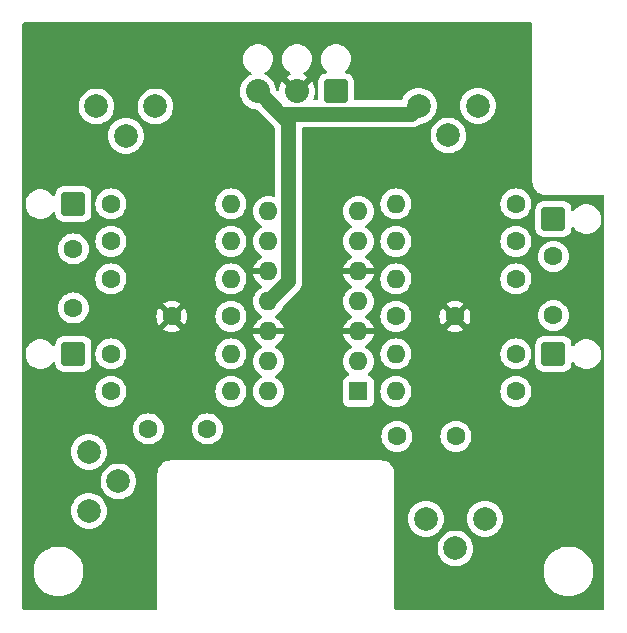
<source format=gbl>
%TF.GenerationSoftware,KiCad,Pcbnew,(6.0.0-0)*%
%TF.CreationDate,2022-01-01T23:16:52+00:00*%
%TF.ProjectId,cgs348-vco-output-buffer,63677333-3438-42d7-9663-6f2d6f757470,rev?*%
%TF.SameCoordinates,Original*%
%TF.FileFunction,Copper,L2,Bot*%
%TF.FilePolarity,Positive*%
%FSLAX46Y46*%
G04 Gerber Fmt 4.6, Leading zero omitted, Abs format (unit mm)*
G04 Created by KiCad (PCBNEW (6.0.0-0)) date 2022-01-01 23:16:52*
%MOMM*%
%LPD*%
G01*
G04 APERTURE LIST*
G04 Aperture macros list*
%AMRoundRect*
0 Rectangle with rounded corners*
0 $1 Rounding radius*
0 $2 $3 $4 $5 $6 $7 $8 $9 X,Y pos of 4 corners*
0 Add a 4 corners polygon primitive as box body*
4,1,4,$2,$3,$4,$5,$6,$7,$8,$9,$2,$3,0*
0 Add four circle primitives for the rounded corners*
1,1,$1+$1,$2,$3*
1,1,$1+$1,$4,$5*
1,1,$1+$1,$6,$7*
1,1,$1+$1,$8,$9*
0 Add four rect primitives between the rounded corners*
20,1,$1+$1,$2,$3,$4,$5,0*
20,1,$1+$1,$4,$5,$6,$7,0*
20,1,$1+$1,$6,$7,$8,$9,0*
20,1,$1+$1,$8,$9,$2,$3,0*%
G04 Aperture macros list end*
%TA.AperFunction,ComponentPad*%
%ADD10C,1.600000*%
%TD*%
%TA.AperFunction,ComponentPad*%
%ADD11RoundRect,0.254000X0.762000X-0.762000X0.762000X0.762000X-0.762000X0.762000X-0.762000X-0.762000X0*%
%TD*%
%TA.AperFunction,ComponentPad*%
%ADD12RoundRect,0.254000X-0.762000X0.762000X-0.762000X-0.762000X0.762000X-0.762000X0.762000X0.762000X0*%
%TD*%
%TA.AperFunction,ComponentPad*%
%ADD13RoundRect,0.254000X0.762000X0.762000X-0.762000X0.762000X-0.762000X-0.762000X0.762000X-0.762000X0*%
%TD*%
%TA.AperFunction,ComponentPad*%
%ADD14C,2.032000*%
%TD*%
%TA.AperFunction,ComponentPad*%
%ADD15O,1.600000X1.600000*%
%TD*%
%TA.AperFunction,ComponentPad*%
%ADD16C,2.000000*%
%TD*%
%TA.AperFunction,ComponentPad*%
%ADD17R,1.600000X1.600000*%
%TD*%
%TA.AperFunction,ViaPad*%
%ADD18C,0.762000*%
%TD*%
%TA.AperFunction,Conductor*%
%ADD19C,1.270000*%
%TD*%
G04 APERTURE END LIST*
D10*
%TO.P,C1,1*%
%TO.N,Net-(C1-Pad1)*%
X126365000Y-137160000D03*
%TO.P,C1,2*%
%TO.N,Net-(C1-Pad2)*%
X121365000Y-137160000D03*
%TD*%
%TO.P,C2,1*%
%TO.N,Net-(C2-Pad1)*%
X100330000Y-136525000D03*
%TO.P,C2,2*%
%TO.N,Net-(C2-Pad2)*%
X105330000Y-136525000D03*
%TD*%
D11*
%TO.P,J1,1*%
%TO.N,Net-(J1-Pad1)*%
X134620000Y-130175000D03*
%TD*%
D12*
%TO.P,J2,1*%
%TO.N,Net-(J2-Pad1)*%
X93980000Y-130175000D03*
%TD*%
D11*
%TO.P,J3,1*%
%TO.N,Net-(J3-Pad1)*%
X134620000Y-118745000D03*
%TD*%
D12*
%TO.P,J4,1*%
%TO.N,Net-(J4-Pad1)*%
X93980000Y-117475000D03*
%TD*%
D13*
%TO.P,J5,1,Pin_1*%
%TO.N,+12V*%
X116205000Y-107950000D03*
D14*
%TO.P,J5,2,Pin_2*%
%TO.N,GND*%
X112903000Y-107950000D03*
%TO.P,J5,3,Pin_3*%
%TO.N,-12V*%
X109601000Y-107950000D03*
%TD*%
D10*
%TO.P,R1,1*%
%TO.N,Net-(J1-Pad1)*%
X131445000Y-130175000D03*
D15*
%TO.P,R1,2*%
%TO.N,Net-(C1-Pad1)*%
X121285000Y-130175000D03*
%TD*%
D10*
%TO.P,R2,1*%
%TO.N,Net-(J2-Pad1)*%
X97155000Y-130175000D03*
D15*
%TO.P,R2,2*%
%TO.N,Net-(C2-Pad1)*%
X107315000Y-130175000D03*
%TD*%
D10*
%TO.P,R3,1*%
%TO.N,Net-(C3-Pad1)*%
X131445000Y-133350000D03*
D15*
%TO.P,R3,2*%
%TO.N,Net-(C1-Pad2)*%
X121285000Y-133350000D03*
%TD*%
D10*
%TO.P,R4,1*%
%TO.N,Net-(C4-Pad1)*%
X97155000Y-133350000D03*
D15*
%TO.P,R4,2*%
%TO.N,Net-(C2-Pad2)*%
X107315000Y-133350000D03*
%TD*%
D10*
%TO.P,R5,1*%
%TO.N,Net-(R5-Pad1)*%
X131445000Y-120650000D03*
D15*
%TO.P,R5,2*%
%TO.N,Net-(C3-Pad1)*%
X121285000Y-120650000D03*
%TD*%
D10*
%TO.P,R6,1*%
%TO.N,Net-(R6-Pad1)*%
X97155000Y-120650000D03*
D15*
%TO.P,R6,2*%
%TO.N,Net-(C4-Pad1)*%
X107315000Y-120650000D03*
%TD*%
D10*
%TO.P,R7,1*%
%TO.N,Net-(C3-Pad2)*%
X131445000Y-123825000D03*
D15*
%TO.P,R7,2*%
%TO.N,Net-(C3-Pad1)*%
X121285000Y-123825000D03*
%TD*%
D10*
%TO.P,R8,1*%
%TO.N,Net-(C4-Pad2)*%
X97155000Y-123825000D03*
D15*
%TO.P,R8,2*%
%TO.N,Net-(C4-Pad1)*%
X107315000Y-123825000D03*
%TD*%
D16*
%TO.P,RV1,1,1*%
%TO.N,Net-(C1-Pad1)*%
X128825000Y-144145000D03*
%TO.P,RV1,2,2*%
%TO.N,Net-(C1-Pad2)*%
X126325000Y-146645000D03*
%TO.P,RV1,3,3*%
X123825000Y-144145000D03*
%TD*%
%TO.P,RV2,1,1*%
%TO.N,Net-(C2-Pad1)*%
X95290000Y-138470000D03*
%TO.P,RV2,2,2*%
%TO.N,Net-(C2-Pad2)*%
X97790000Y-140970000D03*
%TO.P,RV2,3,3*%
X95290000Y-143470000D03*
%TD*%
%TO.P,RV3,1,1*%
%TO.N,+12V*%
X128230000Y-109180000D03*
%TO.P,RV3,2,2*%
%TO.N,Net-(R5-Pad1)*%
X125730000Y-111680000D03*
%TO.P,RV3,3,3*%
%TO.N,-12V*%
X123230000Y-109180000D03*
%TD*%
%TO.P,RV4,1,1*%
%TO.N,+12V*%
X100925000Y-109220000D03*
%TO.P,RV4,2,2*%
%TO.N,Net-(R6-Pad1)*%
X98425000Y-111720000D03*
%TO.P,RV4,3,3*%
%TO.N,-12V*%
X95925000Y-109220000D03*
%TD*%
D17*
%TO.P,U1,1*%
%TO.N,Net-(C1-Pad2)*%
X118110000Y-133350000D03*
D15*
%TO.P,U1,2,-*%
%TO.N,Net-(C1-Pad1)*%
X118110000Y-130810000D03*
%TO.P,U1,3,+*%
%TO.N,GND*%
X118110000Y-128270000D03*
%TO.P,U1,4,V+*%
%TO.N,+12V*%
X118110000Y-125730000D03*
%TO.P,U1,5,+*%
%TO.N,GND*%
X118110000Y-123190000D03*
%TO.P,U1,6,-*%
%TO.N,Net-(C3-Pad1)*%
X118110000Y-120650000D03*
%TO.P,U1,7*%
%TO.N,Net-(C3-Pad2)*%
X118110000Y-118110000D03*
%TO.P,U1,8*%
%TO.N,Net-(C4-Pad2)*%
X110490000Y-118110000D03*
%TO.P,U1,9,-*%
%TO.N,Net-(C4-Pad1)*%
X110490000Y-120650000D03*
%TO.P,U1,10,+*%
%TO.N,GND*%
X110490000Y-123190000D03*
%TO.P,U1,11,V-*%
%TO.N,-12V*%
X110490000Y-125730000D03*
%TO.P,U1,12,+*%
%TO.N,GND*%
X110490000Y-128270000D03*
%TO.P,U1,13,-*%
%TO.N,Net-(C2-Pad1)*%
X110490000Y-130810000D03*
%TO.P,U1,14*%
%TO.N,Net-(C2-Pad2)*%
X110490000Y-133350000D03*
%TD*%
D10*
%TO.P,R9,1*%
%TO.N,Net-(J3-Pad1)*%
X131445000Y-117475000D03*
D15*
%TO.P,R9,2*%
%TO.N,Net-(C3-Pad2)*%
X121285000Y-117475000D03*
%TD*%
D10*
%TO.P,R10,1*%
%TO.N,Net-(J4-Pad1)*%
X97155000Y-117475000D03*
D15*
%TO.P,R10,2*%
%TO.N,Net-(C4-Pad2)*%
X107315000Y-117475000D03*
%TD*%
D10*
%TO.P,C5,1*%
%TO.N,+12V*%
X121285000Y-127000000D03*
%TO.P,C5,2*%
%TO.N,GND*%
X126285000Y-127000000D03*
%TD*%
%TO.P,C4,1*%
%TO.N,Net-(C4-Pad1)*%
X93980000Y-126285000D03*
%TO.P,C4,2*%
%TO.N,Net-(C4-Pad2)*%
X93980000Y-121285000D03*
%TD*%
%TO.P,C6,1*%
%TO.N,GND*%
X102315000Y-127000000D03*
%TO.P,C6,2*%
%TO.N,-12V*%
X107315000Y-127000000D03*
%TD*%
%TO.P,C3,1*%
%TO.N,Net-(C3-Pad1)*%
X134620000Y-126920000D03*
%TO.P,C3,2*%
%TO.N,Net-(C3-Pad2)*%
X134620000Y-121920000D03*
%TD*%
D18*
%TO.N,GND*%
X106045000Y-113538000D03*
X93599000Y-106045000D03*
X114173000Y-119507000D03*
X137541000Y-126111000D03*
X91186000Y-125984000D03*
X114300000Y-132715000D03*
X135763000Y-139065000D03*
X98933000Y-147955000D03*
X100584000Y-120523000D03*
X120269000Y-104013000D03*
X93472000Y-134366000D03*
X105283000Y-102616000D03*
X120777000Y-113665000D03*
X130937000Y-105537000D03*
X104013000Y-123571000D03*
X114173000Y-129286000D03*
X124587000Y-120650000D03*
X114173000Y-122301000D03*
X132334000Y-144018000D03*
X105664000Y-108585000D03*
%TD*%
D19*
%TO.N,-12V*%
X122555480Y-109854520D02*
X123230000Y-109180000D01*
X112178511Y-124041489D02*
X110490000Y-125730000D01*
X111505520Y-109854520D02*
X122555480Y-109854520D01*
X109601000Y-107950000D02*
X111505520Y-109854520D01*
X109601000Y-107950000D02*
X112178511Y-110527511D01*
X112178511Y-110527511D02*
X112178511Y-124041489D01*
%TD*%
%TA.AperFunction,Conductor*%
%TO.N,GND*%
G36*
X132685058Y-102109500D02*
G01*
X132699859Y-102111805D01*
X132699862Y-102111805D01*
X132708731Y-102113186D01*
X132714852Y-102112385D01*
X132781374Y-102132803D01*
X132827209Y-102187022D01*
X132835777Y-102228865D01*
X132836814Y-102228729D01*
X132840936Y-102260250D01*
X132842000Y-102276588D01*
X132842000Y-115516792D01*
X132840254Y-115537696D01*
X132836929Y-115557460D01*
X132836776Y-115569999D01*
X132838488Y-115581952D01*
X132839281Y-115588829D01*
X132855065Y-115769237D01*
X132856489Y-115774551D01*
X132856489Y-115774552D01*
X132903634Y-115950500D01*
X132906828Y-115962422D01*
X132909151Y-115967403D01*
X132909151Y-115967404D01*
X132989025Y-116138696D01*
X132989028Y-116138701D01*
X132991351Y-116143683D01*
X132994507Y-116148190D01*
X132994508Y-116148192D01*
X133095958Y-116293077D01*
X133106066Y-116307513D01*
X133247487Y-116448934D01*
X133251995Y-116452091D01*
X133251998Y-116452093D01*
X133346796Y-116518471D01*
X133411317Y-116563649D01*
X133416299Y-116565972D01*
X133416304Y-116565975D01*
X133555109Y-116630700D01*
X133592578Y-116648172D01*
X133597886Y-116649594D01*
X133597888Y-116649595D01*
X133751700Y-116690808D01*
X133785763Y-116699935D01*
X133791249Y-116700415D01*
X133791255Y-116700416D01*
X133945170Y-116713883D01*
X133955080Y-116715147D01*
X133972462Y-116718071D01*
X133978843Y-116718149D01*
X133980142Y-116718165D01*
X133980146Y-116718165D01*
X133985001Y-116718224D01*
X134012589Y-116714273D01*
X134030452Y-116713000D01*
X138761673Y-116713000D01*
X138781058Y-116714500D01*
X138795859Y-116716805D01*
X138795862Y-116716805D01*
X138804731Y-116718186D01*
X138810852Y-116717385D01*
X138877374Y-116737803D01*
X138923209Y-116792022D01*
X138931777Y-116833865D01*
X138932814Y-116833729D01*
X138936936Y-116865250D01*
X138938000Y-116881588D01*
X138938000Y-151715673D01*
X138936500Y-151735057D01*
X138932814Y-151758731D01*
X138933615Y-151764852D01*
X138913197Y-151831374D01*
X138858978Y-151877209D01*
X138817135Y-151885777D01*
X138817271Y-151886814D01*
X138785750Y-151890936D01*
X138769412Y-151892000D01*
X121334327Y-151892000D01*
X121314942Y-151890500D01*
X121300141Y-151888195D01*
X121300138Y-151888195D01*
X121291269Y-151886814D01*
X121285148Y-151887615D01*
X121218626Y-151867197D01*
X121172791Y-151812978D01*
X121164223Y-151771135D01*
X121163186Y-151771271D01*
X121159064Y-151739750D01*
X121158000Y-151723412D01*
X121158000Y-148722703D01*
X133780743Y-148722703D01*
X133818268Y-149007734D01*
X133894129Y-149285036D01*
X134006923Y-149549476D01*
X134154561Y-149796161D01*
X134334313Y-150020528D01*
X134542851Y-150218423D01*
X134776317Y-150386186D01*
X134780112Y-150388195D01*
X134780113Y-150388196D01*
X134801869Y-150399715D01*
X135030392Y-150520712D01*
X135300373Y-150619511D01*
X135581264Y-150680755D01*
X135609841Y-150683004D01*
X135804282Y-150698307D01*
X135804291Y-150698307D01*
X135806739Y-150698500D01*
X135962271Y-150698500D01*
X135964407Y-150698354D01*
X135964418Y-150698354D01*
X136172548Y-150684165D01*
X136172554Y-150684164D01*
X136176825Y-150683873D01*
X136181020Y-150683004D01*
X136181022Y-150683004D01*
X136317584Y-150654723D01*
X136458342Y-150625574D01*
X136729343Y-150529607D01*
X136984812Y-150397750D01*
X136988313Y-150395289D01*
X136988317Y-150395287D01*
X137102418Y-150315095D01*
X137220023Y-150232441D01*
X137430622Y-150036740D01*
X137612713Y-149814268D01*
X137762927Y-149569142D01*
X137878483Y-149305898D01*
X137957244Y-149029406D01*
X137997751Y-148744784D01*
X137997845Y-148726951D01*
X137999235Y-148461583D01*
X137999235Y-148461576D01*
X137999257Y-148457297D01*
X137961732Y-148172266D01*
X137957875Y-148158165D01*
X137937096Y-148082211D01*
X137885871Y-147894964D01*
X137873502Y-147865965D01*
X137774763Y-147634476D01*
X137774761Y-147634472D01*
X137773077Y-147630524D01*
X137625439Y-147383839D01*
X137445687Y-147159472D01*
X137237149Y-146961577D01*
X137003683Y-146793814D01*
X136981843Y-146782250D01*
X136958654Y-146769972D01*
X136749608Y-146659288D01*
X136479627Y-146560489D01*
X136198736Y-146499245D01*
X136167685Y-146496801D01*
X135975718Y-146481693D01*
X135975709Y-146481693D01*
X135973261Y-146481500D01*
X135817729Y-146481500D01*
X135815593Y-146481646D01*
X135815582Y-146481646D01*
X135607452Y-146495835D01*
X135607446Y-146495836D01*
X135603175Y-146496127D01*
X135598980Y-146496996D01*
X135598978Y-146496996D01*
X135462417Y-146525276D01*
X135321658Y-146554426D01*
X135050657Y-146650393D01*
X134795188Y-146782250D01*
X134791687Y-146784711D01*
X134791683Y-146784713D01*
X134781594Y-146791804D01*
X134559977Y-146947559D01*
X134349378Y-147143260D01*
X134167287Y-147365732D01*
X134017073Y-147610858D01*
X133901517Y-147874102D01*
X133822756Y-148150594D01*
X133782249Y-148435216D01*
X133782227Y-148439505D01*
X133782226Y-148439512D01*
X133780765Y-148718417D01*
X133780743Y-148722703D01*
X121158000Y-148722703D01*
X121158000Y-146645000D01*
X124811835Y-146645000D01*
X124830465Y-146881711D01*
X124831619Y-146886518D01*
X124831620Y-146886524D01*
X124846974Y-146950478D01*
X124885895Y-147112594D01*
X124887788Y-147117165D01*
X124887789Y-147117167D01*
X124906697Y-147162814D01*
X124976760Y-147331963D01*
X124979346Y-147336183D01*
X125098241Y-147530202D01*
X125098245Y-147530208D01*
X125100824Y-147534416D01*
X125255031Y-147714969D01*
X125435584Y-147869176D01*
X125439792Y-147871755D01*
X125439798Y-147871759D01*
X125633817Y-147990654D01*
X125638037Y-147993240D01*
X125642607Y-147995133D01*
X125642611Y-147995135D01*
X125852833Y-148082211D01*
X125857406Y-148084105D01*
X125937609Y-148103360D01*
X126083476Y-148138380D01*
X126083482Y-148138381D01*
X126088289Y-148139535D01*
X126325000Y-148158165D01*
X126561711Y-148139535D01*
X126566518Y-148138381D01*
X126566524Y-148138380D01*
X126712391Y-148103360D01*
X126792594Y-148084105D01*
X126797167Y-148082211D01*
X127007389Y-147995135D01*
X127007393Y-147995133D01*
X127011963Y-147993240D01*
X127016183Y-147990654D01*
X127210202Y-147871759D01*
X127210208Y-147871755D01*
X127214416Y-147869176D01*
X127394969Y-147714969D01*
X127549176Y-147534416D01*
X127551755Y-147530208D01*
X127551759Y-147530202D01*
X127670654Y-147336183D01*
X127673240Y-147331963D01*
X127743304Y-147162814D01*
X127762211Y-147117167D01*
X127762212Y-147117165D01*
X127764105Y-147112594D01*
X127803026Y-146950478D01*
X127818380Y-146886524D01*
X127818381Y-146886518D01*
X127819535Y-146881711D01*
X127838165Y-146645000D01*
X127819535Y-146408289D01*
X127764105Y-146177406D01*
X127673240Y-145958037D01*
X127670654Y-145953817D01*
X127551759Y-145759798D01*
X127551755Y-145759792D01*
X127549176Y-145755584D01*
X127394969Y-145575031D01*
X127214416Y-145420824D01*
X127210208Y-145418245D01*
X127210202Y-145418241D01*
X127016183Y-145299346D01*
X127011963Y-145296760D01*
X127007393Y-145294867D01*
X127007389Y-145294865D01*
X126797167Y-145207789D01*
X126797165Y-145207788D01*
X126792594Y-145205895D01*
X126712391Y-145186640D01*
X126566524Y-145151620D01*
X126566518Y-145151619D01*
X126561711Y-145150465D01*
X126325000Y-145131835D01*
X126088289Y-145150465D01*
X126083482Y-145151619D01*
X126083476Y-145151620D01*
X125937609Y-145186640D01*
X125857406Y-145205895D01*
X125852835Y-145207788D01*
X125852833Y-145207789D01*
X125642611Y-145294865D01*
X125642607Y-145294867D01*
X125638037Y-145296760D01*
X125633817Y-145299346D01*
X125439798Y-145418241D01*
X125439792Y-145418245D01*
X125435584Y-145420824D01*
X125255031Y-145575031D01*
X125100824Y-145755584D01*
X125098245Y-145759792D01*
X125098241Y-145759798D01*
X124979346Y-145953817D01*
X124976760Y-145958037D01*
X124885895Y-146177406D01*
X124830465Y-146408289D01*
X124811835Y-146645000D01*
X121158000Y-146645000D01*
X121158000Y-144145000D01*
X122311835Y-144145000D01*
X122330465Y-144381711D01*
X122385895Y-144612594D01*
X122387788Y-144617165D01*
X122387789Y-144617167D01*
X122471861Y-144820135D01*
X122476760Y-144831963D01*
X122479346Y-144836183D01*
X122598241Y-145030202D01*
X122598245Y-145030208D01*
X122600824Y-145034416D01*
X122755031Y-145214969D01*
X122935584Y-145369176D01*
X122939792Y-145371755D01*
X122939798Y-145371759D01*
X123015650Y-145418241D01*
X123138037Y-145493240D01*
X123142607Y-145495133D01*
X123142611Y-145495135D01*
X123327754Y-145571823D01*
X123357406Y-145584105D01*
X123437609Y-145603360D01*
X123583476Y-145638380D01*
X123583482Y-145638381D01*
X123588289Y-145639535D01*
X123825000Y-145658165D01*
X124061711Y-145639535D01*
X124066518Y-145638381D01*
X124066524Y-145638380D01*
X124212391Y-145603360D01*
X124292594Y-145584105D01*
X124322246Y-145571823D01*
X124507389Y-145495135D01*
X124507393Y-145495133D01*
X124511963Y-145493240D01*
X124634350Y-145418241D01*
X124710202Y-145371759D01*
X124710208Y-145371755D01*
X124714416Y-145369176D01*
X124894969Y-145214969D01*
X125049176Y-145034416D01*
X125051755Y-145030208D01*
X125051759Y-145030202D01*
X125170654Y-144836183D01*
X125173240Y-144831963D01*
X125178140Y-144820135D01*
X125262211Y-144617167D01*
X125262212Y-144617165D01*
X125264105Y-144612594D01*
X125319535Y-144381711D01*
X125338165Y-144145000D01*
X127311835Y-144145000D01*
X127330465Y-144381711D01*
X127385895Y-144612594D01*
X127387788Y-144617165D01*
X127387789Y-144617167D01*
X127471861Y-144820135D01*
X127476760Y-144831963D01*
X127479346Y-144836183D01*
X127598241Y-145030202D01*
X127598245Y-145030208D01*
X127600824Y-145034416D01*
X127755031Y-145214969D01*
X127935584Y-145369176D01*
X127939792Y-145371755D01*
X127939798Y-145371759D01*
X128015650Y-145418241D01*
X128138037Y-145493240D01*
X128142607Y-145495133D01*
X128142611Y-145495135D01*
X128327754Y-145571823D01*
X128357406Y-145584105D01*
X128437609Y-145603360D01*
X128583476Y-145638380D01*
X128583482Y-145638381D01*
X128588289Y-145639535D01*
X128825000Y-145658165D01*
X129061711Y-145639535D01*
X129066518Y-145638381D01*
X129066524Y-145638380D01*
X129212391Y-145603360D01*
X129292594Y-145584105D01*
X129322246Y-145571823D01*
X129507389Y-145495135D01*
X129507393Y-145495133D01*
X129511963Y-145493240D01*
X129634350Y-145418241D01*
X129710202Y-145371759D01*
X129710208Y-145371755D01*
X129714416Y-145369176D01*
X129894969Y-145214969D01*
X130049176Y-145034416D01*
X130051755Y-145030208D01*
X130051759Y-145030202D01*
X130170654Y-144836183D01*
X130173240Y-144831963D01*
X130178140Y-144820135D01*
X130262211Y-144617167D01*
X130262212Y-144617165D01*
X130264105Y-144612594D01*
X130319535Y-144381711D01*
X130338165Y-144145000D01*
X130319535Y-143908289D01*
X130264105Y-143677406D01*
X130262211Y-143672833D01*
X130175135Y-143462611D01*
X130175133Y-143462607D01*
X130173240Y-143458037D01*
X130170654Y-143453817D01*
X130051759Y-143259798D01*
X130051755Y-143259792D01*
X130049176Y-143255584D01*
X129894969Y-143075031D01*
X129714416Y-142920824D01*
X129710208Y-142918245D01*
X129710202Y-142918241D01*
X129516183Y-142799346D01*
X129511963Y-142796760D01*
X129507393Y-142794867D01*
X129507389Y-142794865D01*
X129297167Y-142707789D01*
X129297165Y-142707788D01*
X129292594Y-142705895D01*
X129212391Y-142686640D01*
X129066524Y-142651620D01*
X129066518Y-142651619D01*
X129061711Y-142650465D01*
X128825000Y-142631835D01*
X128588289Y-142650465D01*
X128583482Y-142651619D01*
X128583476Y-142651620D01*
X128437609Y-142686640D01*
X128357406Y-142705895D01*
X128352835Y-142707788D01*
X128352833Y-142707789D01*
X128142611Y-142794865D01*
X128142607Y-142794867D01*
X128138037Y-142796760D01*
X128133817Y-142799346D01*
X127939798Y-142918241D01*
X127939792Y-142918245D01*
X127935584Y-142920824D01*
X127755031Y-143075031D01*
X127600824Y-143255584D01*
X127598245Y-143259792D01*
X127598241Y-143259798D01*
X127479346Y-143453817D01*
X127476760Y-143458037D01*
X127474867Y-143462607D01*
X127474865Y-143462611D01*
X127387789Y-143672833D01*
X127385895Y-143677406D01*
X127330465Y-143908289D01*
X127311835Y-144145000D01*
X125338165Y-144145000D01*
X125319535Y-143908289D01*
X125264105Y-143677406D01*
X125262211Y-143672833D01*
X125175135Y-143462611D01*
X125175133Y-143462607D01*
X125173240Y-143458037D01*
X125170654Y-143453817D01*
X125051759Y-143259798D01*
X125051755Y-143259792D01*
X125049176Y-143255584D01*
X124894969Y-143075031D01*
X124714416Y-142920824D01*
X124710208Y-142918245D01*
X124710202Y-142918241D01*
X124516183Y-142799346D01*
X124511963Y-142796760D01*
X124507393Y-142794867D01*
X124507389Y-142794865D01*
X124297167Y-142707789D01*
X124297165Y-142707788D01*
X124292594Y-142705895D01*
X124212391Y-142686640D01*
X124066524Y-142651620D01*
X124066518Y-142651619D01*
X124061711Y-142650465D01*
X123825000Y-142631835D01*
X123588289Y-142650465D01*
X123583482Y-142651619D01*
X123583476Y-142651620D01*
X123437609Y-142686640D01*
X123357406Y-142705895D01*
X123352835Y-142707788D01*
X123352833Y-142707789D01*
X123142611Y-142794865D01*
X123142607Y-142794867D01*
X123138037Y-142796760D01*
X123133817Y-142799346D01*
X122939798Y-142918241D01*
X122939792Y-142918245D01*
X122935584Y-142920824D01*
X122755031Y-143075031D01*
X122600824Y-143255584D01*
X122598245Y-143259792D01*
X122598241Y-143259798D01*
X122479346Y-143453817D01*
X122476760Y-143458037D01*
X122474867Y-143462607D01*
X122474865Y-143462611D01*
X122387789Y-143672833D01*
X122385895Y-143677406D01*
X122330465Y-143908289D01*
X122311835Y-144145000D01*
X121158000Y-144145000D01*
X121158000Y-140388208D01*
X121159746Y-140367304D01*
X121162264Y-140352336D01*
X121163071Y-140347540D01*
X121163224Y-140335001D01*
X121161511Y-140323040D01*
X121160719Y-140316171D01*
X121145414Y-140141243D01*
X121144935Y-140135763D01*
X121093172Y-139942578D01*
X121078102Y-139910260D01*
X121010975Y-139766304D01*
X121010972Y-139766299D01*
X121008649Y-139761317D01*
X120963445Y-139696759D01*
X120897093Y-139601998D01*
X120897091Y-139601995D01*
X120893934Y-139597487D01*
X120752513Y-139456066D01*
X120748005Y-139452909D01*
X120748002Y-139452907D01*
X120593192Y-139344508D01*
X120593190Y-139344507D01*
X120588683Y-139341351D01*
X120583701Y-139339028D01*
X120583696Y-139339025D01*
X120412404Y-139259151D01*
X120412403Y-139259151D01*
X120407422Y-139256828D01*
X120402114Y-139255406D01*
X120402112Y-139255405D01*
X120219552Y-139206489D01*
X120219551Y-139206489D01*
X120214237Y-139205065D01*
X120208751Y-139204585D01*
X120208745Y-139204584D01*
X120054830Y-139191117D01*
X120044920Y-139189853D01*
X120027538Y-139186929D01*
X120021157Y-139186851D01*
X120019858Y-139186835D01*
X120019854Y-139186835D01*
X120014999Y-139186776D01*
X119990714Y-139190254D01*
X119987411Y-139190727D01*
X119969548Y-139192000D01*
X102288208Y-139192000D01*
X102267304Y-139190254D01*
X102259737Y-139188981D01*
X102247540Y-139186929D01*
X102241242Y-139186852D01*
X102239861Y-139186835D01*
X102239857Y-139186835D01*
X102235001Y-139186776D01*
X102223040Y-139188489D01*
X102216171Y-139189281D01*
X102138636Y-139196065D01*
X102035763Y-139205065D01*
X102030449Y-139206489D01*
X102030448Y-139206489D01*
X101847888Y-139255405D01*
X101847886Y-139255406D01*
X101842578Y-139256828D01*
X101837597Y-139259151D01*
X101837596Y-139259151D01*
X101666304Y-139339025D01*
X101666299Y-139339028D01*
X101661317Y-139341351D01*
X101656810Y-139344507D01*
X101656808Y-139344508D01*
X101501998Y-139452907D01*
X101501995Y-139452909D01*
X101497487Y-139456066D01*
X101356066Y-139597487D01*
X101352909Y-139601995D01*
X101352907Y-139601998D01*
X101286555Y-139696759D01*
X101241351Y-139761317D01*
X101239028Y-139766299D01*
X101239025Y-139766304D01*
X101171898Y-139910260D01*
X101156828Y-139942578D01*
X101105065Y-140135763D01*
X101104586Y-140141243D01*
X101104584Y-140141255D01*
X101091117Y-140295170D01*
X101089853Y-140305080D01*
X101086929Y-140322462D01*
X101086776Y-140335001D01*
X101087466Y-140339816D01*
X101090727Y-140362589D01*
X101092000Y-140380452D01*
X101092000Y-151715673D01*
X101090500Y-151735057D01*
X101086814Y-151758731D01*
X101087615Y-151764852D01*
X101067197Y-151831374D01*
X101012978Y-151877209D01*
X100971135Y-151885777D01*
X100971271Y-151886814D01*
X100939750Y-151890936D01*
X100923412Y-151892000D01*
X89838327Y-151892000D01*
X89818942Y-151890500D01*
X89804141Y-151888195D01*
X89804138Y-151888195D01*
X89795269Y-151886814D01*
X89789148Y-151887615D01*
X89722626Y-151867197D01*
X89676791Y-151812978D01*
X89668223Y-151771135D01*
X89667186Y-151771271D01*
X89663064Y-151739750D01*
X89662000Y-151723412D01*
X89662000Y-148722703D01*
X90600743Y-148722703D01*
X90638268Y-149007734D01*
X90714129Y-149285036D01*
X90826923Y-149549476D01*
X90974561Y-149796161D01*
X91154313Y-150020528D01*
X91362851Y-150218423D01*
X91596317Y-150386186D01*
X91600112Y-150388195D01*
X91600113Y-150388196D01*
X91621869Y-150399715D01*
X91850392Y-150520712D01*
X92120373Y-150619511D01*
X92401264Y-150680755D01*
X92429841Y-150683004D01*
X92624282Y-150698307D01*
X92624291Y-150698307D01*
X92626739Y-150698500D01*
X92782271Y-150698500D01*
X92784407Y-150698354D01*
X92784418Y-150698354D01*
X92992548Y-150684165D01*
X92992554Y-150684164D01*
X92996825Y-150683873D01*
X93001020Y-150683004D01*
X93001022Y-150683004D01*
X93137584Y-150654723D01*
X93278342Y-150625574D01*
X93549343Y-150529607D01*
X93804812Y-150397750D01*
X93808313Y-150395289D01*
X93808317Y-150395287D01*
X93922418Y-150315095D01*
X94040023Y-150232441D01*
X94250622Y-150036740D01*
X94432713Y-149814268D01*
X94582927Y-149569142D01*
X94698483Y-149305898D01*
X94777244Y-149029406D01*
X94817751Y-148744784D01*
X94817845Y-148726951D01*
X94819235Y-148461583D01*
X94819235Y-148461576D01*
X94819257Y-148457297D01*
X94781732Y-148172266D01*
X94777875Y-148158165D01*
X94757096Y-148082211D01*
X94705871Y-147894964D01*
X94693502Y-147865965D01*
X94594763Y-147634476D01*
X94594761Y-147634472D01*
X94593077Y-147630524D01*
X94445439Y-147383839D01*
X94265687Y-147159472D01*
X94057149Y-146961577D01*
X93823683Y-146793814D01*
X93801843Y-146782250D01*
X93778654Y-146769972D01*
X93569608Y-146659288D01*
X93299627Y-146560489D01*
X93018736Y-146499245D01*
X92987685Y-146496801D01*
X92795718Y-146481693D01*
X92795709Y-146481693D01*
X92793261Y-146481500D01*
X92637729Y-146481500D01*
X92635593Y-146481646D01*
X92635582Y-146481646D01*
X92427452Y-146495835D01*
X92427446Y-146495836D01*
X92423175Y-146496127D01*
X92418980Y-146496996D01*
X92418978Y-146496996D01*
X92282417Y-146525276D01*
X92141658Y-146554426D01*
X91870657Y-146650393D01*
X91615188Y-146782250D01*
X91611687Y-146784711D01*
X91611683Y-146784713D01*
X91601594Y-146791804D01*
X91379977Y-146947559D01*
X91169378Y-147143260D01*
X90987287Y-147365732D01*
X90837073Y-147610858D01*
X90721517Y-147874102D01*
X90642756Y-148150594D01*
X90602249Y-148435216D01*
X90602227Y-148439505D01*
X90602226Y-148439512D01*
X90600765Y-148718417D01*
X90600743Y-148722703D01*
X89662000Y-148722703D01*
X89662000Y-143470000D01*
X93776835Y-143470000D01*
X93795465Y-143706711D01*
X93850895Y-143937594D01*
X93852788Y-143942165D01*
X93852789Y-143942167D01*
X93938847Y-144149930D01*
X93941760Y-144156963D01*
X93944346Y-144161183D01*
X94063241Y-144355202D01*
X94063245Y-144355208D01*
X94065824Y-144359416D01*
X94220031Y-144539969D01*
X94400584Y-144694176D01*
X94404792Y-144696755D01*
X94404798Y-144696759D01*
X94598817Y-144815654D01*
X94603037Y-144818240D01*
X94607607Y-144820133D01*
X94607611Y-144820135D01*
X94817833Y-144907211D01*
X94822406Y-144909105D01*
X94902609Y-144928360D01*
X95048476Y-144963380D01*
X95048482Y-144963381D01*
X95053289Y-144964535D01*
X95290000Y-144983165D01*
X95526711Y-144964535D01*
X95531518Y-144963381D01*
X95531524Y-144963380D01*
X95677391Y-144928360D01*
X95757594Y-144909105D01*
X95762167Y-144907211D01*
X95972389Y-144820135D01*
X95972393Y-144820133D01*
X95976963Y-144818240D01*
X95981183Y-144815654D01*
X96175202Y-144696759D01*
X96175208Y-144696755D01*
X96179416Y-144694176D01*
X96359969Y-144539969D01*
X96514176Y-144359416D01*
X96516755Y-144355208D01*
X96516759Y-144355202D01*
X96635654Y-144161183D01*
X96638240Y-144156963D01*
X96641154Y-144149930D01*
X96727211Y-143942167D01*
X96727212Y-143942165D01*
X96729105Y-143937594D01*
X96784535Y-143706711D01*
X96803165Y-143470000D01*
X96784535Y-143233289D01*
X96729105Y-143002406D01*
X96694243Y-142918241D01*
X96640135Y-142787611D01*
X96640133Y-142787607D01*
X96638240Y-142783037D01*
X96590967Y-142705895D01*
X96516759Y-142584798D01*
X96516755Y-142584792D01*
X96514176Y-142580584D01*
X96359969Y-142400031D01*
X96179416Y-142245824D01*
X96175208Y-142243245D01*
X96175202Y-142243241D01*
X95981183Y-142124346D01*
X95976963Y-142121760D01*
X95972393Y-142119867D01*
X95972389Y-142119865D01*
X95762167Y-142032789D01*
X95762165Y-142032788D01*
X95757594Y-142030895D01*
X95677391Y-142011640D01*
X95531524Y-141976620D01*
X95531518Y-141976619D01*
X95526711Y-141975465D01*
X95290000Y-141956835D01*
X95053289Y-141975465D01*
X95048482Y-141976619D01*
X95048476Y-141976620D01*
X94902609Y-142011640D01*
X94822406Y-142030895D01*
X94817835Y-142032788D01*
X94817833Y-142032789D01*
X94607611Y-142119865D01*
X94607607Y-142119867D01*
X94603037Y-142121760D01*
X94598817Y-142124346D01*
X94404798Y-142243241D01*
X94404792Y-142243245D01*
X94400584Y-142245824D01*
X94220031Y-142400031D01*
X94065824Y-142580584D01*
X94063245Y-142584792D01*
X94063241Y-142584798D01*
X93989033Y-142705895D01*
X93941760Y-142783037D01*
X93939867Y-142787607D01*
X93939865Y-142787611D01*
X93885757Y-142918241D01*
X93850895Y-143002406D01*
X93795465Y-143233289D01*
X93776835Y-143470000D01*
X89662000Y-143470000D01*
X89662000Y-140970000D01*
X96276835Y-140970000D01*
X96295465Y-141206711D01*
X96350895Y-141437594D01*
X96441760Y-141656963D01*
X96444346Y-141661183D01*
X96563241Y-141855202D01*
X96563245Y-141855208D01*
X96565824Y-141859416D01*
X96720031Y-142039969D01*
X96900584Y-142194176D01*
X96904792Y-142196755D01*
X96904798Y-142196759D01*
X96980650Y-142243241D01*
X97103037Y-142318240D01*
X97107607Y-142320133D01*
X97107611Y-142320135D01*
X97292754Y-142396823D01*
X97322406Y-142409105D01*
X97402609Y-142428360D01*
X97548476Y-142463380D01*
X97548482Y-142463381D01*
X97553289Y-142464535D01*
X97790000Y-142483165D01*
X98026711Y-142464535D01*
X98031518Y-142463381D01*
X98031524Y-142463380D01*
X98177391Y-142428360D01*
X98257594Y-142409105D01*
X98287246Y-142396823D01*
X98472389Y-142320135D01*
X98472393Y-142320133D01*
X98476963Y-142318240D01*
X98599350Y-142243241D01*
X98675202Y-142196759D01*
X98675208Y-142196755D01*
X98679416Y-142194176D01*
X98859969Y-142039969D01*
X99014176Y-141859416D01*
X99016755Y-141855208D01*
X99016759Y-141855202D01*
X99135654Y-141661183D01*
X99138240Y-141656963D01*
X99229105Y-141437594D01*
X99284535Y-141206711D01*
X99303165Y-140970000D01*
X99284535Y-140733289D01*
X99229105Y-140502406D01*
X99181803Y-140388208D01*
X99140135Y-140287611D01*
X99140133Y-140287607D01*
X99138240Y-140283037D01*
X99135654Y-140278817D01*
X99016759Y-140084798D01*
X99016755Y-140084792D01*
X99014176Y-140080584D01*
X98859969Y-139900031D01*
X98679416Y-139745824D01*
X98675208Y-139743245D01*
X98675202Y-139743241D01*
X98481183Y-139624346D01*
X98476963Y-139621760D01*
X98472393Y-139619867D01*
X98472389Y-139619865D01*
X98262167Y-139532789D01*
X98262165Y-139532788D01*
X98257594Y-139530895D01*
X98177391Y-139511640D01*
X98031524Y-139476620D01*
X98031518Y-139476619D01*
X98026711Y-139475465D01*
X97790000Y-139456835D01*
X97553289Y-139475465D01*
X97548482Y-139476619D01*
X97548476Y-139476620D01*
X97402609Y-139511640D01*
X97322406Y-139530895D01*
X97317835Y-139532788D01*
X97317833Y-139532789D01*
X97107611Y-139619865D01*
X97107607Y-139619867D01*
X97103037Y-139621760D01*
X97098817Y-139624346D01*
X96904798Y-139743241D01*
X96904792Y-139743245D01*
X96900584Y-139745824D01*
X96720031Y-139900031D01*
X96565824Y-140080584D01*
X96563245Y-140084792D01*
X96563241Y-140084798D01*
X96444346Y-140278817D01*
X96441760Y-140283037D01*
X96439867Y-140287607D01*
X96439865Y-140287611D01*
X96398197Y-140388208D01*
X96350895Y-140502406D01*
X96295465Y-140733289D01*
X96276835Y-140970000D01*
X89662000Y-140970000D01*
X89662000Y-138470000D01*
X93776835Y-138470000D01*
X93795465Y-138706711D01*
X93850895Y-138937594D01*
X93941760Y-139156963D01*
X93944346Y-139161183D01*
X94063241Y-139355202D01*
X94063245Y-139355208D01*
X94065824Y-139359416D01*
X94220031Y-139539969D01*
X94400584Y-139694176D01*
X94404792Y-139696755D01*
X94404798Y-139696759D01*
X94598817Y-139815654D01*
X94603037Y-139818240D01*
X94607607Y-139820133D01*
X94607611Y-139820135D01*
X94792754Y-139896823D01*
X94822406Y-139909105D01*
X94902609Y-139928360D01*
X95048476Y-139963380D01*
X95048482Y-139963381D01*
X95053289Y-139964535D01*
X95290000Y-139983165D01*
X95526711Y-139964535D01*
X95531518Y-139963381D01*
X95531524Y-139963380D01*
X95677391Y-139928360D01*
X95757594Y-139909105D01*
X95787246Y-139896823D01*
X95972389Y-139820135D01*
X95972393Y-139820133D01*
X95976963Y-139818240D01*
X95981183Y-139815654D01*
X96175202Y-139696759D01*
X96175208Y-139696755D01*
X96179416Y-139694176D01*
X96359969Y-139539969D01*
X96514176Y-139359416D01*
X96516755Y-139355208D01*
X96516759Y-139355202D01*
X96635654Y-139161183D01*
X96638240Y-139156963D01*
X96729105Y-138937594D01*
X96784535Y-138706711D01*
X96803165Y-138470000D01*
X96784535Y-138233289D01*
X96769187Y-138169357D01*
X96730260Y-138007218D01*
X96729105Y-138002406D01*
X96661014Y-137838019D01*
X96640135Y-137787611D01*
X96640133Y-137787607D01*
X96638240Y-137783037D01*
X96562454Y-137659366D01*
X96516759Y-137584798D01*
X96516755Y-137584792D01*
X96514176Y-137580584D01*
X96359969Y-137400031D01*
X96352208Y-137393402D01*
X96318706Y-137364789D01*
X96179416Y-137245824D01*
X96175208Y-137243245D01*
X96175202Y-137243241D01*
X95981183Y-137124346D01*
X95976963Y-137121760D01*
X95972393Y-137119867D01*
X95972389Y-137119865D01*
X95762167Y-137032789D01*
X95762165Y-137032788D01*
X95757594Y-137030895D01*
X95677391Y-137011640D01*
X95531524Y-136976620D01*
X95531518Y-136976619D01*
X95526711Y-136975465D01*
X95290000Y-136956835D01*
X95053289Y-136975465D01*
X95048482Y-136976619D01*
X95048476Y-136976620D01*
X94902609Y-137011640D01*
X94822406Y-137030895D01*
X94817835Y-137032788D01*
X94817833Y-137032789D01*
X94607611Y-137119865D01*
X94607607Y-137119867D01*
X94603037Y-137121760D01*
X94598817Y-137124346D01*
X94404798Y-137243241D01*
X94404792Y-137243245D01*
X94400584Y-137245824D01*
X94261294Y-137364789D01*
X94227793Y-137393402D01*
X94220031Y-137400031D01*
X94065824Y-137580584D01*
X94063245Y-137584792D01*
X94063241Y-137584798D01*
X94017546Y-137659366D01*
X93941760Y-137783037D01*
X93939867Y-137787607D01*
X93939865Y-137787611D01*
X93918986Y-137838019D01*
X93850895Y-138002406D01*
X93849740Y-138007218D01*
X93810814Y-138169357D01*
X93795465Y-138233289D01*
X93776835Y-138470000D01*
X89662000Y-138470000D01*
X89662000Y-136525000D01*
X99016502Y-136525000D01*
X99036457Y-136753087D01*
X99037881Y-136758400D01*
X99037881Y-136758402D01*
X99091052Y-136956835D01*
X99095716Y-136974243D01*
X99098039Y-136979224D01*
X99098039Y-136979225D01*
X99190151Y-137176762D01*
X99190154Y-137176767D01*
X99192477Y-137181749D01*
X99323802Y-137369300D01*
X99485700Y-137531198D01*
X99490208Y-137534355D01*
X99490211Y-137534357D01*
X99568389Y-137589098D01*
X99673251Y-137662523D01*
X99678233Y-137664846D01*
X99678238Y-137664849D01*
X99875775Y-137756961D01*
X99880757Y-137759284D01*
X99886065Y-137760706D01*
X99886067Y-137760707D01*
X100096598Y-137817119D01*
X100096600Y-137817119D01*
X100101913Y-137818543D01*
X100330000Y-137838498D01*
X100558087Y-137818543D01*
X100563400Y-137817119D01*
X100563402Y-137817119D01*
X100773933Y-137760707D01*
X100773935Y-137760706D01*
X100779243Y-137759284D01*
X100784225Y-137756961D01*
X100981762Y-137664849D01*
X100981767Y-137664846D01*
X100986749Y-137662523D01*
X101091611Y-137589098D01*
X101169789Y-137534357D01*
X101169792Y-137534355D01*
X101174300Y-137531198D01*
X101336198Y-137369300D01*
X101467523Y-137181749D01*
X101469846Y-137176767D01*
X101469849Y-137176762D01*
X101561961Y-136979225D01*
X101561961Y-136979224D01*
X101564284Y-136974243D01*
X101568949Y-136956835D01*
X101622119Y-136758402D01*
X101622119Y-136758400D01*
X101623543Y-136753087D01*
X101643498Y-136525000D01*
X104016502Y-136525000D01*
X104036457Y-136753087D01*
X104037881Y-136758400D01*
X104037881Y-136758402D01*
X104091052Y-136956835D01*
X104095716Y-136974243D01*
X104098039Y-136979224D01*
X104098039Y-136979225D01*
X104190151Y-137176762D01*
X104190154Y-137176767D01*
X104192477Y-137181749D01*
X104323802Y-137369300D01*
X104485700Y-137531198D01*
X104490208Y-137534355D01*
X104490211Y-137534357D01*
X104568389Y-137589098D01*
X104673251Y-137662523D01*
X104678233Y-137664846D01*
X104678238Y-137664849D01*
X104875775Y-137756961D01*
X104880757Y-137759284D01*
X104886065Y-137760706D01*
X104886067Y-137760707D01*
X105096598Y-137817119D01*
X105096600Y-137817119D01*
X105101913Y-137818543D01*
X105330000Y-137838498D01*
X105558087Y-137818543D01*
X105563400Y-137817119D01*
X105563402Y-137817119D01*
X105773933Y-137760707D01*
X105773935Y-137760706D01*
X105779243Y-137759284D01*
X105784225Y-137756961D01*
X105981762Y-137664849D01*
X105981767Y-137664846D01*
X105986749Y-137662523D01*
X106091611Y-137589098D01*
X106169789Y-137534357D01*
X106169792Y-137534355D01*
X106174300Y-137531198D01*
X106336198Y-137369300D01*
X106467523Y-137181749D01*
X106469846Y-137176767D01*
X106469849Y-137176762D01*
X106477665Y-137160000D01*
X120051502Y-137160000D01*
X120071457Y-137388087D01*
X120072881Y-137393400D01*
X120072881Y-137393402D01*
X120122030Y-137576825D01*
X120130716Y-137609243D01*
X120133039Y-137614224D01*
X120133039Y-137614225D01*
X120225151Y-137811762D01*
X120225154Y-137811767D01*
X120227477Y-137816749D01*
X120242706Y-137838498D01*
X120354274Y-137997833D01*
X120358802Y-138004300D01*
X120520700Y-138166198D01*
X120525208Y-138169355D01*
X120525211Y-138169357D01*
X120603389Y-138224098D01*
X120708251Y-138297523D01*
X120713233Y-138299846D01*
X120713238Y-138299849D01*
X120910775Y-138391961D01*
X120915757Y-138394284D01*
X120921065Y-138395706D01*
X120921067Y-138395707D01*
X121131598Y-138452119D01*
X121131600Y-138452119D01*
X121136913Y-138453543D01*
X121365000Y-138473498D01*
X121593087Y-138453543D01*
X121598400Y-138452119D01*
X121598402Y-138452119D01*
X121808933Y-138395707D01*
X121808935Y-138395706D01*
X121814243Y-138394284D01*
X121819225Y-138391961D01*
X122016762Y-138299849D01*
X122016767Y-138299846D01*
X122021749Y-138297523D01*
X122126611Y-138224098D01*
X122204789Y-138169357D01*
X122204792Y-138169355D01*
X122209300Y-138166198D01*
X122371198Y-138004300D01*
X122375727Y-137997833D01*
X122487294Y-137838498D01*
X122502523Y-137816749D01*
X122504846Y-137811767D01*
X122504849Y-137811762D01*
X122596961Y-137614225D01*
X122596961Y-137614224D01*
X122599284Y-137609243D01*
X122607971Y-137576825D01*
X122657119Y-137393402D01*
X122657119Y-137393400D01*
X122658543Y-137388087D01*
X122678498Y-137160000D01*
X125051502Y-137160000D01*
X125071457Y-137388087D01*
X125072881Y-137393400D01*
X125072881Y-137393402D01*
X125122030Y-137576825D01*
X125130716Y-137609243D01*
X125133039Y-137614224D01*
X125133039Y-137614225D01*
X125225151Y-137811762D01*
X125225154Y-137811767D01*
X125227477Y-137816749D01*
X125242706Y-137838498D01*
X125354274Y-137997833D01*
X125358802Y-138004300D01*
X125520700Y-138166198D01*
X125525208Y-138169355D01*
X125525211Y-138169357D01*
X125603389Y-138224098D01*
X125708251Y-138297523D01*
X125713233Y-138299846D01*
X125713238Y-138299849D01*
X125910775Y-138391961D01*
X125915757Y-138394284D01*
X125921065Y-138395706D01*
X125921067Y-138395707D01*
X126131598Y-138452119D01*
X126131600Y-138452119D01*
X126136913Y-138453543D01*
X126365000Y-138473498D01*
X126593087Y-138453543D01*
X126598400Y-138452119D01*
X126598402Y-138452119D01*
X126808933Y-138395707D01*
X126808935Y-138395706D01*
X126814243Y-138394284D01*
X126819225Y-138391961D01*
X127016762Y-138299849D01*
X127016767Y-138299846D01*
X127021749Y-138297523D01*
X127126611Y-138224098D01*
X127204789Y-138169357D01*
X127204792Y-138169355D01*
X127209300Y-138166198D01*
X127371198Y-138004300D01*
X127375727Y-137997833D01*
X127487294Y-137838498D01*
X127502523Y-137816749D01*
X127504846Y-137811767D01*
X127504849Y-137811762D01*
X127596961Y-137614225D01*
X127596961Y-137614224D01*
X127599284Y-137609243D01*
X127607971Y-137576825D01*
X127657119Y-137393402D01*
X127657119Y-137393400D01*
X127658543Y-137388087D01*
X127678498Y-137160000D01*
X127658543Y-136931913D01*
X127612051Y-136758402D01*
X127600707Y-136716067D01*
X127600706Y-136716065D01*
X127599284Y-136710757D01*
X127510112Y-136519525D01*
X127504849Y-136508238D01*
X127504846Y-136508233D01*
X127502523Y-136503251D01*
X127371198Y-136315700D01*
X127209300Y-136153802D01*
X127204792Y-136150645D01*
X127204789Y-136150643D01*
X127105424Y-136081067D01*
X127021749Y-136022477D01*
X127016767Y-136020154D01*
X127016762Y-136020151D01*
X126819225Y-135928039D01*
X126819224Y-135928039D01*
X126814243Y-135925716D01*
X126808935Y-135924294D01*
X126808933Y-135924293D01*
X126598402Y-135867881D01*
X126598400Y-135867881D01*
X126593087Y-135866457D01*
X126365000Y-135846502D01*
X126136913Y-135866457D01*
X126131600Y-135867881D01*
X126131598Y-135867881D01*
X125921067Y-135924293D01*
X125921065Y-135924294D01*
X125915757Y-135925716D01*
X125910776Y-135928039D01*
X125910775Y-135928039D01*
X125713238Y-136020151D01*
X125713233Y-136020154D01*
X125708251Y-136022477D01*
X125624576Y-136081067D01*
X125525211Y-136150643D01*
X125525208Y-136150645D01*
X125520700Y-136153802D01*
X125358802Y-136315700D01*
X125227477Y-136503251D01*
X125225154Y-136508233D01*
X125225151Y-136508238D01*
X125219888Y-136519525D01*
X125130716Y-136710757D01*
X125129294Y-136716065D01*
X125129293Y-136716067D01*
X125117949Y-136758402D01*
X125071457Y-136931913D01*
X125051502Y-137160000D01*
X122678498Y-137160000D01*
X122658543Y-136931913D01*
X122612051Y-136758402D01*
X122600707Y-136716067D01*
X122600706Y-136716065D01*
X122599284Y-136710757D01*
X122510112Y-136519525D01*
X122504849Y-136508238D01*
X122504846Y-136508233D01*
X122502523Y-136503251D01*
X122371198Y-136315700D01*
X122209300Y-136153802D01*
X122204792Y-136150645D01*
X122204789Y-136150643D01*
X122105424Y-136081067D01*
X122021749Y-136022477D01*
X122016767Y-136020154D01*
X122016762Y-136020151D01*
X121819225Y-135928039D01*
X121819224Y-135928039D01*
X121814243Y-135925716D01*
X121808935Y-135924294D01*
X121808933Y-135924293D01*
X121598402Y-135867881D01*
X121598400Y-135867881D01*
X121593087Y-135866457D01*
X121365000Y-135846502D01*
X121136913Y-135866457D01*
X121131600Y-135867881D01*
X121131598Y-135867881D01*
X120921067Y-135924293D01*
X120921065Y-135924294D01*
X120915757Y-135925716D01*
X120910776Y-135928039D01*
X120910775Y-135928039D01*
X120713238Y-136020151D01*
X120713233Y-136020154D01*
X120708251Y-136022477D01*
X120624576Y-136081067D01*
X120525211Y-136150643D01*
X120525208Y-136150645D01*
X120520700Y-136153802D01*
X120358802Y-136315700D01*
X120227477Y-136503251D01*
X120225154Y-136508233D01*
X120225151Y-136508238D01*
X120219888Y-136519525D01*
X120130716Y-136710757D01*
X120129294Y-136716065D01*
X120129293Y-136716067D01*
X120117949Y-136758402D01*
X120071457Y-136931913D01*
X120051502Y-137160000D01*
X106477665Y-137160000D01*
X106561961Y-136979225D01*
X106561961Y-136979224D01*
X106564284Y-136974243D01*
X106568949Y-136956835D01*
X106622119Y-136758402D01*
X106622119Y-136758400D01*
X106623543Y-136753087D01*
X106643498Y-136525000D01*
X106623543Y-136296913D01*
X106622119Y-136291598D01*
X106565707Y-136081067D01*
X106565706Y-136081065D01*
X106564284Y-136075757D01*
X106561961Y-136070775D01*
X106469849Y-135873238D01*
X106469846Y-135873233D01*
X106467523Y-135868251D01*
X106336198Y-135680700D01*
X106174300Y-135518802D01*
X106169792Y-135515645D01*
X106169789Y-135515643D01*
X106091611Y-135460902D01*
X105986749Y-135387477D01*
X105981767Y-135385154D01*
X105981762Y-135385151D01*
X105784225Y-135293039D01*
X105784224Y-135293039D01*
X105779243Y-135290716D01*
X105773935Y-135289294D01*
X105773933Y-135289293D01*
X105563402Y-135232881D01*
X105563400Y-135232881D01*
X105558087Y-135231457D01*
X105330000Y-135211502D01*
X105101913Y-135231457D01*
X105096600Y-135232881D01*
X105096598Y-135232881D01*
X104886067Y-135289293D01*
X104886065Y-135289294D01*
X104880757Y-135290716D01*
X104875776Y-135293039D01*
X104875775Y-135293039D01*
X104678238Y-135385151D01*
X104678233Y-135385154D01*
X104673251Y-135387477D01*
X104568389Y-135460902D01*
X104490211Y-135515643D01*
X104490208Y-135515645D01*
X104485700Y-135518802D01*
X104323802Y-135680700D01*
X104192477Y-135868251D01*
X104190154Y-135873233D01*
X104190151Y-135873238D01*
X104098039Y-136070775D01*
X104095716Y-136075757D01*
X104094294Y-136081065D01*
X104094293Y-136081067D01*
X104037881Y-136291598D01*
X104036457Y-136296913D01*
X104016502Y-136525000D01*
X101643498Y-136525000D01*
X101623543Y-136296913D01*
X101622119Y-136291598D01*
X101565707Y-136081067D01*
X101565706Y-136081065D01*
X101564284Y-136075757D01*
X101561961Y-136070775D01*
X101469849Y-135873238D01*
X101469846Y-135873233D01*
X101467523Y-135868251D01*
X101336198Y-135680700D01*
X101174300Y-135518802D01*
X101169792Y-135515645D01*
X101169789Y-135515643D01*
X101091611Y-135460902D01*
X100986749Y-135387477D01*
X100981767Y-135385154D01*
X100981762Y-135385151D01*
X100784225Y-135293039D01*
X100784224Y-135293039D01*
X100779243Y-135290716D01*
X100773935Y-135289294D01*
X100773933Y-135289293D01*
X100563402Y-135232881D01*
X100563400Y-135232881D01*
X100558087Y-135231457D01*
X100330000Y-135211502D01*
X100101913Y-135231457D01*
X100096600Y-135232881D01*
X100096598Y-135232881D01*
X99886067Y-135289293D01*
X99886065Y-135289294D01*
X99880757Y-135290716D01*
X99875776Y-135293039D01*
X99875775Y-135293039D01*
X99678238Y-135385151D01*
X99678233Y-135385154D01*
X99673251Y-135387477D01*
X99568389Y-135460902D01*
X99490211Y-135515643D01*
X99490208Y-135515645D01*
X99485700Y-135518802D01*
X99323802Y-135680700D01*
X99192477Y-135868251D01*
X99190154Y-135873233D01*
X99190151Y-135873238D01*
X99098039Y-136070775D01*
X99095716Y-136075757D01*
X99094294Y-136081065D01*
X99094293Y-136081067D01*
X99037881Y-136291598D01*
X99036457Y-136296913D01*
X99016502Y-136525000D01*
X89662000Y-136525000D01*
X89662000Y-133350000D01*
X95841502Y-133350000D01*
X95861457Y-133578087D01*
X95920716Y-133799243D01*
X95923039Y-133804224D01*
X95923039Y-133804225D01*
X96015151Y-134001762D01*
X96015154Y-134001767D01*
X96017477Y-134006749D01*
X96148802Y-134194300D01*
X96310700Y-134356198D01*
X96315208Y-134359355D01*
X96315211Y-134359357D01*
X96356542Y-134388297D01*
X96498251Y-134487523D01*
X96503233Y-134489846D01*
X96503238Y-134489849D01*
X96700775Y-134581961D01*
X96705757Y-134584284D01*
X96711065Y-134585706D01*
X96711067Y-134585707D01*
X96921598Y-134642119D01*
X96921600Y-134642119D01*
X96926913Y-134643543D01*
X97155000Y-134663498D01*
X97383087Y-134643543D01*
X97388400Y-134642119D01*
X97388402Y-134642119D01*
X97598933Y-134585707D01*
X97598935Y-134585706D01*
X97604243Y-134584284D01*
X97609225Y-134581961D01*
X97806762Y-134489849D01*
X97806767Y-134489846D01*
X97811749Y-134487523D01*
X97953458Y-134388297D01*
X97994789Y-134359357D01*
X97994792Y-134359355D01*
X97999300Y-134356198D01*
X98161198Y-134194300D01*
X98292523Y-134006749D01*
X98294846Y-134001767D01*
X98294849Y-134001762D01*
X98386961Y-133804225D01*
X98386961Y-133804224D01*
X98389284Y-133799243D01*
X98448543Y-133578087D01*
X98468498Y-133350000D01*
X106001502Y-133350000D01*
X106021457Y-133578087D01*
X106080716Y-133799243D01*
X106083039Y-133804224D01*
X106083039Y-133804225D01*
X106175151Y-134001762D01*
X106175154Y-134001767D01*
X106177477Y-134006749D01*
X106308802Y-134194300D01*
X106470700Y-134356198D01*
X106475208Y-134359355D01*
X106475211Y-134359357D01*
X106516542Y-134388297D01*
X106658251Y-134487523D01*
X106663233Y-134489846D01*
X106663238Y-134489849D01*
X106860775Y-134581961D01*
X106865757Y-134584284D01*
X106871065Y-134585706D01*
X106871067Y-134585707D01*
X107081598Y-134642119D01*
X107081600Y-134642119D01*
X107086913Y-134643543D01*
X107315000Y-134663498D01*
X107543087Y-134643543D01*
X107548400Y-134642119D01*
X107548402Y-134642119D01*
X107758933Y-134585707D01*
X107758935Y-134585706D01*
X107764243Y-134584284D01*
X107769225Y-134581961D01*
X107966762Y-134489849D01*
X107966767Y-134489846D01*
X107971749Y-134487523D01*
X108113458Y-134388297D01*
X108154789Y-134359357D01*
X108154792Y-134359355D01*
X108159300Y-134356198D01*
X108321198Y-134194300D01*
X108452523Y-134006749D01*
X108454846Y-134001767D01*
X108454849Y-134001762D01*
X108546961Y-133804225D01*
X108546961Y-133804224D01*
X108549284Y-133799243D01*
X108608543Y-133578087D01*
X108628498Y-133350000D01*
X109176502Y-133350000D01*
X109196457Y-133578087D01*
X109255716Y-133799243D01*
X109258039Y-133804224D01*
X109258039Y-133804225D01*
X109350151Y-134001762D01*
X109350154Y-134001767D01*
X109352477Y-134006749D01*
X109483802Y-134194300D01*
X109645700Y-134356198D01*
X109650208Y-134359355D01*
X109650211Y-134359357D01*
X109691542Y-134388297D01*
X109833251Y-134487523D01*
X109838233Y-134489846D01*
X109838238Y-134489849D01*
X110035775Y-134581961D01*
X110040757Y-134584284D01*
X110046065Y-134585706D01*
X110046067Y-134585707D01*
X110256598Y-134642119D01*
X110256600Y-134642119D01*
X110261913Y-134643543D01*
X110490000Y-134663498D01*
X110718087Y-134643543D01*
X110723400Y-134642119D01*
X110723402Y-134642119D01*
X110933933Y-134585707D01*
X110933935Y-134585706D01*
X110939243Y-134584284D01*
X110944225Y-134581961D01*
X111141762Y-134489849D01*
X111141767Y-134489846D01*
X111146749Y-134487523D01*
X111288458Y-134388297D01*
X111329789Y-134359357D01*
X111329792Y-134359355D01*
X111334300Y-134356198D01*
X111496198Y-134194300D01*
X111627523Y-134006749D01*
X111629846Y-134001767D01*
X111629849Y-134001762D01*
X111721961Y-133804225D01*
X111721961Y-133804224D01*
X111724284Y-133799243D01*
X111783543Y-133578087D01*
X111803498Y-133350000D01*
X111783543Y-133121913D01*
X111724284Y-132900757D01*
X111721961Y-132895775D01*
X111629849Y-132698238D01*
X111629846Y-132698233D01*
X111627523Y-132693251D01*
X111496198Y-132505700D01*
X111334300Y-132343802D01*
X111329792Y-132340645D01*
X111329789Y-132340643D01*
X111251611Y-132285902D01*
X111146749Y-132212477D01*
X111141767Y-132210154D01*
X111141762Y-132210151D01*
X111107543Y-132194195D01*
X111054258Y-132147278D01*
X111034797Y-132079001D01*
X111055339Y-132011041D01*
X111107543Y-131965805D01*
X111141762Y-131949849D01*
X111141767Y-131949846D01*
X111146749Y-131947523D01*
X111315289Y-131829510D01*
X111329789Y-131819357D01*
X111329792Y-131819355D01*
X111334300Y-131816198D01*
X111496198Y-131654300D01*
X111627523Y-131466749D01*
X111629846Y-131461767D01*
X111629849Y-131461762D01*
X111721961Y-131264225D01*
X111721961Y-131264224D01*
X111724284Y-131259243D01*
X111745120Y-131181485D01*
X111782119Y-131043402D01*
X111782119Y-131043400D01*
X111783543Y-131038087D01*
X111803498Y-130810000D01*
X116796502Y-130810000D01*
X116816457Y-131038087D01*
X116817881Y-131043400D01*
X116817881Y-131043402D01*
X116854881Y-131181485D01*
X116875716Y-131259243D01*
X116878039Y-131264224D01*
X116878039Y-131264225D01*
X116970151Y-131461762D01*
X116970154Y-131461767D01*
X116972477Y-131466749D01*
X117103802Y-131654300D01*
X117265700Y-131816198D01*
X117270211Y-131819357D01*
X117274424Y-131822892D01*
X117273473Y-131824026D01*
X117313471Y-131874071D01*
X117320776Y-131944690D01*
X117288742Y-132008049D01*
X117227538Y-132044030D01*
X117210483Y-132047082D01*
X117199684Y-132048255D01*
X117063295Y-132099385D01*
X116946739Y-132186739D01*
X116859385Y-132303295D01*
X116808255Y-132439684D01*
X116801500Y-132501866D01*
X116801500Y-134198134D01*
X116808255Y-134260316D01*
X116859385Y-134396705D01*
X116946739Y-134513261D01*
X117063295Y-134600615D01*
X117199684Y-134651745D01*
X117261866Y-134658500D01*
X118958134Y-134658500D01*
X119020316Y-134651745D01*
X119156705Y-134600615D01*
X119273261Y-134513261D01*
X119360615Y-134396705D01*
X119411745Y-134260316D01*
X119418500Y-134198134D01*
X119418500Y-133350000D01*
X119971502Y-133350000D01*
X119991457Y-133578087D01*
X120050716Y-133799243D01*
X120053039Y-133804224D01*
X120053039Y-133804225D01*
X120145151Y-134001762D01*
X120145154Y-134001767D01*
X120147477Y-134006749D01*
X120278802Y-134194300D01*
X120440700Y-134356198D01*
X120445208Y-134359355D01*
X120445211Y-134359357D01*
X120486542Y-134388297D01*
X120628251Y-134487523D01*
X120633233Y-134489846D01*
X120633238Y-134489849D01*
X120830775Y-134581961D01*
X120835757Y-134584284D01*
X120841065Y-134585706D01*
X120841067Y-134585707D01*
X121051598Y-134642119D01*
X121051600Y-134642119D01*
X121056913Y-134643543D01*
X121285000Y-134663498D01*
X121513087Y-134643543D01*
X121518400Y-134642119D01*
X121518402Y-134642119D01*
X121728933Y-134585707D01*
X121728935Y-134585706D01*
X121734243Y-134584284D01*
X121739225Y-134581961D01*
X121936762Y-134489849D01*
X121936767Y-134489846D01*
X121941749Y-134487523D01*
X122083458Y-134388297D01*
X122124789Y-134359357D01*
X122124792Y-134359355D01*
X122129300Y-134356198D01*
X122291198Y-134194300D01*
X122422523Y-134006749D01*
X122424846Y-134001767D01*
X122424849Y-134001762D01*
X122516961Y-133804225D01*
X122516961Y-133804224D01*
X122519284Y-133799243D01*
X122578543Y-133578087D01*
X122598498Y-133350000D01*
X130131502Y-133350000D01*
X130151457Y-133578087D01*
X130210716Y-133799243D01*
X130213039Y-133804224D01*
X130213039Y-133804225D01*
X130305151Y-134001762D01*
X130305154Y-134001767D01*
X130307477Y-134006749D01*
X130438802Y-134194300D01*
X130600700Y-134356198D01*
X130605208Y-134359355D01*
X130605211Y-134359357D01*
X130646542Y-134388297D01*
X130788251Y-134487523D01*
X130793233Y-134489846D01*
X130793238Y-134489849D01*
X130990775Y-134581961D01*
X130995757Y-134584284D01*
X131001065Y-134585706D01*
X131001067Y-134585707D01*
X131211598Y-134642119D01*
X131211600Y-134642119D01*
X131216913Y-134643543D01*
X131445000Y-134663498D01*
X131673087Y-134643543D01*
X131678400Y-134642119D01*
X131678402Y-134642119D01*
X131888933Y-134585707D01*
X131888935Y-134585706D01*
X131894243Y-134584284D01*
X131899225Y-134581961D01*
X132096762Y-134489849D01*
X132096767Y-134489846D01*
X132101749Y-134487523D01*
X132243458Y-134388297D01*
X132284789Y-134359357D01*
X132284792Y-134359355D01*
X132289300Y-134356198D01*
X132451198Y-134194300D01*
X132582523Y-134006749D01*
X132584846Y-134001767D01*
X132584849Y-134001762D01*
X132676961Y-133804225D01*
X132676961Y-133804224D01*
X132679284Y-133799243D01*
X132738543Y-133578087D01*
X132758498Y-133350000D01*
X132738543Y-133121913D01*
X132679284Y-132900757D01*
X132676961Y-132895775D01*
X132584849Y-132698238D01*
X132584846Y-132698233D01*
X132582523Y-132693251D01*
X132451198Y-132505700D01*
X132289300Y-132343802D01*
X132284792Y-132340645D01*
X132284789Y-132340643D01*
X132206611Y-132285902D01*
X132101749Y-132212477D01*
X132096767Y-132210154D01*
X132096762Y-132210151D01*
X131899225Y-132118039D01*
X131899224Y-132118039D01*
X131894243Y-132115716D01*
X131888935Y-132114294D01*
X131888933Y-132114293D01*
X131678402Y-132057881D01*
X131678400Y-132057881D01*
X131673087Y-132056457D01*
X131445000Y-132036502D01*
X131216913Y-132056457D01*
X131211600Y-132057881D01*
X131211598Y-132057881D01*
X131001067Y-132114293D01*
X131001065Y-132114294D01*
X130995757Y-132115716D01*
X130990776Y-132118039D01*
X130990775Y-132118039D01*
X130793238Y-132210151D01*
X130793233Y-132210154D01*
X130788251Y-132212477D01*
X130683389Y-132285902D01*
X130605211Y-132340643D01*
X130605208Y-132340645D01*
X130600700Y-132343802D01*
X130438802Y-132505700D01*
X130307477Y-132693251D01*
X130305154Y-132698233D01*
X130305151Y-132698238D01*
X130213039Y-132895775D01*
X130210716Y-132900757D01*
X130151457Y-133121913D01*
X130131502Y-133350000D01*
X122598498Y-133350000D01*
X122578543Y-133121913D01*
X122519284Y-132900757D01*
X122516961Y-132895775D01*
X122424849Y-132698238D01*
X122424846Y-132698233D01*
X122422523Y-132693251D01*
X122291198Y-132505700D01*
X122129300Y-132343802D01*
X122124792Y-132340645D01*
X122124789Y-132340643D01*
X122046611Y-132285902D01*
X121941749Y-132212477D01*
X121936767Y-132210154D01*
X121936762Y-132210151D01*
X121739225Y-132118039D01*
X121739224Y-132118039D01*
X121734243Y-132115716D01*
X121728935Y-132114294D01*
X121728933Y-132114293D01*
X121518402Y-132057881D01*
X121518400Y-132057881D01*
X121513087Y-132056457D01*
X121285000Y-132036502D01*
X121056913Y-132056457D01*
X121051600Y-132057881D01*
X121051598Y-132057881D01*
X120841067Y-132114293D01*
X120841065Y-132114294D01*
X120835757Y-132115716D01*
X120830776Y-132118039D01*
X120830775Y-132118039D01*
X120633238Y-132210151D01*
X120633233Y-132210154D01*
X120628251Y-132212477D01*
X120523389Y-132285902D01*
X120445211Y-132340643D01*
X120445208Y-132340645D01*
X120440700Y-132343802D01*
X120278802Y-132505700D01*
X120147477Y-132693251D01*
X120145154Y-132698233D01*
X120145151Y-132698238D01*
X120053039Y-132895775D01*
X120050716Y-132900757D01*
X119991457Y-133121913D01*
X119971502Y-133350000D01*
X119418500Y-133350000D01*
X119418500Y-132501866D01*
X119411745Y-132439684D01*
X119360615Y-132303295D01*
X119273261Y-132186739D01*
X119156705Y-132099385D01*
X119020316Y-132048255D01*
X119009526Y-132047083D01*
X119007394Y-132046197D01*
X119004778Y-132045575D01*
X119004879Y-132045152D01*
X118943965Y-132019845D01*
X118903537Y-131961483D01*
X118901078Y-131890529D01*
X118937371Y-131829510D01*
X118946031Y-131822511D01*
X118949793Y-131819354D01*
X118954300Y-131816198D01*
X119116198Y-131654300D01*
X119247523Y-131466749D01*
X119249846Y-131461767D01*
X119249849Y-131461762D01*
X119341961Y-131264225D01*
X119341961Y-131264224D01*
X119344284Y-131259243D01*
X119365120Y-131181485D01*
X119402119Y-131043402D01*
X119402119Y-131043400D01*
X119403543Y-131038087D01*
X119423498Y-130810000D01*
X119403543Y-130581913D01*
X119357051Y-130408402D01*
X119345707Y-130366067D01*
X119345706Y-130366065D01*
X119344284Y-130360757D01*
X119341126Y-130353984D01*
X119257665Y-130175000D01*
X119971502Y-130175000D01*
X119991457Y-130403087D01*
X119992881Y-130408400D01*
X119992881Y-130408402D01*
X120039374Y-130581913D01*
X120050716Y-130624243D01*
X120053039Y-130629224D01*
X120053039Y-130629225D01*
X120145151Y-130826762D01*
X120145154Y-130826767D01*
X120147477Y-130831749D01*
X120170037Y-130863968D01*
X120258892Y-130990865D01*
X120278802Y-131019300D01*
X120440700Y-131181198D01*
X120445208Y-131184355D01*
X120445211Y-131184357D01*
X120523389Y-131239098D01*
X120628251Y-131312523D01*
X120633233Y-131314846D01*
X120633238Y-131314849D01*
X120785384Y-131385795D01*
X120835757Y-131409284D01*
X120841065Y-131410706D01*
X120841067Y-131410707D01*
X121051598Y-131467119D01*
X121051600Y-131467119D01*
X121056913Y-131468543D01*
X121285000Y-131488498D01*
X121513087Y-131468543D01*
X121518400Y-131467119D01*
X121518402Y-131467119D01*
X121728933Y-131410707D01*
X121728935Y-131410706D01*
X121734243Y-131409284D01*
X121784616Y-131385795D01*
X121936762Y-131314849D01*
X121936767Y-131314846D01*
X121941749Y-131312523D01*
X122046611Y-131239098D01*
X122124789Y-131184357D01*
X122124792Y-131184355D01*
X122129300Y-131181198D01*
X122291198Y-131019300D01*
X122311109Y-130990865D01*
X122399963Y-130863968D01*
X122422523Y-130831749D01*
X122424846Y-130826767D01*
X122424849Y-130826762D01*
X122516961Y-130629225D01*
X122516961Y-130629224D01*
X122519284Y-130624243D01*
X122530627Y-130581913D01*
X122577119Y-130408402D01*
X122577119Y-130408400D01*
X122578543Y-130403087D01*
X122598498Y-130175000D01*
X130131502Y-130175000D01*
X130151457Y-130403087D01*
X130152881Y-130408400D01*
X130152881Y-130408402D01*
X130199374Y-130581913D01*
X130210716Y-130624243D01*
X130213039Y-130629224D01*
X130213039Y-130629225D01*
X130305151Y-130826762D01*
X130305154Y-130826767D01*
X130307477Y-130831749D01*
X130330037Y-130863968D01*
X130418892Y-130990865D01*
X130438802Y-131019300D01*
X130600700Y-131181198D01*
X130605208Y-131184355D01*
X130605211Y-131184357D01*
X130683389Y-131239098D01*
X130788251Y-131312523D01*
X130793233Y-131314846D01*
X130793238Y-131314849D01*
X130945384Y-131385795D01*
X130995757Y-131409284D01*
X131001065Y-131410706D01*
X131001067Y-131410707D01*
X131211598Y-131467119D01*
X131211600Y-131467119D01*
X131216913Y-131468543D01*
X131445000Y-131488498D01*
X131673087Y-131468543D01*
X131678400Y-131467119D01*
X131678402Y-131467119D01*
X131888933Y-131410707D01*
X131888935Y-131410706D01*
X131894243Y-131409284D01*
X131944616Y-131385795D01*
X132096762Y-131314849D01*
X132096767Y-131314846D01*
X132101749Y-131312523D01*
X132206611Y-131239098D01*
X132284789Y-131184357D01*
X132284792Y-131184355D01*
X132289300Y-131181198D01*
X132451198Y-131019300D01*
X132471109Y-130990865D01*
X132473349Y-130987666D01*
X133095500Y-130987666D01*
X133095837Y-130990912D01*
X133095837Y-130990916D01*
X133105686Y-131085833D01*
X133106532Y-131093990D01*
X133162803Y-131262654D01*
X133256366Y-131413850D01*
X133382201Y-131539466D01*
X133533560Y-131632764D01*
X133540508Y-131635069D01*
X133540509Y-131635069D01*
X133695791Y-131686575D01*
X133695793Y-131686576D01*
X133702322Y-131688741D01*
X133807334Y-131699500D01*
X135432666Y-131699500D01*
X135435912Y-131699163D01*
X135435916Y-131699163D01*
X135532132Y-131689180D01*
X135532136Y-131689179D01*
X135538990Y-131688468D01*
X135545526Y-131686287D01*
X135545528Y-131686287D01*
X135677277Y-131642332D01*
X135707654Y-131632197D01*
X135858850Y-131538634D01*
X135984466Y-131412799D01*
X136001814Y-131384656D01*
X136019341Y-131356221D01*
X136077764Y-131261440D01*
X136103332Y-131184357D01*
X136131575Y-131099209D01*
X136131576Y-131099207D01*
X136133741Y-131092678D01*
X136144500Y-130987666D01*
X136144500Y-130959192D01*
X136164502Y-130891071D01*
X136218158Y-130844578D01*
X136288432Y-130834474D01*
X136353012Y-130863968D01*
X136370463Y-130882488D01*
X136377049Y-130891071D01*
X136483877Y-131030292D01*
X136650036Y-131181485D01*
X136654783Y-131184463D01*
X136654786Y-131184465D01*
X136781936Y-131264225D01*
X136840344Y-131300864D01*
X137048783Y-131384656D01*
X137268767Y-131430213D01*
X137273378Y-131430479D01*
X137273379Y-131430479D01*
X137323952Y-131433395D01*
X137323956Y-131433395D01*
X137325775Y-131433500D01*
X137470999Y-131433500D01*
X137473786Y-131433251D01*
X137473792Y-131433251D01*
X137543929Y-131426991D01*
X137637762Y-131418617D01*
X137643176Y-131417136D01*
X137643181Y-131417135D01*
X137770912Y-131382191D01*
X137854451Y-131359337D01*
X137859509Y-131356925D01*
X137859513Y-131356923D01*
X137977042Y-131300864D01*
X138057218Y-131262622D01*
X138239654Y-131131529D01*
X138375967Y-130990865D01*
X138392089Y-130974229D01*
X138392091Y-130974226D01*
X138395992Y-130970201D01*
X138521290Y-130783738D01*
X138611588Y-130578033D01*
X138664032Y-130359589D01*
X138674675Y-130175000D01*
X138676640Y-130140917D01*
X138676640Y-130140914D01*
X138676963Y-130135310D01*
X138649975Y-129912285D01*
X138583918Y-129697565D01*
X138570970Y-129672477D01*
X138483454Y-129502919D01*
X138483454Y-129502918D01*
X138480882Y-129497936D01*
X138344123Y-129319708D01*
X138177964Y-129168515D01*
X138173217Y-129165537D01*
X138173214Y-129165535D01*
X137992405Y-129052115D01*
X137987656Y-129049136D01*
X137779217Y-128965344D01*
X137559233Y-128919787D01*
X137554622Y-128919521D01*
X137554621Y-128919521D01*
X137504048Y-128916605D01*
X137504044Y-128916605D01*
X137502225Y-128916500D01*
X137357001Y-128916500D01*
X137354214Y-128916749D01*
X137354208Y-128916749D01*
X137284071Y-128923009D01*
X137190238Y-128931383D01*
X137184824Y-128932864D01*
X137184819Y-128932865D01*
X137070262Y-128964205D01*
X136973549Y-128990663D01*
X136968491Y-128993075D01*
X136968487Y-128993077D01*
X136872165Y-129039021D01*
X136770782Y-129087378D01*
X136588346Y-129218471D01*
X136536554Y-129271916D01*
X136445768Y-129365600D01*
X136432008Y-129379799D01*
X136415792Y-129403931D01*
X136375082Y-129464514D01*
X136320486Y-129509899D01*
X136250020Y-129518562D01*
X136186056Y-129487754D01*
X136148903Y-129427255D01*
X136144500Y-129394238D01*
X136144500Y-129362334D01*
X136141218Y-129330700D01*
X136134180Y-129262868D01*
X136134179Y-129262864D01*
X136133468Y-129256010D01*
X136077197Y-129087346D01*
X135983634Y-128936150D01*
X135857799Y-128810534D01*
X135706440Y-128717236D01*
X135699491Y-128714931D01*
X135544209Y-128663425D01*
X135544207Y-128663424D01*
X135537678Y-128661259D01*
X135432666Y-128650500D01*
X133807334Y-128650500D01*
X133804088Y-128650837D01*
X133804084Y-128650837D01*
X133707868Y-128660820D01*
X133707864Y-128660821D01*
X133701010Y-128661532D01*
X133694474Y-128663713D01*
X133694472Y-128663713D01*
X133562723Y-128707668D01*
X133532346Y-128717803D01*
X133381150Y-128811366D01*
X133255534Y-128937201D01*
X133251694Y-128943431D01*
X133251693Y-128943432D01*
X133236895Y-128967440D01*
X133162236Y-129088560D01*
X133159931Y-129095508D01*
X133159931Y-129095509D01*
X133119146Y-129218471D01*
X133106259Y-129257322D01*
X133095500Y-129362334D01*
X133095500Y-130987666D01*
X132473349Y-130987666D01*
X132559963Y-130863968D01*
X132582523Y-130831749D01*
X132584846Y-130826767D01*
X132584849Y-130826762D01*
X132676961Y-130629225D01*
X132676961Y-130629224D01*
X132679284Y-130624243D01*
X132690627Y-130581913D01*
X132737119Y-130408402D01*
X132737119Y-130408400D01*
X132738543Y-130403087D01*
X132758498Y-130175000D01*
X132738543Y-129946913D01*
X132737119Y-129941598D01*
X132680707Y-129731067D01*
X132680706Y-129731065D01*
X132679284Y-129725757D01*
X132663814Y-129692581D01*
X132584849Y-129523238D01*
X132584846Y-129523233D01*
X132582523Y-129518251D01*
X132482757Y-129375771D01*
X132454357Y-129335211D01*
X132454355Y-129335208D01*
X132451198Y-129330700D01*
X132289300Y-129168802D01*
X132284792Y-129165645D01*
X132284789Y-129165643D01*
X132122654Y-129052115D01*
X132101749Y-129037477D01*
X132096767Y-129035154D01*
X132096762Y-129035151D01*
X131899225Y-128943039D01*
X131899224Y-128943039D01*
X131894243Y-128940716D01*
X131888935Y-128939294D01*
X131888933Y-128939293D01*
X131678402Y-128882881D01*
X131678400Y-128882881D01*
X131673087Y-128881457D01*
X131445000Y-128861502D01*
X131216913Y-128881457D01*
X131211600Y-128882881D01*
X131211598Y-128882881D01*
X131001067Y-128939293D01*
X131001065Y-128939294D01*
X130995757Y-128940716D01*
X130990776Y-128943039D01*
X130990775Y-128943039D01*
X130793238Y-129035151D01*
X130793233Y-129035154D01*
X130788251Y-129037477D01*
X130767346Y-129052115D01*
X130605211Y-129165643D01*
X130605208Y-129165645D01*
X130600700Y-129168802D01*
X130438802Y-129330700D01*
X130435645Y-129335208D01*
X130435643Y-129335211D01*
X130407243Y-129375771D01*
X130307477Y-129518251D01*
X130305154Y-129523233D01*
X130305151Y-129523238D01*
X130226186Y-129692581D01*
X130210716Y-129725757D01*
X130209294Y-129731065D01*
X130209293Y-129731067D01*
X130152881Y-129941598D01*
X130151457Y-129946913D01*
X130131502Y-130175000D01*
X122598498Y-130175000D01*
X122578543Y-129946913D01*
X122577119Y-129941598D01*
X122520707Y-129731067D01*
X122520706Y-129731065D01*
X122519284Y-129725757D01*
X122503814Y-129692581D01*
X122424849Y-129523238D01*
X122424846Y-129523233D01*
X122422523Y-129518251D01*
X122322757Y-129375771D01*
X122294357Y-129335211D01*
X122294355Y-129335208D01*
X122291198Y-129330700D01*
X122129300Y-129168802D01*
X122124792Y-129165645D01*
X122124789Y-129165643D01*
X121962654Y-129052115D01*
X121941749Y-129037477D01*
X121936767Y-129035154D01*
X121936762Y-129035151D01*
X121739225Y-128943039D01*
X121739224Y-128943039D01*
X121734243Y-128940716D01*
X121728935Y-128939294D01*
X121728933Y-128939293D01*
X121518402Y-128882881D01*
X121518400Y-128882881D01*
X121513087Y-128881457D01*
X121285000Y-128861502D01*
X121056913Y-128881457D01*
X121051600Y-128882881D01*
X121051598Y-128882881D01*
X120841067Y-128939293D01*
X120841065Y-128939294D01*
X120835757Y-128940716D01*
X120830776Y-128943039D01*
X120830775Y-128943039D01*
X120633238Y-129035151D01*
X120633233Y-129035154D01*
X120628251Y-129037477D01*
X120607346Y-129052115D01*
X120445211Y-129165643D01*
X120445208Y-129165645D01*
X120440700Y-129168802D01*
X120278802Y-129330700D01*
X120275645Y-129335208D01*
X120275643Y-129335211D01*
X120247243Y-129375771D01*
X120147477Y-129518251D01*
X120145154Y-129523233D01*
X120145151Y-129523238D01*
X120066186Y-129692581D01*
X120050716Y-129725757D01*
X120049294Y-129731065D01*
X120049293Y-129731067D01*
X119992881Y-129941598D01*
X119991457Y-129946913D01*
X119971502Y-130175000D01*
X119257665Y-130175000D01*
X119249849Y-130158238D01*
X119249846Y-130158233D01*
X119247523Y-130153251D01*
X119116198Y-129965700D01*
X118954300Y-129803802D01*
X118949792Y-129800645D01*
X118949789Y-129800643D01*
X118850424Y-129731067D01*
X118766749Y-129672477D01*
X118761767Y-129670154D01*
X118761762Y-129670151D01*
X118726951Y-129653919D01*
X118673666Y-129607002D01*
X118654205Y-129538725D01*
X118674747Y-129470765D01*
X118726951Y-129425529D01*
X118761511Y-129409414D01*
X118771007Y-129403931D01*
X118949467Y-129278972D01*
X118957875Y-129271916D01*
X119111916Y-129117875D01*
X119118972Y-129109467D01*
X119243931Y-128931007D01*
X119249414Y-128921511D01*
X119341490Y-128724053D01*
X119345236Y-128713761D01*
X119391394Y-128541497D01*
X119391058Y-128527401D01*
X119383116Y-128524000D01*
X116842033Y-128524000D01*
X116828502Y-128527973D01*
X116827273Y-128536522D01*
X116874764Y-128713761D01*
X116878510Y-128724053D01*
X116970586Y-128921511D01*
X116976069Y-128931007D01*
X117101028Y-129109467D01*
X117108084Y-129117875D01*
X117262125Y-129271916D01*
X117270533Y-129278972D01*
X117448993Y-129403931D01*
X117458489Y-129409414D01*
X117493049Y-129425529D01*
X117546334Y-129472446D01*
X117565795Y-129540723D01*
X117545253Y-129608683D01*
X117493049Y-129653919D01*
X117458238Y-129670151D01*
X117458233Y-129670154D01*
X117453251Y-129672477D01*
X117369576Y-129731067D01*
X117270211Y-129800643D01*
X117270208Y-129800645D01*
X117265700Y-129803802D01*
X117103802Y-129965700D01*
X116972477Y-130153251D01*
X116970154Y-130158233D01*
X116970151Y-130158238D01*
X116878874Y-130353984D01*
X116875716Y-130360757D01*
X116874294Y-130366065D01*
X116874293Y-130366067D01*
X116862949Y-130408402D01*
X116816457Y-130581913D01*
X116796502Y-130810000D01*
X111803498Y-130810000D01*
X111783543Y-130581913D01*
X111737051Y-130408402D01*
X111725707Y-130366067D01*
X111725706Y-130366065D01*
X111724284Y-130360757D01*
X111721126Y-130353984D01*
X111629849Y-130158238D01*
X111629846Y-130158233D01*
X111627523Y-130153251D01*
X111496198Y-129965700D01*
X111334300Y-129803802D01*
X111329792Y-129800645D01*
X111329789Y-129800643D01*
X111230424Y-129731067D01*
X111146749Y-129672477D01*
X111141767Y-129670154D01*
X111141762Y-129670151D01*
X111106951Y-129653919D01*
X111053666Y-129607002D01*
X111034205Y-129538725D01*
X111054747Y-129470765D01*
X111106951Y-129425529D01*
X111141511Y-129409414D01*
X111151007Y-129403931D01*
X111329467Y-129278972D01*
X111337875Y-129271916D01*
X111491916Y-129117875D01*
X111498972Y-129109467D01*
X111623931Y-128931007D01*
X111629414Y-128921511D01*
X111721490Y-128724053D01*
X111725236Y-128713761D01*
X111771394Y-128541497D01*
X111771058Y-128527401D01*
X111763116Y-128524000D01*
X109222033Y-128524000D01*
X109208502Y-128527973D01*
X109207273Y-128536522D01*
X109254764Y-128713761D01*
X109258510Y-128724053D01*
X109350586Y-128921511D01*
X109356069Y-128931007D01*
X109481028Y-129109467D01*
X109488084Y-129117875D01*
X109642125Y-129271916D01*
X109650533Y-129278972D01*
X109828993Y-129403931D01*
X109838489Y-129409414D01*
X109873049Y-129425529D01*
X109926334Y-129472446D01*
X109945795Y-129540723D01*
X109925253Y-129608683D01*
X109873049Y-129653919D01*
X109838238Y-129670151D01*
X109838233Y-129670154D01*
X109833251Y-129672477D01*
X109749576Y-129731067D01*
X109650211Y-129800643D01*
X109650208Y-129800645D01*
X109645700Y-129803802D01*
X109483802Y-129965700D01*
X109352477Y-130153251D01*
X109350154Y-130158233D01*
X109350151Y-130158238D01*
X109258874Y-130353984D01*
X109255716Y-130360757D01*
X109254294Y-130366065D01*
X109254293Y-130366067D01*
X109242949Y-130408402D01*
X109196457Y-130581913D01*
X109176502Y-130810000D01*
X109196457Y-131038087D01*
X109197881Y-131043400D01*
X109197881Y-131043402D01*
X109234881Y-131181485D01*
X109255716Y-131259243D01*
X109258039Y-131264224D01*
X109258039Y-131264225D01*
X109350151Y-131461762D01*
X109350154Y-131461767D01*
X109352477Y-131466749D01*
X109483802Y-131654300D01*
X109645700Y-131816198D01*
X109650208Y-131819355D01*
X109650211Y-131819357D01*
X109664711Y-131829510D01*
X109833251Y-131947523D01*
X109838233Y-131949846D01*
X109838238Y-131949849D01*
X109872457Y-131965805D01*
X109925742Y-132012722D01*
X109945203Y-132080999D01*
X109924661Y-132148959D01*
X109872457Y-132194195D01*
X109838238Y-132210151D01*
X109838233Y-132210154D01*
X109833251Y-132212477D01*
X109728389Y-132285902D01*
X109650211Y-132340643D01*
X109650208Y-132340645D01*
X109645700Y-132343802D01*
X109483802Y-132505700D01*
X109352477Y-132693251D01*
X109350154Y-132698233D01*
X109350151Y-132698238D01*
X109258039Y-132895775D01*
X109255716Y-132900757D01*
X109196457Y-133121913D01*
X109176502Y-133350000D01*
X108628498Y-133350000D01*
X108608543Y-133121913D01*
X108549284Y-132900757D01*
X108546961Y-132895775D01*
X108454849Y-132698238D01*
X108454846Y-132698233D01*
X108452523Y-132693251D01*
X108321198Y-132505700D01*
X108159300Y-132343802D01*
X108154792Y-132340645D01*
X108154789Y-132340643D01*
X108076611Y-132285902D01*
X107971749Y-132212477D01*
X107966767Y-132210154D01*
X107966762Y-132210151D01*
X107769225Y-132118039D01*
X107769224Y-132118039D01*
X107764243Y-132115716D01*
X107758935Y-132114294D01*
X107758933Y-132114293D01*
X107548402Y-132057881D01*
X107548400Y-132057881D01*
X107543087Y-132056457D01*
X107315000Y-132036502D01*
X107086913Y-132056457D01*
X107081600Y-132057881D01*
X107081598Y-132057881D01*
X106871067Y-132114293D01*
X106871065Y-132114294D01*
X106865757Y-132115716D01*
X106860776Y-132118039D01*
X106860775Y-132118039D01*
X106663238Y-132210151D01*
X106663233Y-132210154D01*
X106658251Y-132212477D01*
X106553389Y-132285902D01*
X106475211Y-132340643D01*
X106475208Y-132340645D01*
X106470700Y-132343802D01*
X106308802Y-132505700D01*
X106177477Y-132693251D01*
X106175154Y-132698233D01*
X106175151Y-132698238D01*
X106083039Y-132895775D01*
X106080716Y-132900757D01*
X106021457Y-133121913D01*
X106001502Y-133350000D01*
X98468498Y-133350000D01*
X98448543Y-133121913D01*
X98389284Y-132900757D01*
X98386961Y-132895775D01*
X98294849Y-132698238D01*
X98294846Y-132698233D01*
X98292523Y-132693251D01*
X98161198Y-132505700D01*
X97999300Y-132343802D01*
X97994792Y-132340645D01*
X97994789Y-132340643D01*
X97916611Y-132285902D01*
X97811749Y-132212477D01*
X97806767Y-132210154D01*
X97806762Y-132210151D01*
X97609225Y-132118039D01*
X97609224Y-132118039D01*
X97604243Y-132115716D01*
X97598935Y-132114294D01*
X97598933Y-132114293D01*
X97388402Y-132057881D01*
X97388400Y-132057881D01*
X97383087Y-132056457D01*
X97155000Y-132036502D01*
X96926913Y-132056457D01*
X96921600Y-132057881D01*
X96921598Y-132057881D01*
X96711067Y-132114293D01*
X96711065Y-132114294D01*
X96705757Y-132115716D01*
X96700776Y-132118039D01*
X96700775Y-132118039D01*
X96503238Y-132210151D01*
X96503233Y-132210154D01*
X96498251Y-132212477D01*
X96393389Y-132285902D01*
X96315211Y-132340643D01*
X96315208Y-132340645D01*
X96310700Y-132343802D01*
X96148802Y-132505700D01*
X96017477Y-132693251D01*
X96015154Y-132698233D01*
X96015151Y-132698238D01*
X95923039Y-132895775D01*
X95920716Y-132900757D01*
X95861457Y-133121913D01*
X95841502Y-133350000D01*
X89662000Y-133350000D01*
X89662000Y-130214690D01*
X89923037Y-130214690D01*
X89950025Y-130437715D01*
X90016082Y-130652435D01*
X90018652Y-130657415D01*
X90018654Y-130657419D01*
X90083852Y-130783738D01*
X90119118Y-130852064D01*
X90255877Y-131030292D01*
X90422036Y-131181485D01*
X90426783Y-131184463D01*
X90426786Y-131184465D01*
X90553936Y-131264225D01*
X90612344Y-131300864D01*
X90820783Y-131384656D01*
X91040767Y-131430213D01*
X91045378Y-131430479D01*
X91045379Y-131430479D01*
X91095952Y-131433395D01*
X91095956Y-131433395D01*
X91097775Y-131433500D01*
X91242999Y-131433500D01*
X91245786Y-131433251D01*
X91245792Y-131433251D01*
X91315929Y-131426991D01*
X91409762Y-131418617D01*
X91415176Y-131417136D01*
X91415181Y-131417135D01*
X91542912Y-131382191D01*
X91626451Y-131359337D01*
X91631509Y-131356925D01*
X91631513Y-131356923D01*
X91749042Y-131300864D01*
X91829218Y-131262622D01*
X92011654Y-131131529D01*
X92147967Y-130990865D01*
X92164089Y-130974229D01*
X92164091Y-130974226D01*
X92167992Y-130970201D01*
X92224918Y-130885486D01*
X92279514Y-130840101D01*
X92349980Y-130831438D01*
X92413944Y-130862246D01*
X92451097Y-130922745D01*
X92455500Y-130955762D01*
X92455500Y-130987666D01*
X92455837Y-130990912D01*
X92455837Y-130990916D01*
X92465686Y-131085833D01*
X92466532Y-131093990D01*
X92522803Y-131262654D01*
X92616366Y-131413850D01*
X92742201Y-131539466D01*
X92893560Y-131632764D01*
X92900508Y-131635069D01*
X92900509Y-131635069D01*
X93055791Y-131686575D01*
X93055793Y-131686576D01*
X93062322Y-131688741D01*
X93167334Y-131699500D01*
X94792666Y-131699500D01*
X94795912Y-131699163D01*
X94795916Y-131699163D01*
X94892132Y-131689180D01*
X94892136Y-131689179D01*
X94898990Y-131688468D01*
X94905526Y-131686287D01*
X94905528Y-131686287D01*
X95037277Y-131642332D01*
X95067654Y-131632197D01*
X95218850Y-131538634D01*
X95344466Y-131412799D01*
X95361814Y-131384656D01*
X95379341Y-131356221D01*
X95437764Y-131261440D01*
X95463332Y-131184357D01*
X95491575Y-131099209D01*
X95491576Y-131099207D01*
X95493741Y-131092678D01*
X95504500Y-130987666D01*
X95504500Y-130175000D01*
X95841502Y-130175000D01*
X95861457Y-130403087D01*
X95862881Y-130408400D01*
X95862881Y-130408402D01*
X95909374Y-130581913D01*
X95920716Y-130624243D01*
X95923039Y-130629224D01*
X95923039Y-130629225D01*
X96015151Y-130826762D01*
X96015154Y-130826767D01*
X96017477Y-130831749D01*
X96040037Y-130863968D01*
X96128892Y-130990865D01*
X96148802Y-131019300D01*
X96310700Y-131181198D01*
X96315208Y-131184355D01*
X96315211Y-131184357D01*
X96393389Y-131239098D01*
X96498251Y-131312523D01*
X96503233Y-131314846D01*
X96503238Y-131314849D01*
X96655384Y-131385795D01*
X96705757Y-131409284D01*
X96711065Y-131410706D01*
X96711067Y-131410707D01*
X96921598Y-131467119D01*
X96921600Y-131467119D01*
X96926913Y-131468543D01*
X97155000Y-131488498D01*
X97383087Y-131468543D01*
X97388400Y-131467119D01*
X97388402Y-131467119D01*
X97598933Y-131410707D01*
X97598935Y-131410706D01*
X97604243Y-131409284D01*
X97654616Y-131385795D01*
X97806762Y-131314849D01*
X97806767Y-131314846D01*
X97811749Y-131312523D01*
X97916611Y-131239098D01*
X97994789Y-131184357D01*
X97994792Y-131184355D01*
X97999300Y-131181198D01*
X98161198Y-131019300D01*
X98181109Y-130990865D01*
X98269963Y-130863968D01*
X98292523Y-130831749D01*
X98294846Y-130826767D01*
X98294849Y-130826762D01*
X98386961Y-130629225D01*
X98386961Y-130629224D01*
X98389284Y-130624243D01*
X98400627Y-130581913D01*
X98447119Y-130408402D01*
X98447119Y-130408400D01*
X98448543Y-130403087D01*
X98468498Y-130175000D01*
X106001502Y-130175000D01*
X106021457Y-130403087D01*
X106022881Y-130408400D01*
X106022881Y-130408402D01*
X106069374Y-130581913D01*
X106080716Y-130624243D01*
X106083039Y-130629224D01*
X106083039Y-130629225D01*
X106175151Y-130826762D01*
X106175154Y-130826767D01*
X106177477Y-130831749D01*
X106200037Y-130863968D01*
X106288892Y-130990865D01*
X106308802Y-131019300D01*
X106470700Y-131181198D01*
X106475208Y-131184355D01*
X106475211Y-131184357D01*
X106553389Y-131239098D01*
X106658251Y-131312523D01*
X106663233Y-131314846D01*
X106663238Y-131314849D01*
X106815384Y-131385795D01*
X106865757Y-131409284D01*
X106871065Y-131410706D01*
X106871067Y-131410707D01*
X107081598Y-131467119D01*
X107081600Y-131467119D01*
X107086913Y-131468543D01*
X107315000Y-131488498D01*
X107543087Y-131468543D01*
X107548400Y-131467119D01*
X107548402Y-131467119D01*
X107758933Y-131410707D01*
X107758935Y-131410706D01*
X107764243Y-131409284D01*
X107814616Y-131385795D01*
X107966762Y-131314849D01*
X107966767Y-131314846D01*
X107971749Y-131312523D01*
X108076611Y-131239098D01*
X108154789Y-131184357D01*
X108154792Y-131184355D01*
X108159300Y-131181198D01*
X108321198Y-131019300D01*
X108341109Y-130990865D01*
X108429963Y-130863968D01*
X108452523Y-130831749D01*
X108454846Y-130826767D01*
X108454849Y-130826762D01*
X108546961Y-130629225D01*
X108546961Y-130629224D01*
X108549284Y-130624243D01*
X108560627Y-130581913D01*
X108607119Y-130408402D01*
X108607119Y-130408400D01*
X108608543Y-130403087D01*
X108628498Y-130175000D01*
X108608543Y-129946913D01*
X108607119Y-129941598D01*
X108550707Y-129731067D01*
X108550706Y-129731065D01*
X108549284Y-129725757D01*
X108533814Y-129692581D01*
X108454849Y-129523238D01*
X108454846Y-129523233D01*
X108452523Y-129518251D01*
X108352757Y-129375771D01*
X108324357Y-129335211D01*
X108324355Y-129335208D01*
X108321198Y-129330700D01*
X108159300Y-129168802D01*
X108154792Y-129165645D01*
X108154789Y-129165643D01*
X107992654Y-129052115D01*
X107971749Y-129037477D01*
X107966767Y-129035154D01*
X107966762Y-129035151D01*
X107769225Y-128943039D01*
X107769224Y-128943039D01*
X107764243Y-128940716D01*
X107758935Y-128939294D01*
X107758933Y-128939293D01*
X107548402Y-128882881D01*
X107548400Y-128882881D01*
X107543087Y-128881457D01*
X107315000Y-128861502D01*
X107086913Y-128881457D01*
X107081600Y-128882881D01*
X107081598Y-128882881D01*
X106871067Y-128939293D01*
X106871065Y-128939294D01*
X106865757Y-128940716D01*
X106860776Y-128943039D01*
X106860775Y-128943039D01*
X106663238Y-129035151D01*
X106663233Y-129035154D01*
X106658251Y-129037477D01*
X106637346Y-129052115D01*
X106475211Y-129165643D01*
X106475208Y-129165645D01*
X106470700Y-129168802D01*
X106308802Y-129330700D01*
X106305645Y-129335208D01*
X106305643Y-129335211D01*
X106277243Y-129375771D01*
X106177477Y-129518251D01*
X106175154Y-129523233D01*
X106175151Y-129523238D01*
X106096186Y-129692581D01*
X106080716Y-129725757D01*
X106079294Y-129731065D01*
X106079293Y-129731067D01*
X106022881Y-129941598D01*
X106021457Y-129946913D01*
X106001502Y-130175000D01*
X98468498Y-130175000D01*
X98448543Y-129946913D01*
X98447119Y-129941598D01*
X98390707Y-129731067D01*
X98390706Y-129731065D01*
X98389284Y-129725757D01*
X98373814Y-129692581D01*
X98294849Y-129523238D01*
X98294846Y-129523233D01*
X98292523Y-129518251D01*
X98192757Y-129375771D01*
X98164357Y-129335211D01*
X98164355Y-129335208D01*
X98161198Y-129330700D01*
X97999300Y-129168802D01*
X97994792Y-129165645D01*
X97994789Y-129165643D01*
X97832654Y-129052115D01*
X97811749Y-129037477D01*
X97806767Y-129035154D01*
X97806762Y-129035151D01*
X97609225Y-128943039D01*
X97609224Y-128943039D01*
X97604243Y-128940716D01*
X97598935Y-128939294D01*
X97598933Y-128939293D01*
X97388402Y-128882881D01*
X97388400Y-128882881D01*
X97383087Y-128881457D01*
X97155000Y-128861502D01*
X96926913Y-128881457D01*
X96921600Y-128882881D01*
X96921598Y-128882881D01*
X96711067Y-128939293D01*
X96711065Y-128939294D01*
X96705757Y-128940716D01*
X96700776Y-128943039D01*
X96700775Y-128943039D01*
X96503238Y-129035151D01*
X96503233Y-129035154D01*
X96498251Y-129037477D01*
X96477346Y-129052115D01*
X96315211Y-129165643D01*
X96315208Y-129165645D01*
X96310700Y-129168802D01*
X96148802Y-129330700D01*
X96145645Y-129335208D01*
X96145643Y-129335211D01*
X96117243Y-129375771D01*
X96017477Y-129518251D01*
X96015154Y-129523233D01*
X96015151Y-129523238D01*
X95936186Y-129692581D01*
X95920716Y-129725757D01*
X95919294Y-129731065D01*
X95919293Y-129731067D01*
X95862881Y-129941598D01*
X95861457Y-129946913D01*
X95841502Y-130175000D01*
X95504500Y-130175000D01*
X95504500Y-129362334D01*
X95501218Y-129330700D01*
X95494180Y-129262868D01*
X95494179Y-129262864D01*
X95493468Y-129256010D01*
X95437197Y-129087346D01*
X95343634Y-128936150D01*
X95217799Y-128810534D01*
X95066440Y-128717236D01*
X95059491Y-128714931D01*
X94904209Y-128663425D01*
X94904207Y-128663424D01*
X94897678Y-128661259D01*
X94792666Y-128650500D01*
X93167334Y-128650500D01*
X93164088Y-128650837D01*
X93164084Y-128650837D01*
X93067868Y-128660820D01*
X93067864Y-128660821D01*
X93061010Y-128661532D01*
X93054474Y-128663713D01*
X93054472Y-128663713D01*
X92922723Y-128707668D01*
X92892346Y-128717803D01*
X92741150Y-128811366D01*
X92615534Y-128937201D01*
X92611694Y-128943431D01*
X92611693Y-128943432D01*
X92596895Y-128967440D01*
X92522236Y-129088560D01*
X92519931Y-129095508D01*
X92519931Y-129095509D01*
X92479146Y-129218471D01*
X92466259Y-129257322D01*
X92455500Y-129362334D01*
X92455500Y-129390808D01*
X92435498Y-129458929D01*
X92381842Y-129505422D01*
X92311568Y-129515526D01*
X92246988Y-129486032D01*
X92229537Y-129467512D01*
X92184957Y-129409414D01*
X92116123Y-129319708D01*
X91949964Y-129168515D01*
X91945217Y-129165537D01*
X91945214Y-129165535D01*
X91764405Y-129052115D01*
X91759656Y-129049136D01*
X91551217Y-128965344D01*
X91331233Y-128919787D01*
X91326622Y-128919521D01*
X91326621Y-128919521D01*
X91276048Y-128916605D01*
X91276044Y-128916605D01*
X91274225Y-128916500D01*
X91129001Y-128916500D01*
X91126214Y-128916749D01*
X91126208Y-128916749D01*
X91056071Y-128923009D01*
X90962238Y-128931383D01*
X90956824Y-128932864D01*
X90956819Y-128932865D01*
X90842262Y-128964205D01*
X90745549Y-128990663D01*
X90740491Y-128993075D01*
X90740487Y-128993077D01*
X90644165Y-129039021D01*
X90542782Y-129087378D01*
X90360346Y-129218471D01*
X90308554Y-129271916D01*
X90217768Y-129365600D01*
X90204008Y-129379799D01*
X90078710Y-129566262D01*
X89988412Y-129771967D01*
X89987103Y-129777418D01*
X89987102Y-129777422D01*
X89937278Y-129984954D01*
X89935968Y-129990411D01*
X89935645Y-129996016D01*
X89925010Y-130180475D01*
X89923037Y-130214690D01*
X89662000Y-130214690D01*
X89662000Y-128086062D01*
X101593493Y-128086062D01*
X101602789Y-128098077D01*
X101653994Y-128133931D01*
X101663489Y-128139414D01*
X101860947Y-128231490D01*
X101871239Y-128235236D01*
X102081688Y-128291625D01*
X102092481Y-128293528D01*
X102309525Y-128312517D01*
X102320475Y-128312517D01*
X102537519Y-128293528D01*
X102548312Y-128291625D01*
X102758761Y-128235236D01*
X102769053Y-128231490D01*
X102966511Y-128139414D01*
X102976006Y-128133931D01*
X103028048Y-128097491D01*
X103036424Y-128087012D01*
X103029356Y-128073566D01*
X102327812Y-127372022D01*
X102313868Y-127364408D01*
X102312035Y-127364539D01*
X102305420Y-127368790D01*
X101599923Y-128074287D01*
X101593493Y-128086062D01*
X89662000Y-128086062D01*
X89662000Y-126285000D01*
X92666502Y-126285000D01*
X92686457Y-126513087D01*
X92687881Y-126518400D01*
X92687881Y-126518402D01*
X92734374Y-126691913D01*
X92745716Y-126734243D01*
X92748039Y-126739224D01*
X92748039Y-126739225D01*
X92840151Y-126936762D01*
X92840154Y-126936767D01*
X92842477Y-126941749D01*
X92874294Y-126987188D01*
X92963419Y-127114471D01*
X92973802Y-127129300D01*
X93135700Y-127291198D01*
X93140208Y-127294355D01*
X93140211Y-127294357D01*
X93218389Y-127349098D01*
X93323251Y-127422523D01*
X93328233Y-127424846D01*
X93328238Y-127424849D01*
X93525775Y-127516961D01*
X93530757Y-127519284D01*
X93536065Y-127520706D01*
X93536067Y-127520707D01*
X93746598Y-127577119D01*
X93746600Y-127577119D01*
X93751913Y-127578543D01*
X93980000Y-127598498D01*
X94208087Y-127578543D01*
X94213400Y-127577119D01*
X94213402Y-127577119D01*
X94423933Y-127520707D01*
X94423935Y-127520706D01*
X94429243Y-127519284D01*
X94434225Y-127516961D01*
X94631762Y-127424849D01*
X94631767Y-127424846D01*
X94636749Y-127422523D01*
X94741611Y-127349098D01*
X94819789Y-127294357D01*
X94819792Y-127294355D01*
X94824300Y-127291198D01*
X94986198Y-127129300D01*
X94996582Y-127114471D01*
X95072901Y-127005475D01*
X101002483Y-127005475D01*
X101021472Y-127222519D01*
X101023375Y-127233312D01*
X101079764Y-127443761D01*
X101083510Y-127454053D01*
X101175586Y-127651511D01*
X101181069Y-127661006D01*
X101217509Y-127713048D01*
X101227988Y-127721424D01*
X101241434Y-127714356D01*
X101942978Y-127012812D01*
X101949356Y-127001132D01*
X102679408Y-127001132D01*
X102679539Y-127002965D01*
X102683790Y-127009580D01*
X103389287Y-127715077D01*
X103401062Y-127721507D01*
X103413077Y-127712211D01*
X103448931Y-127661006D01*
X103454414Y-127651511D01*
X103546490Y-127454053D01*
X103550236Y-127443761D01*
X103606625Y-127233312D01*
X103608528Y-127222519D01*
X103627517Y-127005475D01*
X103627517Y-127000000D01*
X106001502Y-127000000D01*
X106021457Y-127228087D01*
X106022881Y-127233400D01*
X106022881Y-127233402D01*
X106075703Y-127430533D01*
X106080716Y-127449243D01*
X106083039Y-127454224D01*
X106083039Y-127454225D01*
X106175151Y-127651762D01*
X106175154Y-127651767D01*
X106177477Y-127656749D01*
X106180634Y-127661257D01*
X106296156Y-127826239D01*
X106308802Y-127844300D01*
X106470700Y-128006198D01*
X106475208Y-128009355D01*
X106475211Y-128009357D01*
X106539489Y-128054365D01*
X106658251Y-128137523D01*
X106663233Y-128139846D01*
X106663238Y-128139849D01*
X106859765Y-128231490D01*
X106865757Y-128234284D01*
X106871065Y-128235706D01*
X106871067Y-128235707D01*
X107081598Y-128292119D01*
X107081600Y-128292119D01*
X107086913Y-128293543D01*
X107315000Y-128313498D01*
X107543087Y-128293543D01*
X107548400Y-128292119D01*
X107548402Y-128292119D01*
X107758933Y-128235707D01*
X107758935Y-128235706D01*
X107764243Y-128234284D01*
X107770235Y-128231490D01*
X107966762Y-128139849D01*
X107966767Y-128139846D01*
X107971749Y-128137523D01*
X108090511Y-128054365D01*
X108154789Y-128009357D01*
X108154792Y-128009355D01*
X108159300Y-128006198D01*
X108321198Y-127844300D01*
X108333845Y-127826239D01*
X108449366Y-127661257D01*
X108452523Y-127656749D01*
X108454846Y-127651767D01*
X108454849Y-127651762D01*
X108546961Y-127454225D01*
X108546961Y-127454224D01*
X108549284Y-127449243D01*
X108554298Y-127430533D01*
X108607119Y-127233402D01*
X108607119Y-127233400D01*
X108608543Y-127228087D01*
X108628498Y-127000000D01*
X108608543Y-126771913D01*
X108597929Y-126732301D01*
X108550707Y-126556067D01*
X108550706Y-126556065D01*
X108549284Y-126550757D01*
X108534197Y-126518402D01*
X108454849Y-126348238D01*
X108454846Y-126348233D01*
X108452523Y-126343251D01*
X108379098Y-126238389D01*
X108324357Y-126160211D01*
X108324355Y-126160208D01*
X108321198Y-126155700D01*
X108159300Y-125993802D01*
X108154792Y-125990645D01*
X108154789Y-125990643D01*
X108028920Y-125902509D01*
X107971749Y-125862477D01*
X107966767Y-125860154D01*
X107966762Y-125860151D01*
X107769225Y-125768039D01*
X107769224Y-125768039D01*
X107764243Y-125765716D01*
X107758935Y-125764294D01*
X107758933Y-125764293D01*
X107548402Y-125707881D01*
X107548400Y-125707881D01*
X107543087Y-125706457D01*
X107315000Y-125686502D01*
X107086913Y-125706457D01*
X107081600Y-125707881D01*
X107081598Y-125707881D01*
X106871067Y-125764293D01*
X106871065Y-125764294D01*
X106865757Y-125765716D01*
X106860776Y-125768039D01*
X106860775Y-125768039D01*
X106663238Y-125860151D01*
X106663233Y-125860154D01*
X106658251Y-125862477D01*
X106601080Y-125902509D01*
X106475211Y-125990643D01*
X106475208Y-125990645D01*
X106470700Y-125993802D01*
X106308802Y-126155700D01*
X106305645Y-126160208D01*
X106305643Y-126160211D01*
X106250902Y-126238389D01*
X106177477Y-126343251D01*
X106175154Y-126348233D01*
X106175151Y-126348238D01*
X106095803Y-126518402D01*
X106080716Y-126550757D01*
X106079294Y-126556065D01*
X106079293Y-126556067D01*
X106032071Y-126732301D01*
X106021457Y-126771913D01*
X106001502Y-127000000D01*
X103627517Y-127000000D01*
X103627517Y-126994525D01*
X103608528Y-126777481D01*
X103606625Y-126766688D01*
X103550236Y-126556239D01*
X103546490Y-126545947D01*
X103454414Y-126348489D01*
X103448931Y-126338994D01*
X103412491Y-126286952D01*
X103402012Y-126278576D01*
X103388566Y-126285644D01*
X102687022Y-126987188D01*
X102679408Y-127001132D01*
X101949356Y-127001132D01*
X101950592Y-126998868D01*
X101950461Y-126997035D01*
X101946210Y-126990420D01*
X101240713Y-126284923D01*
X101228938Y-126278493D01*
X101216923Y-126287789D01*
X101181069Y-126338994D01*
X101175586Y-126348489D01*
X101083510Y-126545947D01*
X101079764Y-126556239D01*
X101023375Y-126766688D01*
X101021472Y-126777481D01*
X101002483Y-126994525D01*
X101002483Y-127005475D01*
X95072901Y-127005475D01*
X95085706Y-126987188D01*
X95117523Y-126941749D01*
X95119846Y-126936767D01*
X95119849Y-126936762D01*
X95211961Y-126739225D01*
X95211961Y-126739224D01*
X95214284Y-126734243D01*
X95225627Y-126691913D01*
X95272119Y-126518402D01*
X95272119Y-126518400D01*
X95273543Y-126513087D01*
X95293498Y-126285000D01*
X95273543Y-126056913D01*
X95257677Y-125997699D01*
X95234978Y-125912988D01*
X101593576Y-125912988D01*
X101600644Y-125926434D01*
X102302188Y-126627978D01*
X102316132Y-126635592D01*
X102317965Y-126635461D01*
X102324580Y-126631210D01*
X103030077Y-125925713D01*
X103036507Y-125913938D01*
X103027211Y-125901923D01*
X102976006Y-125866069D01*
X102966511Y-125860586D01*
X102769053Y-125768510D01*
X102758761Y-125764764D01*
X102548312Y-125708375D01*
X102537519Y-125706472D01*
X102320475Y-125687483D01*
X102309525Y-125687483D01*
X102092481Y-125706472D01*
X102081688Y-125708375D01*
X101871239Y-125764764D01*
X101860947Y-125768510D01*
X101663489Y-125860586D01*
X101653994Y-125866069D01*
X101601952Y-125902509D01*
X101593576Y-125912988D01*
X95234978Y-125912988D01*
X95215707Y-125841067D01*
X95215706Y-125841065D01*
X95214284Y-125835757D01*
X95211961Y-125830775D01*
X95119849Y-125633238D01*
X95119846Y-125633233D01*
X95117523Y-125628251D01*
X94986198Y-125440700D01*
X94824300Y-125278802D01*
X94819792Y-125275645D01*
X94819789Y-125275643D01*
X94741611Y-125220902D01*
X94636749Y-125147477D01*
X94631767Y-125145154D01*
X94631762Y-125145151D01*
X94434225Y-125053039D01*
X94434224Y-125053039D01*
X94429243Y-125050716D01*
X94423935Y-125049294D01*
X94423933Y-125049293D01*
X94213402Y-124992881D01*
X94213400Y-124992881D01*
X94208087Y-124991457D01*
X93980000Y-124971502D01*
X93751913Y-124991457D01*
X93746600Y-124992881D01*
X93746598Y-124992881D01*
X93536067Y-125049293D01*
X93536065Y-125049294D01*
X93530757Y-125050716D01*
X93525776Y-125053039D01*
X93525775Y-125053039D01*
X93328238Y-125145151D01*
X93328233Y-125145154D01*
X93323251Y-125147477D01*
X93218389Y-125220902D01*
X93140211Y-125275643D01*
X93140208Y-125275645D01*
X93135700Y-125278802D01*
X92973802Y-125440700D01*
X92842477Y-125628251D01*
X92840154Y-125633233D01*
X92840151Y-125633238D01*
X92748039Y-125830775D01*
X92745716Y-125835757D01*
X92744294Y-125841065D01*
X92744293Y-125841067D01*
X92702323Y-125997699D01*
X92686457Y-126056913D01*
X92666502Y-126285000D01*
X89662000Y-126285000D01*
X89662000Y-123825000D01*
X95841502Y-123825000D01*
X95861457Y-124053087D01*
X95862881Y-124058400D01*
X95862881Y-124058402D01*
X95898784Y-124192391D01*
X95920716Y-124274243D01*
X95923039Y-124279224D01*
X95923039Y-124279225D01*
X96015151Y-124476762D01*
X96015154Y-124476767D01*
X96017477Y-124481749D01*
X96148802Y-124669300D01*
X96310700Y-124831198D01*
X96315208Y-124834355D01*
X96315211Y-124834357D01*
X96376697Y-124877410D01*
X96498251Y-124962523D01*
X96503233Y-124964846D01*
X96503238Y-124964849D01*
X96692364Y-125053039D01*
X96705757Y-125059284D01*
X96711065Y-125060706D01*
X96711067Y-125060707D01*
X96921598Y-125117119D01*
X96921600Y-125117119D01*
X96926913Y-125118543D01*
X97155000Y-125138498D01*
X97383087Y-125118543D01*
X97388400Y-125117119D01*
X97388402Y-125117119D01*
X97598933Y-125060707D01*
X97598935Y-125060706D01*
X97604243Y-125059284D01*
X97617636Y-125053039D01*
X97806762Y-124964849D01*
X97806767Y-124964846D01*
X97811749Y-124962523D01*
X97933303Y-124877410D01*
X97994789Y-124834357D01*
X97994792Y-124834355D01*
X97999300Y-124831198D01*
X98161198Y-124669300D01*
X98292523Y-124481749D01*
X98294846Y-124476767D01*
X98294849Y-124476762D01*
X98386961Y-124279225D01*
X98386961Y-124279224D01*
X98389284Y-124274243D01*
X98411217Y-124192391D01*
X98447119Y-124058402D01*
X98447119Y-124058400D01*
X98448543Y-124053087D01*
X98468498Y-123825000D01*
X106001502Y-123825000D01*
X106021457Y-124053087D01*
X106022881Y-124058400D01*
X106022881Y-124058402D01*
X106058784Y-124192391D01*
X106080716Y-124274243D01*
X106083039Y-124279224D01*
X106083039Y-124279225D01*
X106175151Y-124476762D01*
X106175154Y-124476767D01*
X106177477Y-124481749D01*
X106308802Y-124669300D01*
X106470700Y-124831198D01*
X106475208Y-124834355D01*
X106475211Y-124834357D01*
X106536697Y-124877410D01*
X106658251Y-124962523D01*
X106663233Y-124964846D01*
X106663238Y-124964849D01*
X106852364Y-125053039D01*
X106865757Y-125059284D01*
X106871065Y-125060706D01*
X106871067Y-125060707D01*
X107081598Y-125117119D01*
X107081600Y-125117119D01*
X107086913Y-125118543D01*
X107315000Y-125138498D01*
X107543087Y-125118543D01*
X107548400Y-125117119D01*
X107548402Y-125117119D01*
X107758933Y-125060707D01*
X107758935Y-125060706D01*
X107764243Y-125059284D01*
X107777636Y-125053039D01*
X107966762Y-124964849D01*
X107966767Y-124964846D01*
X107971749Y-124962523D01*
X108093303Y-124877410D01*
X108154789Y-124834357D01*
X108154792Y-124834355D01*
X108159300Y-124831198D01*
X108321198Y-124669300D01*
X108452523Y-124481749D01*
X108454846Y-124476767D01*
X108454849Y-124476762D01*
X108546961Y-124279225D01*
X108546961Y-124279224D01*
X108549284Y-124274243D01*
X108571217Y-124192391D01*
X108607119Y-124058402D01*
X108607119Y-124058400D01*
X108608543Y-124053087D01*
X108628498Y-123825000D01*
X108608543Y-123596913D01*
X108570925Y-123456522D01*
X108550707Y-123381067D01*
X108550706Y-123381065D01*
X108549284Y-123375757D01*
X108482725Y-123233019D01*
X108454849Y-123173238D01*
X108454846Y-123173233D01*
X108452523Y-123168251D01*
X108321198Y-122980700D01*
X108159300Y-122818802D01*
X108154792Y-122815645D01*
X108154789Y-122815643D01*
X108075021Y-122759789D01*
X107971749Y-122687477D01*
X107966767Y-122685154D01*
X107966762Y-122685151D01*
X107769225Y-122593039D01*
X107769224Y-122593039D01*
X107764243Y-122590716D01*
X107758935Y-122589294D01*
X107758933Y-122589293D01*
X107548402Y-122532881D01*
X107548400Y-122532881D01*
X107543087Y-122531457D01*
X107315000Y-122511502D01*
X107086913Y-122531457D01*
X107081600Y-122532881D01*
X107081598Y-122532881D01*
X106871067Y-122589293D01*
X106871065Y-122589294D01*
X106865757Y-122590716D01*
X106860776Y-122593039D01*
X106860775Y-122593039D01*
X106663238Y-122685151D01*
X106663233Y-122685154D01*
X106658251Y-122687477D01*
X106554979Y-122759789D01*
X106475211Y-122815643D01*
X106475208Y-122815645D01*
X106470700Y-122818802D01*
X106308802Y-122980700D01*
X106177477Y-123168251D01*
X106175154Y-123173233D01*
X106175151Y-123173238D01*
X106147275Y-123233019D01*
X106080716Y-123375757D01*
X106079294Y-123381065D01*
X106079293Y-123381067D01*
X106059075Y-123456522D01*
X106021457Y-123596913D01*
X106001502Y-123825000D01*
X98468498Y-123825000D01*
X98448543Y-123596913D01*
X98410925Y-123456522D01*
X98390707Y-123381067D01*
X98390706Y-123381065D01*
X98389284Y-123375757D01*
X98322725Y-123233019D01*
X98294849Y-123173238D01*
X98294846Y-123173233D01*
X98292523Y-123168251D01*
X98161198Y-122980700D01*
X97999300Y-122818802D01*
X97994792Y-122815645D01*
X97994789Y-122815643D01*
X97915021Y-122759789D01*
X97811749Y-122687477D01*
X97806767Y-122685154D01*
X97806762Y-122685151D01*
X97609225Y-122593039D01*
X97609224Y-122593039D01*
X97604243Y-122590716D01*
X97598935Y-122589294D01*
X97598933Y-122589293D01*
X97388402Y-122532881D01*
X97388400Y-122532881D01*
X97383087Y-122531457D01*
X97155000Y-122511502D01*
X96926913Y-122531457D01*
X96921600Y-122532881D01*
X96921598Y-122532881D01*
X96711067Y-122589293D01*
X96711065Y-122589294D01*
X96705757Y-122590716D01*
X96700776Y-122593039D01*
X96700775Y-122593039D01*
X96503238Y-122685151D01*
X96503233Y-122685154D01*
X96498251Y-122687477D01*
X96394979Y-122759789D01*
X96315211Y-122815643D01*
X96315208Y-122815645D01*
X96310700Y-122818802D01*
X96148802Y-122980700D01*
X96017477Y-123168251D01*
X96015154Y-123173233D01*
X96015151Y-123173238D01*
X95987275Y-123233019D01*
X95920716Y-123375757D01*
X95919294Y-123381065D01*
X95919293Y-123381067D01*
X95899075Y-123456522D01*
X95861457Y-123596913D01*
X95841502Y-123825000D01*
X89662000Y-123825000D01*
X89662000Y-121285000D01*
X92666502Y-121285000D01*
X92686457Y-121513087D01*
X92687881Y-121518400D01*
X92687881Y-121518402D01*
X92734374Y-121691913D01*
X92745716Y-121734243D01*
X92748039Y-121739224D01*
X92748039Y-121739225D01*
X92840151Y-121936762D01*
X92840154Y-121936767D01*
X92842477Y-121941749D01*
X92973802Y-122129300D01*
X93135700Y-122291198D01*
X93140208Y-122294355D01*
X93140211Y-122294357D01*
X93208431Y-122342125D01*
X93323251Y-122422523D01*
X93328233Y-122424846D01*
X93328238Y-122424849D01*
X93525775Y-122516961D01*
X93530757Y-122519284D01*
X93536065Y-122520706D01*
X93536067Y-122520707D01*
X93746598Y-122577119D01*
X93746600Y-122577119D01*
X93751913Y-122578543D01*
X93980000Y-122598498D01*
X94208087Y-122578543D01*
X94213400Y-122577119D01*
X94213402Y-122577119D01*
X94423933Y-122520707D01*
X94423935Y-122520706D01*
X94429243Y-122519284D01*
X94434225Y-122516961D01*
X94631762Y-122424849D01*
X94631767Y-122424846D01*
X94636749Y-122422523D01*
X94751569Y-122342125D01*
X94819789Y-122294357D01*
X94819792Y-122294355D01*
X94824300Y-122291198D01*
X94986198Y-122129300D01*
X95117523Y-121941749D01*
X95119846Y-121936767D01*
X95119849Y-121936762D01*
X95211961Y-121739225D01*
X95211961Y-121739224D01*
X95214284Y-121734243D01*
X95225627Y-121691913D01*
X95272119Y-121518402D01*
X95272119Y-121518400D01*
X95273543Y-121513087D01*
X95293498Y-121285000D01*
X95273543Y-121056913D01*
X95272119Y-121051598D01*
X95215707Y-120841067D01*
X95215706Y-120841065D01*
X95214284Y-120835757D01*
X95211961Y-120830775D01*
X95127665Y-120650000D01*
X95841502Y-120650000D01*
X95861457Y-120878087D01*
X95862881Y-120883400D01*
X95862881Y-120883402D01*
X95914408Y-121075700D01*
X95920716Y-121099243D01*
X95923039Y-121104224D01*
X95923039Y-121104225D01*
X96015151Y-121301762D01*
X96015154Y-121301767D01*
X96017477Y-121306749D01*
X96020634Y-121311257D01*
X96128829Y-121465775D01*
X96148802Y-121494300D01*
X96310700Y-121656198D01*
X96315208Y-121659355D01*
X96315211Y-121659357D01*
X96361706Y-121691913D01*
X96498251Y-121787523D01*
X96503233Y-121789846D01*
X96503238Y-121789849D01*
X96700775Y-121881961D01*
X96705757Y-121884284D01*
X96711065Y-121885706D01*
X96711067Y-121885707D01*
X96921598Y-121942119D01*
X96921600Y-121942119D01*
X96926913Y-121943543D01*
X97155000Y-121963498D01*
X97383087Y-121943543D01*
X97388400Y-121942119D01*
X97388402Y-121942119D01*
X97598933Y-121885707D01*
X97598935Y-121885706D01*
X97604243Y-121884284D01*
X97609225Y-121881961D01*
X97806762Y-121789849D01*
X97806767Y-121789846D01*
X97811749Y-121787523D01*
X97948294Y-121691913D01*
X97994789Y-121659357D01*
X97994792Y-121659355D01*
X97999300Y-121656198D01*
X98161198Y-121494300D01*
X98181172Y-121465775D01*
X98289366Y-121311257D01*
X98292523Y-121306749D01*
X98294846Y-121301767D01*
X98294849Y-121301762D01*
X98386961Y-121104225D01*
X98386961Y-121104224D01*
X98389284Y-121099243D01*
X98395593Y-121075700D01*
X98447119Y-120883402D01*
X98447119Y-120883400D01*
X98448543Y-120878087D01*
X98468498Y-120650000D01*
X106001502Y-120650000D01*
X106021457Y-120878087D01*
X106022881Y-120883400D01*
X106022881Y-120883402D01*
X106074408Y-121075700D01*
X106080716Y-121099243D01*
X106083039Y-121104224D01*
X106083039Y-121104225D01*
X106175151Y-121301762D01*
X106175154Y-121301767D01*
X106177477Y-121306749D01*
X106180634Y-121311257D01*
X106288829Y-121465775D01*
X106308802Y-121494300D01*
X106470700Y-121656198D01*
X106475208Y-121659355D01*
X106475211Y-121659357D01*
X106521706Y-121691913D01*
X106658251Y-121787523D01*
X106663233Y-121789846D01*
X106663238Y-121789849D01*
X106860775Y-121881961D01*
X106865757Y-121884284D01*
X106871065Y-121885706D01*
X106871067Y-121885707D01*
X107081598Y-121942119D01*
X107081600Y-121942119D01*
X107086913Y-121943543D01*
X107315000Y-121963498D01*
X107543087Y-121943543D01*
X107548400Y-121942119D01*
X107548402Y-121942119D01*
X107758933Y-121885707D01*
X107758935Y-121885706D01*
X107764243Y-121884284D01*
X107769225Y-121881961D01*
X107966762Y-121789849D01*
X107966767Y-121789846D01*
X107971749Y-121787523D01*
X108108294Y-121691913D01*
X108154789Y-121659357D01*
X108154792Y-121659355D01*
X108159300Y-121656198D01*
X108321198Y-121494300D01*
X108341172Y-121465775D01*
X108449366Y-121311257D01*
X108452523Y-121306749D01*
X108454846Y-121301767D01*
X108454849Y-121301762D01*
X108546961Y-121104225D01*
X108546961Y-121104224D01*
X108549284Y-121099243D01*
X108555593Y-121075700D01*
X108607119Y-120883402D01*
X108607119Y-120883400D01*
X108608543Y-120878087D01*
X108628498Y-120650000D01*
X108608543Y-120421913D01*
X108607119Y-120416598D01*
X108550707Y-120206067D01*
X108550706Y-120206065D01*
X108549284Y-120200757D01*
X108546961Y-120195775D01*
X108454849Y-119998238D01*
X108454846Y-119998233D01*
X108452523Y-119993251D01*
X108368292Y-119872957D01*
X108324357Y-119810211D01*
X108324355Y-119810208D01*
X108321198Y-119805700D01*
X108159300Y-119643802D01*
X108154792Y-119640645D01*
X108154789Y-119640643D01*
X108017095Y-119544229D01*
X107971749Y-119512477D01*
X107966767Y-119510154D01*
X107966762Y-119510151D01*
X107769225Y-119418039D01*
X107769224Y-119418039D01*
X107764243Y-119415716D01*
X107758935Y-119414294D01*
X107758933Y-119414293D01*
X107548402Y-119357881D01*
X107548400Y-119357881D01*
X107543087Y-119356457D01*
X107315000Y-119336502D01*
X107086913Y-119356457D01*
X107081600Y-119357881D01*
X107081598Y-119357881D01*
X106871067Y-119414293D01*
X106871065Y-119414294D01*
X106865757Y-119415716D01*
X106860776Y-119418039D01*
X106860775Y-119418039D01*
X106663238Y-119510151D01*
X106663233Y-119510154D01*
X106658251Y-119512477D01*
X106612905Y-119544229D01*
X106475211Y-119640643D01*
X106475208Y-119640645D01*
X106470700Y-119643802D01*
X106308802Y-119805700D01*
X106305645Y-119810208D01*
X106305643Y-119810211D01*
X106261708Y-119872957D01*
X106177477Y-119993251D01*
X106175154Y-119998233D01*
X106175151Y-119998238D01*
X106083039Y-120195775D01*
X106080716Y-120200757D01*
X106079294Y-120206065D01*
X106079293Y-120206067D01*
X106022881Y-120416598D01*
X106021457Y-120421913D01*
X106001502Y-120650000D01*
X98468498Y-120650000D01*
X98448543Y-120421913D01*
X98447119Y-120416598D01*
X98390707Y-120206067D01*
X98390706Y-120206065D01*
X98389284Y-120200757D01*
X98386961Y-120195775D01*
X98294849Y-119998238D01*
X98294846Y-119998233D01*
X98292523Y-119993251D01*
X98208292Y-119872957D01*
X98164357Y-119810211D01*
X98164355Y-119810208D01*
X98161198Y-119805700D01*
X97999300Y-119643802D01*
X97994792Y-119640645D01*
X97994789Y-119640643D01*
X97857095Y-119544229D01*
X97811749Y-119512477D01*
X97806767Y-119510154D01*
X97806762Y-119510151D01*
X97609225Y-119418039D01*
X97609224Y-119418039D01*
X97604243Y-119415716D01*
X97598935Y-119414294D01*
X97598933Y-119414293D01*
X97388402Y-119357881D01*
X97388400Y-119357881D01*
X97383087Y-119356457D01*
X97155000Y-119336502D01*
X96926913Y-119356457D01*
X96921600Y-119357881D01*
X96921598Y-119357881D01*
X96711067Y-119414293D01*
X96711065Y-119414294D01*
X96705757Y-119415716D01*
X96700776Y-119418039D01*
X96700775Y-119418039D01*
X96503238Y-119510151D01*
X96503233Y-119510154D01*
X96498251Y-119512477D01*
X96452905Y-119544229D01*
X96315211Y-119640643D01*
X96315208Y-119640645D01*
X96310700Y-119643802D01*
X96148802Y-119805700D01*
X96145645Y-119810208D01*
X96145643Y-119810211D01*
X96101708Y-119872957D01*
X96017477Y-119993251D01*
X96015154Y-119998233D01*
X96015151Y-119998238D01*
X95923039Y-120195775D01*
X95920716Y-120200757D01*
X95919294Y-120206065D01*
X95919293Y-120206067D01*
X95862881Y-120416598D01*
X95861457Y-120421913D01*
X95841502Y-120650000D01*
X95127665Y-120650000D01*
X95119849Y-120633238D01*
X95119846Y-120633233D01*
X95117523Y-120628251D01*
X94986198Y-120440700D01*
X94824300Y-120278802D01*
X94819792Y-120275645D01*
X94819789Y-120275643D01*
X94714897Y-120202197D01*
X94636749Y-120147477D01*
X94631767Y-120145154D01*
X94631762Y-120145151D01*
X94434225Y-120053039D01*
X94434224Y-120053039D01*
X94429243Y-120050716D01*
X94423935Y-120049294D01*
X94423933Y-120049293D01*
X94213402Y-119992881D01*
X94213400Y-119992881D01*
X94208087Y-119991457D01*
X93980000Y-119971502D01*
X93751913Y-119991457D01*
X93746600Y-119992881D01*
X93746598Y-119992881D01*
X93536067Y-120049293D01*
X93536065Y-120049294D01*
X93530757Y-120050716D01*
X93525776Y-120053039D01*
X93525775Y-120053039D01*
X93328238Y-120145151D01*
X93328233Y-120145154D01*
X93323251Y-120147477D01*
X93245103Y-120202197D01*
X93140211Y-120275643D01*
X93140208Y-120275645D01*
X93135700Y-120278802D01*
X92973802Y-120440700D01*
X92842477Y-120628251D01*
X92840154Y-120633233D01*
X92840151Y-120633238D01*
X92748039Y-120830775D01*
X92745716Y-120835757D01*
X92744294Y-120841065D01*
X92744293Y-120841067D01*
X92687881Y-121051598D01*
X92686457Y-121056913D01*
X92666502Y-121285000D01*
X89662000Y-121285000D01*
X89662000Y-117514690D01*
X89923037Y-117514690D01*
X89923712Y-117520268D01*
X89946478Y-117708402D01*
X89950025Y-117737715D01*
X90016082Y-117952435D01*
X90018652Y-117957415D01*
X90018654Y-117957419D01*
X90075696Y-118067936D01*
X90119118Y-118152064D01*
X90255877Y-118330292D01*
X90422036Y-118481485D01*
X90426783Y-118484463D01*
X90426786Y-118484465D01*
X90553936Y-118564225D01*
X90612344Y-118600864D01*
X90820783Y-118684656D01*
X91040767Y-118730213D01*
X91045378Y-118730479D01*
X91045379Y-118730479D01*
X91095952Y-118733395D01*
X91095956Y-118733395D01*
X91097775Y-118733500D01*
X91242999Y-118733500D01*
X91245786Y-118733251D01*
X91245792Y-118733251D01*
X91315929Y-118726991D01*
X91409762Y-118718617D01*
X91415176Y-118717136D01*
X91415181Y-118717135D01*
X91542912Y-118682191D01*
X91626451Y-118659337D01*
X91631509Y-118656925D01*
X91631513Y-118656923D01*
X91749042Y-118600864D01*
X91829218Y-118562622D01*
X92011654Y-118431529D01*
X92147967Y-118290865D01*
X92164089Y-118274229D01*
X92164091Y-118274226D01*
X92167992Y-118270201D01*
X92224918Y-118185486D01*
X92279514Y-118140101D01*
X92349980Y-118131438D01*
X92413944Y-118162246D01*
X92451097Y-118222745D01*
X92455500Y-118255762D01*
X92455500Y-118287666D01*
X92455837Y-118290912D01*
X92455837Y-118290916D01*
X92465686Y-118385833D01*
X92466532Y-118393990D01*
X92522803Y-118562654D01*
X92616366Y-118713850D01*
X92742201Y-118839466D01*
X92893560Y-118932764D01*
X92900508Y-118935069D01*
X92900509Y-118935069D01*
X93055791Y-118986575D01*
X93055793Y-118986576D01*
X93062322Y-118988741D01*
X93167334Y-118999500D01*
X94792666Y-118999500D01*
X94795912Y-118999163D01*
X94795916Y-118999163D01*
X94892132Y-118989180D01*
X94892136Y-118989179D01*
X94898990Y-118988468D01*
X94905526Y-118986287D01*
X94905528Y-118986287D01*
X95037277Y-118942332D01*
X95067654Y-118932197D01*
X95218850Y-118838634D01*
X95344466Y-118712799D01*
X95361814Y-118684656D01*
X95379341Y-118656221D01*
X95437764Y-118561440D01*
X95464019Y-118482285D01*
X95491575Y-118399209D01*
X95491576Y-118399207D01*
X95493741Y-118392678D01*
X95504500Y-118287666D01*
X95504500Y-117475000D01*
X95841502Y-117475000D01*
X95861457Y-117703087D01*
X95862881Y-117708400D01*
X95862881Y-117708402D01*
X95909374Y-117881913D01*
X95920716Y-117924243D01*
X95923039Y-117929224D01*
X95923039Y-117929225D01*
X96015151Y-118126762D01*
X96015154Y-118126767D01*
X96017477Y-118131749D01*
X96055104Y-118185486D01*
X96128892Y-118290865D01*
X96148802Y-118319300D01*
X96310700Y-118481198D01*
X96315208Y-118484355D01*
X96315211Y-118484357D01*
X96320210Y-118487857D01*
X96498251Y-118612523D01*
X96503233Y-118614846D01*
X96503238Y-118614849D01*
X96699932Y-118706568D01*
X96705757Y-118709284D01*
X96711065Y-118710706D01*
X96711067Y-118710707D01*
X96921598Y-118767119D01*
X96921600Y-118767119D01*
X96926913Y-118768543D01*
X97155000Y-118788498D01*
X97383087Y-118768543D01*
X97388400Y-118767119D01*
X97388402Y-118767119D01*
X97598933Y-118710707D01*
X97598935Y-118710706D01*
X97604243Y-118709284D01*
X97610068Y-118706568D01*
X97806762Y-118614849D01*
X97806767Y-118614846D01*
X97811749Y-118612523D01*
X97989790Y-118487857D01*
X97994789Y-118484357D01*
X97994792Y-118484355D01*
X97999300Y-118481198D01*
X98161198Y-118319300D01*
X98181109Y-118290865D01*
X98254896Y-118185486D01*
X98292523Y-118131749D01*
X98294846Y-118126767D01*
X98294849Y-118126762D01*
X98386961Y-117929225D01*
X98386961Y-117929224D01*
X98389284Y-117924243D01*
X98400627Y-117881913D01*
X98447119Y-117708402D01*
X98447119Y-117708400D01*
X98448543Y-117703087D01*
X98468498Y-117475000D01*
X106001502Y-117475000D01*
X106021457Y-117703087D01*
X106022881Y-117708400D01*
X106022881Y-117708402D01*
X106069374Y-117881913D01*
X106080716Y-117924243D01*
X106083039Y-117929224D01*
X106083039Y-117929225D01*
X106175151Y-118126762D01*
X106175154Y-118126767D01*
X106177477Y-118131749D01*
X106215104Y-118185486D01*
X106288892Y-118290865D01*
X106308802Y-118319300D01*
X106470700Y-118481198D01*
X106475208Y-118484355D01*
X106475211Y-118484357D01*
X106480210Y-118487857D01*
X106658251Y-118612523D01*
X106663233Y-118614846D01*
X106663238Y-118614849D01*
X106859932Y-118706568D01*
X106865757Y-118709284D01*
X106871065Y-118710706D01*
X106871067Y-118710707D01*
X107081598Y-118767119D01*
X107081600Y-118767119D01*
X107086913Y-118768543D01*
X107315000Y-118788498D01*
X107543087Y-118768543D01*
X107548400Y-118767119D01*
X107548402Y-118767119D01*
X107758933Y-118710707D01*
X107758935Y-118710706D01*
X107764243Y-118709284D01*
X107770068Y-118706568D01*
X107966762Y-118614849D01*
X107966767Y-118614846D01*
X107971749Y-118612523D01*
X108149790Y-118487857D01*
X108154789Y-118484357D01*
X108154792Y-118484355D01*
X108159300Y-118481198D01*
X108321198Y-118319300D01*
X108341109Y-118290865D01*
X108414896Y-118185486D01*
X108452523Y-118131749D01*
X108454846Y-118126767D01*
X108454849Y-118126762D01*
X108546961Y-117929225D01*
X108546961Y-117929224D01*
X108549284Y-117924243D01*
X108560627Y-117881913D01*
X108607119Y-117708402D01*
X108607119Y-117708400D01*
X108608543Y-117703087D01*
X108628498Y-117475000D01*
X108608543Y-117246913D01*
X108604422Y-117231532D01*
X108550707Y-117031067D01*
X108550706Y-117031065D01*
X108549284Y-117025757D01*
X108536138Y-116997565D01*
X108454849Y-116823238D01*
X108454846Y-116823233D01*
X108452523Y-116818251D01*
X108352757Y-116675771D01*
X108324357Y-116635211D01*
X108324355Y-116635208D01*
X108321198Y-116630700D01*
X108159300Y-116468802D01*
X108154792Y-116465645D01*
X108154789Y-116465643D01*
X107992654Y-116352115D01*
X107971749Y-116337477D01*
X107966767Y-116335154D01*
X107966762Y-116335151D01*
X107769225Y-116243039D01*
X107769224Y-116243039D01*
X107764243Y-116240716D01*
X107758935Y-116239294D01*
X107758933Y-116239293D01*
X107548402Y-116182881D01*
X107548400Y-116182881D01*
X107543087Y-116181457D01*
X107315000Y-116161502D01*
X107086913Y-116181457D01*
X107081600Y-116182881D01*
X107081598Y-116182881D01*
X106871067Y-116239293D01*
X106871065Y-116239294D01*
X106865757Y-116240716D01*
X106860776Y-116243039D01*
X106860775Y-116243039D01*
X106663238Y-116335151D01*
X106663233Y-116335154D01*
X106658251Y-116337477D01*
X106637346Y-116352115D01*
X106475211Y-116465643D01*
X106475208Y-116465645D01*
X106470700Y-116468802D01*
X106308802Y-116630700D01*
X106305645Y-116635208D01*
X106305643Y-116635211D01*
X106277243Y-116675771D01*
X106177477Y-116818251D01*
X106175154Y-116823233D01*
X106175151Y-116823238D01*
X106093862Y-116997565D01*
X106080716Y-117025757D01*
X106079294Y-117031065D01*
X106079293Y-117031067D01*
X106025578Y-117231532D01*
X106021457Y-117246913D01*
X106001502Y-117475000D01*
X98468498Y-117475000D01*
X98448543Y-117246913D01*
X98444422Y-117231532D01*
X98390707Y-117031067D01*
X98390706Y-117031065D01*
X98389284Y-117025757D01*
X98376138Y-116997565D01*
X98294849Y-116823238D01*
X98294846Y-116823233D01*
X98292523Y-116818251D01*
X98192757Y-116675771D01*
X98164357Y-116635211D01*
X98164355Y-116635208D01*
X98161198Y-116630700D01*
X97999300Y-116468802D01*
X97994792Y-116465645D01*
X97994789Y-116465643D01*
X97832654Y-116352115D01*
X97811749Y-116337477D01*
X97806767Y-116335154D01*
X97806762Y-116335151D01*
X97609225Y-116243039D01*
X97609224Y-116243039D01*
X97604243Y-116240716D01*
X97598935Y-116239294D01*
X97598933Y-116239293D01*
X97388402Y-116182881D01*
X97388400Y-116182881D01*
X97383087Y-116181457D01*
X97155000Y-116161502D01*
X96926913Y-116181457D01*
X96921600Y-116182881D01*
X96921598Y-116182881D01*
X96711067Y-116239293D01*
X96711065Y-116239294D01*
X96705757Y-116240716D01*
X96700776Y-116243039D01*
X96700775Y-116243039D01*
X96503238Y-116335151D01*
X96503233Y-116335154D01*
X96498251Y-116337477D01*
X96477346Y-116352115D01*
X96315211Y-116465643D01*
X96315208Y-116465645D01*
X96310700Y-116468802D01*
X96148802Y-116630700D01*
X96145645Y-116635208D01*
X96145643Y-116635211D01*
X96117243Y-116675771D01*
X96017477Y-116818251D01*
X96015154Y-116823233D01*
X96015151Y-116823238D01*
X95933862Y-116997565D01*
X95920716Y-117025757D01*
X95919294Y-117031065D01*
X95919293Y-117031067D01*
X95865578Y-117231532D01*
X95861457Y-117246913D01*
X95841502Y-117475000D01*
X95504500Y-117475000D01*
X95504500Y-116662334D01*
X95501218Y-116630700D01*
X95494180Y-116562868D01*
X95494179Y-116562864D01*
X95493468Y-116556010D01*
X95457745Y-116448934D01*
X95439515Y-116394294D01*
X95437197Y-116387346D01*
X95343634Y-116236150D01*
X95217799Y-116110534D01*
X95066440Y-116017236D01*
X95059491Y-116014931D01*
X94904209Y-115963425D01*
X94904207Y-115963424D01*
X94897678Y-115961259D01*
X94792666Y-115950500D01*
X93167334Y-115950500D01*
X93164088Y-115950837D01*
X93164084Y-115950837D01*
X93067868Y-115960820D01*
X93067864Y-115960821D01*
X93061010Y-115961532D01*
X93054474Y-115963713D01*
X93054472Y-115963713D01*
X92922723Y-116007668D01*
X92892346Y-116017803D01*
X92741150Y-116111366D01*
X92615534Y-116237201D01*
X92611694Y-116243431D01*
X92611693Y-116243432D01*
X92597587Y-116266317D01*
X92522236Y-116388560D01*
X92519931Y-116395508D01*
X92519931Y-116395509D01*
X92479146Y-116518471D01*
X92466259Y-116557322D01*
X92455500Y-116662334D01*
X92455500Y-116690808D01*
X92435498Y-116758929D01*
X92381842Y-116805422D01*
X92311568Y-116815526D01*
X92246988Y-116786032D01*
X92229537Y-116767512D01*
X92191688Y-116718186D01*
X92116123Y-116619708D01*
X91949964Y-116468515D01*
X91945217Y-116465537D01*
X91945214Y-116465535D01*
X91764405Y-116352115D01*
X91759656Y-116349136D01*
X91551217Y-116265344D01*
X91331233Y-116219787D01*
X91326622Y-116219521D01*
X91326621Y-116219521D01*
X91276048Y-116216605D01*
X91276044Y-116216605D01*
X91274225Y-116216500D01*
X91129001Y-116216500D01*
X91126214Y-116216749D01*
X91126208Y-116216749D01*
X91056071Y-116223009D01*
X90962238Y-116231383D01*
X90956824Y-116232864D01*
X90956819Y-116232865D01*
X90842262Y-116264205D01*
X90745549Y-116290663D01*
X90740491Y-116293075D01*
X90740487Y-116293077D01*
X90644166Y-116339020D01*
X90542782Y-116387378D01*
X90360346Y-116518471D01*
X90314311Y-116565975D01*
X90217768Y-116665600D01*
X90204008Y-116679799D01*
X90078710Y-116866262D01*
X89988412Y-117071967D01*
X89987103Y-117077418D01*
X89987102Y-117077422D01*
X89937284Y-117284931D01*
X89935968Y-117290411D01*
X89935645Y-117296016D01*
X89923828Y-117500977D01*
X89923037Y-117514690D01*
X89662000Y-117514690D01*
X89662000Y-111720000D01*
X96911835Y-111720000D01*
X96930465Y-111956711D01*
X96985895Y-112187594D01*
X96987788Y-112192165D01*
X96987789Y-112192167D01*
X97061940Y-112371183D01*
X97076760Y-112406963D01*
X97079346Y-112411183D01*
X97198241Y-112605202D01*
X97198245Y-112605208D01*
X97200824Y-112609416D01*
X97355031Y-112789969D01*
X97535584Y-112944176D01*
X97539792Y-112946755D01*
X97539798Y-112946759D01*
X97733817Y-113065654D01*
X97738037Y-113068240D01*
X97742607Y-113070133D01*
X97742611Y-113070135D01*
X97863625Y-113120260D01*
X97957406Y-113159105D01*
X98016866Y-113173380D01*
X98183476Y-113213380D01*
X98183482Y-113213381D01*
X98188289Y-113214535D01*
X98425000Y-113233165D01*
X98661711Y-113214535D01*
X98666518Y-113213381D01*
X98666524Y-113213380D01*
X98833134Y-113173380D01*
X98892594Y-113159105D01*
X98986375Y-113120260D01*
X99107389Y-113070135D01*
X99107393Y-113070133D01*
X99111963Y-113068240D01*
X99116183Y-113065654D01*
X99310202Y-112946759D01*
X99310208Y-112946755D01*
X99314416Y-112944176D01*
X99494969Y-112789969D01*
X99649176Y-112609416D01*
X99651755Y-112605208D01*
X99651759Y-112605202D01*
X99770654Y-112411183D01*
X99773240Y-112406963D01*
X99788061Y-112371183D01*
X99862211Y-112192167D01*
X99862212Y-112192165D01*
X99864105Y-112187594D01*
X99919535Y-111956711D01*
X99938165Y-111720000D01*
X99919535Y-111483289D01*
X99911117Y-111448223D01*
X99865260Y-111257218D01*
X99864105Y-111252406D01*
X99847537Y-111212406D01*
X99775135Y-111037611D01*
X99775133Y-111037607D01*
X99773240Y-111033037D01*
X99751947Y-110998290D01*
X99651759Y-110834798D01*
X99651755Y-110834792D01*
X99649176Y-110830584D01*
X99494969Y-110650031D01*
X99314416Y-110495824D01*
X99310208Y-110493245D01*
X99310202Y-110493241D01*
X99116183Y-110374346D01*
X99111963Y-110371760D01*
X99107393Y-110369867D01*
X99107389Y-110369865D01*
X98897167Y-110282789D01*
X98897165Y-110282788D01*
X98892594Y-110280895D01*
X98812391Y-110261640D01*
X98666524Y-110226620D01*
X98666518Y-110226619D01*
X98661711Y-110225465D01*
X98425000Y-110206835D01*
X98188289Y-110225465D01*
X98183482Y-110226619D01*
X98183476Y-110226620D01*
X98037609Y-110261640D01*
X97957406Y-110280895D01*
X97952835Y-110282788D01*
X97952833Y-110282789D01*
X97742611Y-110369865D01*
X97742607Y-110369867D01*
X97738037Y-110371760D01*
X97733817Y-110374346D01*
X97539798Y-110493241D01*
X97539792Y-110493245D01*
X97535584Y-110495824D01*
X97355031Y-110650031D01*
X97200824Y-110830584D01*
X97198245Y-110834792D01*
X97198241Y-110834798D01*
X97098053Y-110998290D01*
X97076760Y-111033037D01*
X97074867Y-111037607D01*
X97074865Y-111037611D01*
X97002463Y-111212406D01*
X96985895Y-111252406D01*
X96984740Y-111257218D01*
X96938884Y-111448223D01*
X96930465Y-111483289D01*
X96911835Y-111720000D01*
X89662000Y-111720000D01*
X89662000Y-109220000D01*
X94411835Y-109220000D01*
X94430465Y-109456711D01*
X94485895Y-109687594D01*
X94487788Y-109692165D01*
X94487789Y-109692167D01*
X94561940Y-109871183D01*
X94576760Y-109906963D01*
X94579346Y-109911183D01*
X94698241Y-110105202D01*
X94698245Y-110105208D01*
X94700824Y-110109416D01*
X94855031Y-110289969D01*
X95035584Y-110444176D01*
X95039792Y-110446755D01*
X95039798Y-110446759D01*
X95233817Y-110565654D01*
X95238037Y-110568240D01*
X95242607Y-110570133D01*
X95242611Y-110570135D01*
X95427754Y-110646823D01*
X95457406Y-110659105D01*
X95516866Y-110673380D01*
X95683476Y-110713380D01*
X95683482Y-110713381D01*
X95688289Y-110714535D01*
X95925000Y-110733165D01*
X96161711Y-110714535D01*
X96166518Y-110713381D01*
X96166524Y-110713380D01*
X96333134Y-110673380D01*
X96392594Y-110659105D01*
X96422246Y-110646823D01*
X96607389Y-110570135D01*
X96607393Y-110570133D01*
X96611963Y-110568240D01*
X96616183Y-110565654D01*
X96810202Y-110446759D01*
X96810208Y-110446755D01*
X96814416Y-110444176D01*
X96994969Y-110289969D01*
X97149176Y-110109416D01*
X97151755Y-110105208D01*
X97151759Y-110105202D01*
X97270654Y-109911183D01*
X97273240Y-109906963D01*
X97288061Y-109871183D01*
X97362211Y-109692167D01*
X97362212Y-109692165D01*
X97364105Y-109687594D01*
X97419535Y-109456711D01*
X97438165Y-109220000D01*
X99411835Y-109220000D01*
X99430465Y-109456711D01*
X99485895Y-109687594D01*
X99487788Y-109692165D01*
X99487789Y-109692167D01*
X99561940Y-109871183D01*
X99576760Y-109906963D01*
X99579346Y-109911183D01*
X99698241Y-110105202D01*
X99698245Y-110105208D01*
X99700824Y-110109416D01*
X99855031Y-110289969D01*
X100035584Y-110444176D01*
X100039792Y-110446755D01*
X100039798Y-110446759D01*
X100233817Y-110565654D01*
X100238037Y-110568240D01*
X100242607Y-110570133D01*
X100242611Y-110570135D01*
X100427754Y-110646823D01*
X100457406Y-110659105D01*
X100516866Y-110673380D01*
X100683476Y-110713380D01*
X100683482Y-110713381D01*
X100688289Y-110714535D01*
X100925000Y-110733165D01*
X101161711Y-110714535D01*
X101166518Y-110713381D01*
X101166524Y-110713380D01*
X101333134Y-110673380D01*
X101392594Y-110659105D01*
X101422246Y-110646823D01*
X101607389Y-110570135D01*
X101607393Y-110570133D01*
X101611963Y-110568240D01*
X101616183Y-110565654D01*
X101810202Y-110446759D01*
X101810208Y-110446755D01*
X101814416Y-110444176D01*
X101994969Y-110289969D01*
X102149176Y-110109416D01*
X102151755Y-110105208D01*
X102151759Y-110105202D01*
X102270654Y-109911183D01*
X102273240Y-109906963D01*
X102288061Y-109871183D01*
X102362211Y-109692167D01*
X102362212Y-109692165D01*
X102364105Y-109687594D01*
X102419535Y-109456711D01*
X102438165Y-109220000D01*
X102419535Y-108983289D01*
X102411117Y-108948223D01*
X102365260Y-108757218D01*
X102364105Y-108752406D01*
X102347537Y-108712406D01*
X102275135Y-108537611D01*
X102275133Y-108537607D01*
X102273240Y-108533037D01*
X102246142Y-108488817D01*
X102151759Y-108334798D01*
X102151755Y-108334792D01*
X102149176Y-108330584D01*
X101994969Y-108150031D01*
X101814416Y-107995824D01*
X101810208Y-107993245D01*
X101810202Y-107993241D01*
X101739639Y-107950000D01*
X108071786Y-107950000D01*
X108090613Y-108189222D01*
X108091767Y-108194029D01*
X108091768Y-108194035D01*
X108123649Y-108326825D01*
X108146631Y-108422553D01*
X108148524Y-108427124D01*
X108148525Y-108427126D01*
X108213927Y-108585020D01*
X108238460Y-108644249D01*
X108363840Y-108848849D01*
X108519682Y-109031318D01*
X108523444Y-109034531D01*
X108693768Y-109180000D01*
X108702151Y-109187160D01*
X108906751Y-109312540D01*
X108911321Y-109314433D01*
X108911323Y-109314434D01*
X109123874Y-109402475D01*
X109128447Y-109404369D01*
X109210037Y-109423957D01*
X109356965Y-109459232D01*
X109356971Y-109459233D01*
X109361778Y-109460387D01*
X109445497Y-109466976D01*
X109459208Y-109468055D01*
X109525549Y-109493341D01*
X109538417Y-109504571D01*
X110074347Y-110040500D01*
X110666676Y-110632830D01*
X110672313Y-110638848D01*
X110715014Y-110687539D01*
X110719549Y-110691114D01*
X110719550Y-110691115D01*
X110739284Y-110706672D01*
X110750373Y-110716527D01*
X110998106Y-110964260D01*
X111032132Y-111026572D01*
X111035011Y-111053355D01*
X111035011Y-116737170D01*
X111015009Y-116805291D01*
X110961353Y-116851784D01*
X110891079Y-116861888D01*
X110876400Y-116858877D01*
X110723402Y-116817881D01*
X110723400Y-116817881D01*
X110718087Y-116816457D01*
X110490000Y-116796502D01*
X110261913Y-116816457D01*
X110256600Y-116817881D01*
X110256598Y-116817881D01*
X110046067Y-116874293D01*
X110046065Y-116874294D01*
X110040757Y-116875716D01*
X110035776Y-116878039D01*
X110035775Y-116878039D01*
X109838238Y-116970151D01*
X109838233Y-116970154D01*
X109833251Y-116972477D01*
X109749576Y-117031067D01*
X109650211Y-117100643D01*
X109650208Y-117100645D01*
X109645700Y-117103802D01*
X109483802Y-117265700D01*
X109352477Y-117453251D01*
X109350154Y-117458233D01*
X109350151Y-117458238D01*
X109276100Y-117617043D01*
X109255716Y-117660757D01*
X109254294Y-117666065D01*
X109254293Y-117666067D01*
X109197881Y-117876598D01*
X109196457Y-117881913D01*
X109176502Y-118110000D01*
X109196457Y-118338087D01*
X109197881Y-118343400D01*
X109197881Y-118343402D01*
X109234881Y-118481485D01*
X109255716Y-118559243D01*
X109258039Y-118564224D01*
X109258039Y-118564225D01*
X109350151Y-118761762D01*
X109350154Y-118761767D01*
X109352477Y-118766749D01*
X109483802Y-118954300D01*
X109645700Y-119116198D01*
X109650208Y-119119355D01*
X109650211Y-119119357D01*
X109683374Y-119142578D01*
X109833251Y-119247523D01*
X109838233Y-119249846D01*
X109838238Y-119249849D01*
X109872457Y-119265805D01*
X109925742Y-119312722D01*
X109945203Y-119380999D01*
X109924661Y-119448959D01*
X109872457Y-119494195D01*
X109838238Y-119510151D01*
X109838233Y-119510154D01*
X109833251Y-119512477D01*
X109787905Y-119544229D01*
X109650211Y-119640643D01*
X109650208Y-119640645D01*
X109645700Y-119643802D01*
X109483802Y-119805700D01*
X109480645Y-119810208D01*
X109480643Y-119810211D01*
X109436708Y-119872957D01*
X109352477Y-119993251D01*
X109350154Y-119998233D01*
X109350151Y-119998238D01*
X109258039Y-120195775D01*
X109255716Y-120200757D01*
X109254294Y-120206065D01*
X109254293Y-120206067D01*
X109197881Y-120416598D01*
X109196457Y-120421913D01*
X109176502Y-120650000D01*
X109196457Y-120878087D01*
X109197881Y-120883400D01*
X109197881Y-120883402D01*
X109249408Y-121075700D01*
X109255716Y-121099243D01*
X109258039Y-121104224D01*
X109258039Y-121104225D01*
X109350151Y-121301762D01*
X109350154Y-121301767D01*
X109352477Y-121306749D01*
X109355634Y-121311257D01*
X109463829Y-121465775D01*
X109483802Y-121494300D01*
X109645700Y-121656198D01*
X109650208Y-121659355D01*
X109650211Y-121659357D01*
X109696706Y-121691913D01*
X109833251Y-121787523D01*
X109838233Y-121789846D01*
X109838238Y-121789849D01*
X109873049Y-121806081D01*
X109926334Y-121852998D01*
X109945795Y-121921275D01*
X109925253Y-121989235D01*
X109873049Y-122034471D01*
X109838489Y-122050586D01*
X109828993Y-122056069D01*
X109650533Y-122181028D01*
X109642125Y-122188084D01*
X109488084Y-122342125D01*
X109481028Y-122350533D01*
X109356069Y-122528993D01*
X109350586Y-122538489D01*
X109258510Y-122735947D01*
X109254764Y-122746239D01*
X109208606Y-122918503D01*
X109208942Y-122932599D01*
X109216884Y-122936000D01*
X110618000Y-122936000D01*
X110686121Y-122956002D01*
X110732614Y-123009658D01*
X110744000Y-123062000D01*
X110744000Y-123318000D01*
X110723998Y-123386121D01*
X110670342Y-123432614D01*
X110618000Y-123444000D01*
X109222033Y-123444000D01*
X109208502Y-123447973D01*
X109207273Y-123456522D01*
X109254764Y-123633761D01*
X109258510Y-123644053D01*
X109350586Y-123841511D01*
X109356069Y-123851007D01*
X109481028Y-124029467D01*
X109488084Y-124037875D01*
X109642125Y-124191916D01*
X109650533Y-124198972D01*
X109828993Y-124323931D01*
X109838489Y-124329414D01*
X109873049Y-124345529D01*
X109926334Y-124392446D01*
X109945795Y-124460723D01*
X109925253Y-124528683D01*
X109873049Y-124573919D01*
X109838238Y-124590151D01*
X109838233Y-124590154D01*
X109833251Y-124592477D01*
X109734199Y-124661834D01*
X109650211Y-124720643D01*
X109650208Y-124720645D01*
X109645700Y-124723802D01*
X109483802Y-124885700D01*
X109352477Y-125073251D01*
X109350154Y-125078233D01*
X109350151Y-125078238D01*
X109317865Y-125147477D01*
X109255716Y-125280757D01*
X109196457Y-125501913D01*
X109176502Y-125730000D01*
X109196457Y-125958087D01*
X109197881Y-125963400D01*
X109197881Y-125963402D01*
X109249408Y-126155700D01*
X109255716Y-126179243D01*
X109258038Y-126184223D01*
X109258039Y-126184225D01*
X109350151Y-126381762D01*
X109350154Y-126381767D01*
X109352477Y-126386749D01*
X109355634Y-126391257D01*
X109471156Y-126556239D01*
X109483802Y-126574300D01*
X109645700Y-126736198D01*
X109650208Y-126739355D01*
X109650211Y-126739357D01*
X109689244Y-126766688D01*
X109833251Y-126867523D01*
X109838233Y-126869846D01*
X109838238Y-126869849D01*
X109873049Y-126886081D01*
X109926334Y-126932998D01*
X109945795Y-127001275D01*
X109925253Y-127069235D01*
X109873049Y-127114471D01*
X109838489Y-127130586D01*
X109828993Y-127136069D01*
X109650533Y-127261028D01*
X109642125Y-127268084D01*
X109488084Y-127422125D01*
X109481028Y-127430533D01*
X109356069Y-127608993D01*
X109350586Y-127618489D01*
X109258510Y-127815947D01*
X109254764Y-127826239D01*
X109208606Y-127998503D01*
X109208942Y-128012599D01*
X109216884Y-128016000D01*
X111757967Y-128016000D01*
X111771498Y-128012027D01*
X111772727Y-128003478D01*
X111725236Y-127826239D01*
X111721490Y-127815947D01*
X111629414Y-127618489D01*
X111623931Y-127608993D01*
X111498972Y-127430533D01*
X111491916Y-127422125D01*
X111337875Y-127268084D01*
X111329467Y-127261028D01*
X111151007Y-127136069D01*
X111141511Y-127130586D01*
X111106951Y-127114471D01*
X111053666Y-127067554D01*
X111034205Y-126999277D01*
X111054747Y-126931317D01*
X111106951Y-126886081D01*
X111141762Y-126869849D01*
X111141767Y-126869846D01*
X111146749Y-126867523D01*
X111290756Y-126766688D01*
X111329789Y-126739357D01*
X111329792Y-126739355D01*
X111334300Y-126736198D01*
X111496198Y-126574300D01*
X111508845Y-126556239D01*
X111624366Y-126391257D01*
X111627523Y-126386749D01*
X111629846Y-126381767D01*
X111629849Y-126381762D01*
X111721962Y-126184223D01*
X111721963Y-126184221D01*
X111724284Y-126179243D01*
X111739841Y-126121185D01*
X111772452Y-126064702D01*
X112107154Y-125730000D01*
X116796502Y-125730000D01*
X116816457Y-125958087D01*
X116817881Y-125963400D01*
X116817881Y-125963402D01*
X116869408Y-126155700D01*
X116875716Y-126179243D01*
X116878038Y-126184223D01*
X116878039Y-126184225D01*
X116970151Y-126381762D01*
X116970154Y-126381767D01*
X116972477Y-126386749D01*
X116975634Y-126391257D01*
X117091156Y-126556239D01*
X117103802Y-126574300D01*
X117265700Y-126736198D01*
X117270208Y-126739355D01*
X117270211Y-126739357D01*
X117309244Y-126766688D01*
X117453251Y-126867523D01*
X117458233Y-126869846D01*
X117458238Y-126869849D01*
X117493049Y-126886081D01*
X117546334Y-126932998D01*
X117565795Y-127001275D01*
X117545253Y-127069235D01*
X117493049Y-127114471D01*
X117458489Y-127130586D01*
X117448993Y-127136069D01*
X117270533Y-127261028D01*
X117262125Y-127268084D01*
X117108084Y-127422125D01*
X117101028Y-127430533D01*
X116976069Y-127608993D01*
X116970586Y-127618489D01*
X116878510Y-127815947D01*
X116874764Y-127826239D01*
X116828606Y-127998503D01*
X116828942Y-128012599D01*
X116836884Y-128016000D01*
X119377967Y-128016000D01*
X119391498Y-128012027D01*
X119392727Y-128003478D01*
X119345236Y-127826239D01*
X119341490Y-127815947D01*
X119249414Y-127618489D01*
X119243931Y-127608993D01*
X119118972Y-127430533D01*
X119111916Y-127422125D01*
X118957875Y-127268084D01*
X118949467Y-127261028D01*
X118771007Y-127136069D01*
X118761511Y-127130586D01*
X118726951Y-127114471D01*
X118673666Y-127067554D01*
X118654411Y-127000000D01*
X119971502Y-127000000D01*
X119991457Y-127228087D01*
X119992881Y-127233400D01*
X119992881Y-127233402D01*
X120045703Y-127430533D01*
X120050716Y-127449243D01*
X120053039Y-127454224D01*
X120053039Y-127454225D01*
X120145151Y-127651762D01*
X120145154Y-127651767D01*
X120147477Y-127656749D01*
X120150634Y-127661257D01*
X120266156Y-127826239D01*
X120278802Y-127844300D01*
X120440700Y-128006198D01*
X120445208Y-128009355D01*
X120445211Y-128009357D01*
X120509489Y-128054365D01*
X120628251Y-128137523D01*
X120633233Y-128139846D01*
X120633238Y-128139849D01*
X120829765Y-128231490D01*
X120835757Y-128234284D01*
X120841065Y-128235706D01*
X120841067Y-128235707D01*
X121051598Y-128292119D01*
X121051600Y-128292119D01*
X121056913Y-128293543D01*
X121285000Y-128313498D01*
X121513087Y-128293543D01*
X121518400Y-128292119D01*
X121518402Y-128292119D01*
X121728933Y-128235707D01*
X121728935Y-128235706D01*
X121734243Y-128234284D01*
X121740235Y-128231490D01*
X121936762Y-128139849D01*
X121936767Y-128139846D01*
X121941749Y-128137523D01*
X122015243Y-128086062D01*
X125563493Y-128086062D01*
X125572789Y-128098077D01*
X125623994Y-128133931D01*
X125633489Y-128139414D01*
X125830947Y-128231490D01*
X125841239Y-128235236D01*
X126051688Y-128291625D01*
X126062481Y-128293528D01*
X126279525Y-128312517D01*
X126290475Y-128312517D01*
X126507519Y-128293528D01*
X126518312Y-128291625D01*
X126728761Y-128235236D01*
X126739053Y-128231490D01*
X126936511Y-128139414D01*
X126946006Y-128133931D01*
X126998048Y-128097491D01*
X127006424Y-128087012D01*
X126999356Y-128073566D01*
X126297812Y-127372022D01*
X126283868Y-127364408D01*
X126282035Y-127364539D01*
X126275420Y-127368790D01*
X125569923Y-128074287D01*
X125563493Y-128086062D01*
X122015243Y-128086062D01*
X122060511Y-128054365D01*
X122124789Y-128009357D01*
X122124792Y-128009355D01*
X122129300Y-128006198D01*
X122291198Y-127844300D01*
X122303845Y-127826239D01*
X122419366Y-127661257D01*
X122422523Y-127656749D01*
X122424846Y-127651767D01*
X122424849Y-127651762D01*
X122516961Y-127454225D01*
X122516961Y-127454224D01*
X122519284Y-127449243D01*
X122524298Y-127430533D01*
X122577119Y-127233402D01*
X122577119Y-127233400D01*
X122578543Y-127228087D01*
X122598019Y-127005475D01*
X124972483Y-127005475D01*
X124991472Y-127222519D01*
X124993375Y-127233312D01*
X125049764Y-127443761D01*
X125053510Y-127454053D01*
X125145586Y-127651511D01*
X125151069Y-127661006D01*
X125187509Y-127713048D01*
X125197988Y-127721424D01*
X125211434Y-127714356D01*
X125912978Y-127012812D01*
X125919356Y-127001132D01*
X126649408Y-127001132D01*
X126649539Y-127002965D01*
X126653790Y-127009580D01*
X127359287Y-127715077D01*
X127371062Y-127721507D01*
X127383077Y-127712211D01*
X127418931Y-127661006D01*
X127424414Y-127651511D01*
X127516490Y-127454053D01*
X127520236Y-127443761D01*
X127576625Y-127233312D01*
X127578528Y-127222519D01*
X127597517Y-127005475D01*
X127597517Y-126994525D01*
X127590997Y-126920000D01*
X133306502Y-126920000D01*
X133326457Y-127148087D01*
X133327881Y-127153400D01*
X133327881Y-127153402D01*
X133363760Y-127287301D01*
X133385716Y-127369243D01*
X133388039Y-127374224D01*
X133388039Y-127374225D01*
X133480151Y-127571762D01*
X133480154Y-127571767D01*
X133482477Y-127576749D01*
X133497706Y-127598498D01*
X133579336Y-127715077D01*
X133613802Y-127764300D01*
X133775700Y-127926198D01*
X133780208Y-127929355D01*
X133780211Y-127929357D01*
X133894463Y-128009357D01*
X133963251Y-128057523D01*
X133968233Y-128059846D01*
X133968238Y-128059849D01*
X134165775Y-128151961D01*
X134170757Y-128154284D01*
X134176065Y-128155706D01*
X134176067Y-128155707D01*
X134386598Y-128212119D01*
X134386600Y-128212119D01*
X134391913Y-128213543D01*
X134620000Y-128233498D01*
X134848087Y-128213543D01*
X134853400Y-128212119D01*
X134853402Y-128212119D01*
X135063933Y-128155707D01*
X135063935Y-128155706D01*
X135069243Y-128154284D01*
X135074225Y-128151961D01*
X135271762Y-128059849D01*
X135271767Y-128059846D01*
X135276749Y-128057523D01*
X135345537Y-128009357D01*
X135459789Y-127929357D01*
X135459792Y-127929355D01*
X135464300Y-127926198D01*
X135626198Y-127764300D01*
X135660665Y-127715077D01*
X135742294Y-127598498D01*
X135757523Y-127576749D01*
X135759846Y-127571767D01*
X135759849Y-127571762D01*
X135851961Y-127374225D01*
X135851961Y-127374224D01*
X135854284Y-127369243D01*
X135876241Y-127287301D01*
X135912119Y-127153402D01*
X135912119Y-127153400D01*
X135913543Y-127148087D01*
X135933498Y-126920000D01*
X135913543Y-126691913D01*
X135883073Y-126578197D01*
X135855707Y-126476067D01*
X135855706Y-126476065D01*
X135854284Y-126470757D01*
X135815111Y-126386749D01*
X135759849Y-126268238D01*
X135759846Y-126268233D01*
X135757523Y-126263251D01*
X135658047Y-126121185D01*
X135629357Y-126080211D01*
X135629355Y-126080208D01*
X135626198Y-126075700D01*
X135464300Y-125913802D01*
X135459792Y-125910645D01*
X135459789Y-125910643D01*
X135360424Y-125841067D01*
X135276749Y-125782477D01*
X135271767Y-125780154D01*
X135271762Y-125780151D01*
X135074225Y-125688039D01*
X135074224Y-125688039D01*
X135069243Y-125685716D01*
X135063935Y-125684294D01*
X135063933Y-125684293D01*
X134853402Y-125627881D01*
X134853400Y-125627881D01*
X134848087Y-125626457D01*
X134620000Y-125606502D01*
X134391913Y-125626457D01*
X134386600Y-125627881D01*
X134386598Y-125627881D01*
X134176067Y-125684293D01*
X134176065Y-125684294D01*
X134170757Y-125685716D01*
X134165776Y-125688039D01*
X134165775Y-125688039D01*
X133968238Y-125780151D01*
X133968233Y-125780154D01*
X133963251Y-125782477D01*
X133879576Y-125841067D01*
X133780211Y-125910643D01*
X133780208Y-125910645D01*
X133775700Y-125913802D01*
X133613802Y-126075700D01*
X133610645Y-126080208D01*
X133610643Y-126080211D01*
X133581953Y-126121185D01*
X133482477Y-126263251D01*
X133480154Y-126268233D01*
X133480151Y-126268238D01*
X133424889Y-126386749D01*
X133385716Y-126470757D01*
X133384294Y-126476065D01*
X133384293Y-126476067D01*
X133356927Y-126578197D01*
X133326457Y-126691913D01*
X133306502Y-126920000D01*
X127590997Y-126920000D01*
X127578528Y-126777481D01*
X127576625Y-126766688D01*
X127520236Y-126556239D01*
X127516490Y-126545947D01*
X127424414Y-126348489D01*
X127418931Y-126338994D01*
X127382491Y-126286952D01*
X127372012Y-126278576D01*
X127358566Y-126285644D01*
X126657022Y-126987188D01*
X126649408Y-127001132D01*
X125919356Y-127001132D01*
X125920592Y-126998868D01*
X125920461Y-126997035D01*
X125916210Y-126990420D01*
X125210713Y-126284923D01*
X125198938Y-126278493D01*
X125186923Y-126287789D01*
X125151069Y-126338994D01*
X125145586Y-126348489D01*
X125053510Y-126545947D01*
X125049764Y-126556239D01*
X124993375Y-126766688D01*
X124991472Y-126777481D01*
X124972483Y-126994525D01*
X124972483Y-127005475D01*
X122598019Y-127005475D01*
X122598498Y-127000000D01*
X122578543Y-126771913D01*
X122567929Y-126732301D01*
X122520707Y-126556067D01*
X122520706Y-126556065D01*
X122519284Y-126550757D01*
X122504197Y-126518402D01*
X122424849Y-126348238D01*
X122424846Y-126348233D01*
X122422523Y-126343251D01*
X122349098Y-126238389D01*
X122294357Y-126160211D01*
X122294355Y-126160208D01*
X122291198Y-126155700D01*
X122129300Y-125993802D01*
X122124792Y-125990645D01*
X122124789Y-125990643D01*
X122013886Y-125912988D01*
X125563576Y-125912988D01*
X125570644Y-125926434D01*
X126272188Y-126627978D01*
X126286132Y-126635592D01*
X126287965Y-126635461D01*
X126294580Y-126631210D01*
X127000077Y-125925713D01*
X127006507Y-125913938D01*
X126997211Y-125901923D01*
X126946006Y-125866069D01*
X126936511Y-125860586D01*
X126739053Y-125768510D01*
X126728761Y-125764764D01*
X126518312Y-125708375D01*
X126507519Y-125706472D01*
X126290475Y-125687483D01*
X126279525Y-125687483D01*
X126062481Y-125706472D01*
X126051688Y-125708375D01*
X125841239Y-125764764D01*
X125830947Y-125768510D01*
X125633489Y-125860586D01*
X125623994Y-125866069D01*
X125571952Y-125902509D01*
X125563576Y-125912988D01*
X122013886Y-125912988D01*
X121998920Y-125902509D01*
X121941749Y-125862477D01*
X121936767Y-125860154D01*
X121936762Y-125860151D01*
X121739225Y-125768039D01*
X121739224Y-125768039D01*
X121734243Y-125765716D01*
X121728935Y-125764294D01*
X121728933Y-125764293D01*
X121518402Y-125707881D01*
X121518400Y-125707881D01*
X121513087Y-125706457D01*
X121285000Y-125686502D01*
X121056913Y-125706457D01*
X121051600Y-125707881D01*
X121051598Y-125707881D01*
X120841067Y-125764293D01*
X120841065Y-125764294D01*
X120835757Y-125765716D01*
X120830776Y-125768039D01*
X120830775Y-125768039D01*
X120633238Y-125860151D01*
X120633233Y-125860154D01*
X120628251Y-125862477D01*
X120571080Y-125902509D01*
X120445211Y-125990643D01*
X120445208Y-125990645D01*
X120440700Y-125993802D01*
X120278802Y-126155700D01*
X120275645Y-126160208D01*
X120275643Y-126160211D01*
X120220902Y-126238389D01*
X120147477Y-126343251D01*
X120145154Y-126348233D01*
X120145151Y-126348238D01*
X120065803Y-126518402D01*
X120050716Y-126550757D01*
X120049294Y-126556065D01*
X120049293Y-126556067D01*
X120002071Y-126732301D01*
X119991457Y-126771913D01*
X119971502Y-127000000D01*
X118654411Y-127000000D01*
X118654205Y-126999277D01*
X118674747Y-126931317D01*
X118726951Y-126886081D01*
X118761762Y-126869849D01*
X118761767Y-126869846D01*
X118766749Y-126867523D01*
X118910756Y-126766688D01*
X118949789Y-126739357D01*
X118949792Y-126739355D01*
X118954300Y-126736198D01*
X119116198Y-126574300D01*
X119128845Y-126556239D01*
X119244366Y-126391257D01*
X119247523Y-126386749D01*
X119249846Y-126381767D01*
X119249849Y-126381762D01*
X119341961Y-126184225D01*
X119341962Y-126184223D01*
X119344284Y-126179243D01*
X119350593Y-126155700D01*
X119402119Y-125963402D01*
X119402119Y-125963400D01*
X119403543Y-125958087D01*
X119423498Y-125730000D01*
X119403543Y-125501913D01*
X119344284Y-125280757D01*
X119282135Y-125147477D01*
X119249849Y-125078238D01*
X119249846Y-125078233D01*
X119247523Y-125073251D01*
X119116198Y-124885700D01*
X118954300Y-124723802D01*
X118949792Y-124720645D01*
X118949789Y-124720643D01*
X118865801Y-124661834D01*
X118766749Y-124592477D01*
X118761767Y-124590154D01*
X118761762Y-124590151D01*
X118726951Y-124573919D01*
X118673666Y-124527002D01*
X118654205Y-124458725D01*
X118674747Y-124390765D01*
X118726951Y-124345529D01*
X118761511Y-124329414D01*
X118771007Y-124323931D01*
X118949467Y-124198972D01*
X118957875Y-124191916D01*
X119111916Y-124037875D01*
X119118972Y-124029467D01*
X119243931Y-123851007D01*
X119249414Y-123841511D01*
X119257113Y-123825000D01*
X119971502Y-123825000D01*
X119991457Y-124053087D01*
X119992881Y-124058400D01*
X119992881Y-124058402D01*
X120028784Y-124192391D01*
X120050716Y-124274243D01*
X120053039Y-124279224D01*
X120053039Y-124279225D01*
X120145151Y-124476762D01*
X120145154Y-124476767D01*
X120147477Y-124481749D01*
X120278802Y-124669300D01*
X120440700Y-124831198D01*
X120445208Y-124834355D01*
X120445211Y-124834357D01*
X120506697Y-124877410D01*
X120628251Y-124962523D01*
X120633233Y-124964846D01*
X120633238Y-124964849D01*
X120822364Y-125053039D01*
X120835757Y-125059284D01*
X120841065Y-125060706D01*
X120841067Y-125060707D01*
X121051598Y-125117119D01*
X121051600Y-125117119D01*
X121056913Y-125118543D01*
X121285000Y-125138498D01*
X121513087Y-125118543D01*
X121518400Y-125117119D01*
X121518402Y-125117119D01*
X121728933Y-125060707D01*
X121728935Y-125060706D01*
X121734243Y-125059284D01*
X121747636Y-125053039D01*
X121936762Y-124964849D01*
X121936767Y-124964846D01*
X121941749Y-124962523D01*
X122063303Y-124877410D01*
X122124789Y-124834357D01*
X122124792Y-124834355D01*
X122129300Y-124831198D01*
X122291198Y-124669300D01*
X122422523Y-124481749D01*
X122424846Y-124476767D01*
X122424849Y-124476762D01*
X122516961Y-124279225D01*
X122516961Y-124279224D01*
X122519284Y-124274243D01*
X122541217Y-124192391D01*
X122577119Y-124058402D01*
X122577119Y-124058400D01*
X122578543Y-124053087D01*
X122598498Y-123825000D01*
X130131502Y-123825000D01*
X130151457Y-124053087D01*
X130152881Y-124058400D01*
X130152881Y-124058402D01*
X130188784Y-124192391D01*
X130210716Y-124274243D01*
X130213039Y-124279224D01*
X130213039Y-124279225D01*
X130305151Y-124476762D01*
X130305154Y-124476767D01*
X130307477Y-124481749D01*
X130438802Y-124669300D01*
X130600700Y-124831198D01*
X130605208Y-124834355D01*
X130605211Y-124834357D01*
X130666697Y-124877410D01*
X130788251Y-124962523D01*
X130793233Y-124964846D01*
X130793238Y-124964849D01*
X130982364Y-125053039D01*
X130995757Y-125059284D01*
X131001065Y-125060706D01*
X131001067Y-125060707D01*
X131211598Y-125117119D01*
X131211600Y-125117119D01*
X131216913Y-125118543D01*
X131445000Y-125138498D01*
X131673087Y-125118543D01*
X131678400Y-125117119D01*
X131678402Y-125117119D01*
X131888933Y-125060707D01*
X131888935Y-125060706D01*
X131894243Y-125059284D01*
X131907636Y-125053039D01*
X132096762Y-124964849D01*
X132096767Y-124964846D01*
X132101749Y-124962523D01*
X132223303Y-124877410D01*
X132284789Y-124834357D01*
X132284792Y-124834355D01*
X132289300Y-124831198D01*
X132451198Y-124669300D01*
X132582523Y-124481749D01*
X132584846Y-124476767D01*
X132584849Y-124476762D01*
X132676961Y-124279225D01*
X132676961Y-124279224D01*
X132679284Y-124274243D01*
X132701217Y-124192391D01*
X132737119Y-124058402D01*
X132737119Y-124058400D01*
X132738543Y-124053087D01*
X132758498Y-123825000D01*
X132738543Y-123596913D01*
X132700925Y-123456522D01*
X132680707Y-123381067D01*
X132680706Y-123381065D01*
X132679284Y-123375757D01*
X132612725Y-123233019D01*
X132584849Y-123173238D01*
X132584846Y-123173233D01*
X132582523Y-123168251D01*
X132451198Y-122980700D01*
X132289300Y-122818802D01*
X132284792Y-122815645D01*
X132284789Y-122815643D01*
X132205021Y-122759789D01*
X132101749Y-122687477D01*
X132096767Y-122685154D01*
X132096762Y-122685151D01*
X131899225Y-122593039D01*
X131899224Y-122593039D01*
X131894243Y-122590716D01*
X131888935Y-122589294D01*
X131888933Y-122589293D01*
X131678402Y-122532881D01*
X131678400Y-122532881D01*
X131673087Y-122531457D01*
X131445000Y-122511502D01*
X131216913Y-122531457D01*
X131211600Y-122532881D01*
X131211598Y-122532881D01*
X131001067Y-122589293D01*
X131001065Y-122589294D01*
X130995757Y-122590716D01*
X130990776Y-122593039D01*
X130990775Y-122593039D01*
X130793238Y-122685151D01*
X130793233Y-122685154D01*
X130788251Y-122687477D01*
X130684979Y-122759789D01*
X130605211Y-122815643D01*
X130605208Y-122815645D01*
X130600700Y-122818802D01*
X130438802Y-122980700D01*
X130307477Y-123168251D01*
X130305154Y-123173233D01*
X130305151Y-123173238D01*
X130277275Y-123233019D01*
X130210716Y-123375757D01*
X130209294Y-123381065D01*
X130209293Y-123381067D01*
X130189075Y-123456522D01*
X130151457Y-123596913D01*
X130131502Y-123825000D01*
X122598498Y-123825000D01*
X122578543Y-123596913D01*
X122540925Y-123456522D01*
X122520707Y-123381067D01*
X122520706Y-123381065D01*
X122519284Y-123375757D01*
X122452725Y-123233019D01*
X122424849Y-123173238D01*
X122424846Y-123173233D01*
X122422523Y-123168251D01*
X122291198Y-122980700D01*
X122129300Y-122818802D01*
X122124792Y-122815645D01*
X122124789Y-122815643D01*
X122045021Y-122759789D01*
X121941749Y-122687477D01*
X121936767Y-122685154D01*
X121936762Y-122685151D01*
X121739225Y-122593039D01*
X121739224Y-122593039D01*
X121734243Y-122590716D01*
X121728935Y-122589294D01*
X121728933Y-122589293D01*
X121518402Y-122532881D01*
X121518400Y-122532881D01*
X121513087Y-122531457D01*
X121285000Y-122511502D01*
X121056913Y-122531457D01*
X121051600Y-122532881D01*
X121051598Y-122532881D01*
X120841067Y-122589293D01*
X120841065Y-122589294D01*
X120835757Y-122590716D01*
X120830776Y-122593039D01*
X120830775Y-122593039D01*
X120633238Y-122685151D01*
X120633233Y-122685154D01*
X120628251Y-122687477D01*
X120524979Y-122759789D01*
X120445211Y-122815643D01*
X120445208Y-122815645D01*
X120440700Y-122818802D01*
X120278802Y-122980700D01*
X120147477Y-123168251D01*
X120145154Y-123173233D01*
X120145151Y-123173238D01*
X120117275Y-123233019D01*
X120050716Y-123375757D01*
X120049294Y-123381065D01*
X120049293Y-123381067D01*
X120029075Y-123456522D01*
X119991457Y-123596913D01*
X119971502Y-123825000D01*
X119257113Y-123825000D01*
X119341490Y-123644053D01*
X119345236Y-123633761D01*
X119391394Y-123461497D01*
X119391058Y-123447401D01*
X119383116Y-123444000D01*
X116842033Y-123444000D01*
X116828502Y-123447973D01*
X116827273Y-123456522D01*
X116874764Y-123633761D01*
X116878510Y-123644053D01*
X116970586Y-123841511D01*
X116976069Y-123851007D01*
X117101028Y-124029467D01*
X117108084Y-124037875D01*
X117262125Y-124191916D01*
X117270533Y-124198972D01*
X117448993Y-124323931D01*
X117458489Y-124329414D01*
X117493049Y-124345529D01*
X117546334Y-124392446D01*
X117565795Y-124460723D01*
X117545253Y-124528683D01*
X117493049Y-124573919D01*
X117458238Y-124590151D01*
X117458233Y-124590154D01*
X117453251Y-124592477D01*
X117354199Y-124661834D01*
X117270211Y-124720643D01*
X117270208Y-124720645D01*
X117265700Y-124723802D01*
X117103802Y-124885700D01*
X116972477Y-125073251D01*
X116970154Y-125078233D01*
X116970151Y-125078238D01*
X116937865Y-125147477D01*
X116875716Y-125280757D01*
X116816457Y-125501913D01*
X116796502Y-125730000D01*
X112107154Y-125730000D01*
X112956823Y-124880331D01*
X112962841Y-124874694D01*
X113007191Y-124835800D01*
X113011530Y-124831995D01*
X113066288Y-124762535D01*
X113068364Y-124759972D01*
X113121243Y-124696392D01*
X113121245Y-124696389D01*
X113124937Y-124691950D01*
X113127758Y-124686912D01*
X113129811Y-124683925D01*
X113136044Y-124674597D01*
X113138064Y-124671486D01*
X113141639Y-124666952D01*
X113144326Y-124661845D01*
X113144333Y-124661834D01*
X113182823Y-124588676D01*
X113184396Y-124585777D01*
X113192294Y-124571673D01*
X113227625Y-124508585D01*
X113229478Y-124503125D01*
X113230948Y-124499825D01*
X113235411Y-124489436D01*
X113236804Y-124486073D01*
X113239493Y-124480962D01*
X113265733Y-124396459D01*
X113266726Y-124393400D01*
X113295180Y-124309577D01*
X113296009Y-124303863D01*
X113296852Y-124300351D01*
X113299344Y-124289338D01*
X113300102Y-124285771D01*
X113301815Y-124280255D01*
X113312217Y-124192371D01*
X113312645Y-124189120D01*
X113325336Y-124101592D01*
X113322108Y-124019435D01*
X113322011Y-124014488D01*
X113322011Y-120650000D01*
X116796502Y-120650000D01*
X116816457Y-120878087D01*
X116817881Y-120883400D01*
X116817881Y-120883402D01*
X116869408Y-121075700D01*
X116875716Y-121099243D01*
X116878039Y-121104224D01*
X116878039Y-121104225D01*
X116970151Y-121301762D01*
X116970154Y-121301767D01*
X116972477Y-121306749D01*
X116975634Y-121311257D01*
X117083829Y-121465775D01*
X117103802Y-121494300D01*
X117265700Y-121656198D01*
X117270208Y-121659355D01*
X117270211Y-121659357D01*
X117316706Y-121691913D01*
X117453251Y-121787523D01*
X117458233Y-121789846D01*
X117458238Y-121789849D01*
X117493049Y-121806081D01*
X117546334Y-121852998D01*
X117565795Y-121921275D01*
X117545253Y-121989235D01*
X117493049Y-122034471D01*
X117458489Y-122050586D01*
X117448993Y-122056069D01*
X117270533Y-122181028D01*
X117262125Y-122188084D01*
X117108084Y-122342125D01*
X117101028Y-122350533D01*
X116976069Y-122528993D01*
X116970586Y-122538489D01*
X116878510Y-122735947D01*
X116874764Y-122746239D01*
X116828606Y-122918503D01*
X116828942Y-122932599D01*
X116836884Y-122936000D01*
X119377967Y-122936000D01*
X119391498Y-122932027D01*
X119392727Y-122923478D01*
X119345236Y-122746239D01*
X119341490Y-122735947D01*
X119249414Y-122538489D01*
X119243931Y-122528993D01*
X119118972Y-122350533D01*
X119111916Y-122342125D01*
X118957875Y-122188084D01*
X118949467Y-122181028D01*
X118771007Y-122056069D01*
X118761511Y-122050586D01*
X118726951Y-122034471D01*
X118673666Y-121987554D01*
X118654205Y-121919277D01*
X118674747Y-121851317D01*
X118726951Y-121806081D01*
X118761762Y-121789849D01*
X118761767Y-121789846D01*
X118766749Y-121787523D01*
X118903294Y-121691913D01*
X118949789Y-121659357D01*
X118949792Y-121659355D01*
X118954300Y-121656198D01*
X119116198Y-121494300D01*
X119136172Y-121465775D01*
X119244366Y-121311257D01*
X119247523Y-121306749D01*
X119249846Y-121301767D01*
X119249849Y-121301762D01*
X119341961Y-121104225D01*
X119341961Y-121104224D01*
X119344284Y-121099243D01*
X119350593Y-121075700D01*
X119402119Y-120883402D01*
X119402119Y-120883400D01*
X119403543Y-120878087D01*
X119423498Y-120650000D01*
X119971502Y-120650000D01*
X119991457Y-120878087D01*
X119992881Y-120883400D01*
X119992881Y-120883402D01*
X120044408Y-121075700D01*
X120050716Y-121099243D01*
X120053039Y-121104224D01*
X120053039Y-121104225D01*
X120145151Y-121301762D01*
X120145154Y-121301767D01*
X120147477Y-121306749D01*
X120150634Y-121311257D01*
X120258829Y-121465775D01*
X120278802Y-121494300D01*
X120440700Y-121656198D01*
X120445208Y-121659355D01*
X120445211Y-121659357D01*
X120491706Y-121691913D01*
X120628251Y-121787523D01*
X120633233Y-121789846D01*
X120633238Y-121789849D01*
X120830775Y-121881961D01*
X120835757Y-121884284D01*
X120841065Y-121885706D01*
X120841067Y-121885707D01*
X121051598Y-121942119D01*
X121051600Y-121942119D01*
X121056913Y-121943543D01*
X121285000Y-121963498D01*
X121513087Y-121943543D01*
X121518400Y-121942119D01*
X121518402Y-121942119D01*
X121728933Y-121885707D01*
X121728935Y-121885706D01*
X121734243Y-121884284D01*
X121739225Y-121881961D01*
X121936762Y-121789849D01*
X121936767Y-121789846D01*
X121941749Y-121787523D01*
X122078294Y-121691913D01*
X122124789Y-121659357D01*
X122124792Y-121659355D01*
X122129300Y-121656198D01*
X122291198Y-121494300D01*
X122311172Y-121465775D01*
X122419366Y-121311257D01*
X122422523Y-121306749D01*
X122424846Y-121301767D01*
X122424849Y-121301762D01*
X122516961Y-121104225D01*
X122516961Y-121104224D01*
X122519284Y-121099243D01*
X122525593Y-121075700D01*
X122577119Y-120883402D01*
X122577119Y-120883400D01*
X122578543Y-120878087D01*
X122598498Y-120650000D01*
X130131502Y-120650000D01*
X130151457Y-120878087D01*
X130152881Y-120883400D01*
X130152881Y-120883402D01*
X130204408Y-121075700D01*
X130210716Y-121099243D01*
X130213039Y-121104224D01*
X130213039Y-121104225D01*
X130305151Y-121301762D01*
X130305154Y-121301767D01*
X130307477Y-121306749D01*
X130310634Y-121311257D01*
X130418829Y-121465775D01*
X130438802Y-121494300D01*
X130600700Y-121656198D01*
X130605208Y-121659355D01*
X130605211Y-121659357D01*
X130651706Y-121691913D01*
X130788251Y-121787523D01*
X130793233Y-121789846D01*
X130793238Y-121789849D01*
X130990775Y-121881961D01*
X130995757Y-121884284D01*
X131001065Y-121885706D01*
X131001067Y-121885707D01*
X131211598Y-121942119D01*
X131211600Y-121942119D01*
X131216913Y-121943543D01*
X131445000Y-121963498D01*
X131673087Y-121943543D01*
X131678400Y-121942119D01*
X131678402Y-121942119D01*
X131760951Y-121920000D01*
X133306502Y-121920000D01*
X133326457Y-122148087D01*
X133327881Y-122153400D01*
X133327881Y-122153402D01*
X133380703Y-122350533D01*
X133385716Y-122369243D01*
X133388039Y-122374224D01*
X133388039Y-122374225D01*
X133480151Y-122571762D01*
X133480154Y-122571767D01*
X133482477Y-122576749D01*
X133497706Y-122598498D01*
X133601156Y-122746239D01*
X133613802Y-122764300D01*
X133775700Y-122926198D01*
X133780208Y-122929355D01*
X133780211Y-122929357D01*
X133818264Y-122956002D01*
X133963251Y-123057523D01*
X133968233Y-123059846D01*
X133968238Y-123059849D01*
X134165775Y-123151961D01*
X134170757Y-123154284D01*
X134176065Y-123155706D01*
X134176067Y-123155707D01*
X134386598Y-123212119D01*
X134386600Y-123212119D01*
X134391913Y-123213543D01*
X134620000Y-123233498D01*
X134848087Y-123213543D01*
X134853400Y-123212119D01*
X134853402Y-123212119D01*
X135063933Y-123155707D01*
X135063935Y-123155706D01*
X135069243Y-123154284D01*
X135074225Y-123151961D01*
X135271762Y-123059849D01*
X135271767Y-123059846D01*
X135276749Y-123057523D01*
X135421736Y-122956002D01*
X135459789Y-122929357D01*
X135459792Y-122929355D01*
X135464300Y-122926198D01*
X135626198Y-122764300D01*
X135638845Y-122746239D01*
X135742294Y-122598498D01*
X135757523Y-122576749D01*
X135759846Y-122571767D01*
X135759849Y-122571762D01*
X135851961Y-122374225D01*
X135851961Y-122374224D01*
X135854284Y-122369243D01*
X135859298Y-122350533D01*
X135912119Y-122153402D01*
X135912119Y-122153400D01*
X135913543Y-122148087D01*
X135933498Y-121920000D01*
X135913543Y-121691913D01*
X135867051Y-121518402D01*
X135855707Y-121476067D01*
X135855706Y-121476065D01*
X135854284Y-121470757D01*
X135851961Y-121465775D01*
X135759849Y-121268238D01*
X135759846Y-121268233D01*
X135757523Y-121263251D01*
X135684098Y-121158389D01*
X135629357Y-121080211D01*
X135629355Y-121080208D01*
X135626198Y-121075700D01*
X135464300Y-120913802D01*
X135459792Y-120910645D01*
X135459789Y-120910643D01*
X135360424Y-120841067D01*
X135276749Y-120782477D01*
X135271767Y-120780154D01*
X135271762Y-120780151D01*
X135074225Y-120688039D01*
X135074224Y-120688039D01*
X135069243Y-120685716D01*
X135063935Y-120684294D01*
X135063933Y-120684293D01*
X134853402Y-120627881D01*
X134853400Y-120627881D01*
X134848087Y-120626457D01*
X134620000Y-120606502D01*
X134391913Y-120626457D01*
X134386600Y-120627881D01*
X134386598Y-120627881D01*
X134176067Y-120684293D01*
X134176065Y-120684294D01*
X134170757Y-120685716D01*
X134165776Y-120688039D01*
X134165775Y-120688039D01*
X133968238Y-120780151D01*
X133968233Y-120780154D01*
X133963251Y-120782477D01*
X133879576Y-120841067D01*
X133780211Y-120910643D01*
X133780208Y-120910645D01*
X133775700Y-120913802D01*
X133613802Y-121075700D01*
X133610645Y-121080208D01*
X133610643Y-121080211D01*
X133555902Y-121158389D01*
X133482477Y-121263251D01*
X133480154Y-121268233D01*
X133480151Y-121268238D01*
X133388039Y-121465775D01*
X133385716Y-121470757D01*
X133384294Y-121476065D01*
X133384293Y-121476067D01*
X133372949Y-121518402D01*
X133326457Y-121691913D01*
X133306502Y-121920000D01*
X131760951Y-121920000D01*
X131888933Y-121885707D01*
X131888935Y-121885706D01*
X131894243Y-121884284D01*
X131899225Y-121881961D01*
X132096762Y-121789849D01*
X132096767Y-121789846D01*
X132101749Y-121787523D01*
X132238294Y-121691913D01*
X132284789Y-121659357D01*
X132284792Y-121659355D01*
X132289300Y-121656198D01*
X132451198Y-121494300D01*
X132471172Y-121465775D01*
X132579366Y-121311257D01*
X132582523Y-121306749D01*
X132584846Y-121301767D01*
X132584849Y-121301762D01*
X132676961Y-121104225D01*
X132676961Y-121104224D01*
X132679284Y-121099243D01*
X132685593Y-121075700D01*
X132737119Y-120883402D01*
X132737119Y-120883400D01*
X132738543Y-120878087D01*
X132758498Y-120650000D01*
X132738543Y-120421913D01*
X132737119Y-120416598D01*
X132680707Y-120206067D01*
X132680706Y-120206065D01*
X132679284Y-120200757D01*
X132676961Y-120195775D01*
X132584849Y-119998238D01*
X132584846Y-119998233D01*
X132582523Y-119993251D01*
X132498292Y-119872957D01*
X132454357Y-119810211D01*
X132454355Y-119810208D01*
X132451198Y-119805700D01*
X132289300Y-119643802D01*
X132284792Y-119640645D01*
X132284789Y-119640643D01*
X132166285Y-119557666D01*
X133095500Y-119557666D01*
X133095837Y-119560912D01*
X133095837Y-119560916D01*
X133105686Y-119655833D01*
X133106532Y-119663990D01*
X133162803Y-119832654D01*
X133256366Y-119983850D01*
X133382201Y-120109466D01*
X133533560Y-120202764D01*
X133540508Y-120205069D01*
X133540509Y-120205069D01*
X133695791Y-120256575D01*
X133695793Y-120256576D01*
X133702322Y-120258741D01*
X133807334Y-120269500D01*
X135432666Y-120269500D01*
X135435912Y-120269163D01*
X135435916Y-120269163D01*
X135532132Y-120259180D01*
X135532136Y-120259179D01*
X135538990Y-120258468D01*
X135545526Y-120256287D01*
X135545528Y-120256287D01*
X135696054Y-120206067D01*
X135707654Y-120202197D01*
X135858850Y-120108634D01*
X135984466Y-119982799D01*
X135991430Y-119971502D01*
X136073921Y-119837674D01*
X136077764Y-119831440D01*
X136080069Y-119824491D01*
X136131575Y-119669209D01*
X136131576Y-119669207D01*
X136133741Y-119662678D01*
X136144500Y-119557666D01*
X136144500Y-119529192D01*
X136164502Y-119461071D01*
X136218158Y-119414578D01*
X136288432Y-119404474D01*
X136353012Y-119433968D01*
X136370463Y-119452488D01*
X136483877Y-119600292D01*
X136650036Y-119751485D01*
X136654783Y-119754463D01*
X136654786Y-119754465D01*
X136783229Y-119835036D01*
X136840344Y-119870864D01*
X137048783Y-119954656D01*
X137268767Y-120000213D01*
X137273378Y-120000479D01*
X137273379Y-120000479D01*
X137323952Y-120003395D01*
X137323956Y-120003395D01*
X137325775Y-120003500D01*
X137470999Y-120003500D01*
X137473786Y-120003251D01*
X137473792Y-120003251D01*
X137543929Y-119996991D01*
X137637762Y-119988617D01*
X137643176Y-119987136D01*
X137643181Y-119987135D01*
X137770912Y-119952191D01*
X137854451Y-119929337D01*
X137859509Y-119926925D01*
X137859513Y-119926923D01*
X137977042Y-119870864D01*
X138057218Y-119832622D01*
X138239654Y-119701529D01*
X138375967Y-119560865D01*
X138392089Y-119544229D01*
X138392091Y-119544226D01*
X138395992Y-119540201D01*
X138521290Y-119353738D01*
X138611588Y-119148033D01*
X138649726Y-118989180D01*
X138662722Y-118935046D01*
X138662722Y-118935045D01*
X138664032Y-118929589D01*
X138673317Y-118768543D01*
X138676640Y-118710917D01*
X138676640Y-118710914D01*
X138676963Y-118705310D01*
X138649975Y-118482285D01*
X138583918Y-118267565D01*
X138526600Y-118156512D01*
X138483454Y-118072919D01*
X138483454Y-118072918D01*
X138480882Y-118067936D01*
X138344123Y-117889708D01*
X138177964Y-117738515D01*
X138173217Y-117735537D01*
X138173214Y-117735535D01*
X137992405Y-117622115D01*
X137987656Y-117619136D01*
X137779217Y-117535344D01*
X137559233Y-117489787D01*
X137554622Y-117489521D01*
X137554621Y-117489521D01*
X137504048Y-117486605D01*
X137504044Y-117486605D01*
X137502225Y-117486500D01*
X137357001Y-117486500D01*
X137354214Y-117486749D01*
X137354208Y-117486749D01*
X137284071Y-117493009D01*
X137190238Y-117501383D01*
X137184824Y-117502864D01*
X137184819Y-117502865D01*
X137070262Y-117534205D01*
X136973549Y-117560663D01*
X136968491Y-117563075D01*
X136968487Y-117563077D01*
X136872166Y-117609020D01*
X136770782Y-117657378D01*
X136588346Y-117788471D01*
X136523339Y-117855552D01*
X136445768Y-117935600D01*
X136432008Y-117949799D01*
X136400119Y-117997255D01*
X136375082Y-118034514D01*
X136320486Y-118079899D01*
X136250020Y-118088562D01*
X136186056Y-118057754D01*
X136148903Y-117997255D01*
X136144500Y-117964238D01*
X136144500Y-117932334D01*
X136144163Y-117929084D01*
X136134180Y-117832868D01*
X136134179Y-117832864D01*
X136133468Y-117826010D01*
X136077197Y-117657346D01*
X135983634Y-117506150D01*
X135857799Y-117380534D01*
X135706440Y-117287236D01*
X135699491Y-117284931D01*
X135544209Y-117233425D01*
X135544207Y-117233424D01*
X135537678Y-117231259D01*
X135432666Y-117220500D01*
X133807334Y-117220500D01*
X133804088Y-117220837D01*
X133804084Y-117220837D01*
X133707868Y-117230820D01*
X133707864Y-117230821D01*
X133701010Y-117231532D01*
X133694474Y-117233713D01*
X133694472Y-117233713D01*
X133638482Y-117252393D01*
X133532346Y-117287803D01*
X133381150Y-117381366D01*
X133255534Y-117507201D01*
X133251694Y-117513431D01*
X133251693Y-117513432D01*
X133236895Y-117537440D01*
X133162236Y-117658560D01*
X133159931Y-117665508D01*
X133159931Y-117665509D01*
X133119146Y-117788471D01*
X133106259Y-117827322D01*
X133095500Y-117932334D01*
X133095500Y-119557666D01*
X132166285Y-119557666D01*
X132147095Y-119544229D01*
X132101749Y-119512477D01*
X132096767Y-119510154D01*
X132096762Y-119510151D01*
X131899225Y-119418039D01*
X131899224Y-119418039D01*
X131894243Y-119415716D01*
X131888935Y-119414294D01*
X131888933Y-119414293D01*
X131678402Y-119357881D01*
X131678400Y-119357881D01*
X131673087Y-119356457D01*
X131445000Y-119336502D01*
X131216913Y-119356457D01*
X131211600Y-119357881D01*
X131211598Y-119357881D01*
X131001067Y-119414293D01*
X131001065Y-119414294D01*
X130995757Y-119415716D01*
X130990776Y-119418039D01*
X130990775Y-119418039D01*
X130793238Y-119510151D01*
X130793233Y-119510154D01*
X130788251Y-119512477D01*
X130742905Y-119544229D01*
X130605211Y-119640643D01*
X130605208Y-119640645D01*
X130600700Y-119643802D01*
X130438802Y-119805700D01*
X130435645Y-119810208D01*
X130435643Y-119810211D01*
X130391708Y-119872957D01*
X130307477Y-119993251D01*
X130305154Y-119998233D01*
X130305151Y-119998238D01*
X130213039Y-120195775D01*
X130210716Y-120200757D01*
X130209294Y-120206065D01*
X130209293Y-120206067D01*
X130152881Y-120416598D01*
X130151457Y-120421913D01*
X130131502Y-120650000D01*
X122598498Y-120650000D01*
X122578543Y-120421913D01*
X122577119Y-120416598D01*
X122520707Y-120206067D01*
X122520706Y-120206065D01*
X122519284Y-120200757D01*
X122516961Y-120195775D01*
X122424849Y-119998238D01*
X122424846Y-119998233D01*
X122422523Y-119993251D01*
X122338292Y-119872957D01*
X122294357Y-119810211D01*
X122294355Y-119810208D01*
X122291198Y-119805700D01*
X122129300Y-119643802D01*
X122124792Y-119640645D01*
X122124789Y-119640643D01*
X121987095Y-119544229D01*
X121941749Y-119512477D01*
X121936767Y-119510154D01*
X121936762Y-119510151D01*
X121739225Y-119418039D01*
X121739224Y-119418039D01*
X121734243Y-119415716D01*
X121728935Y-119414294D01*
X121728933Y-119414293D01*
X121518402Y-119357881D01*
X121518400Y-119357881D01*
X121513087Y-119356457D01*
X121285000Y-119336502D01*
X121056913Y-119356457D01*
X121051600Y-119357881D01*
X121051598Y-119357881D01*
X120841067Y-119414293D01*
X120841065Y-119414294D01*
X120835757Y-119415716D01*
X120830776Y-119418039D01*
X120830775Y-119418039D01*
X120633238Y-119510151D01*
X120633233Y-119510154D01*
X120628251Y-119512477D01*
X120582905Y-119544229D01*
X120445211Y-119640643D01*
X120445208Y-119640645D01*
X120440700Y-119643802D01*
X120278802Y-119805700D01*
X120275645Y-119810208D01*
X120275643Y-119810211D01*
X120231708Y-119872957D01*
X120147477Y-119993251D01*
X120145154Y-119998233D01*
X120145151Y-119998238D01*
X120053039Y-120195775D01*
X120050716Y-120200757D01*
X120049294Y-120206065D01*
X120049293Y-120206067D01*
X119992881Y-120416598D01*
X119991457Y-120421913D01*
X119971502Y-120650000D01*
X119423498Y-120650000D01*
X119403543Y-120421913D01*
X119402119Y-120416598D01*
X119345707Y-120206067D01*
X119345706Y-120206065D01*
X119344284Y-120200757D01*
X119341961Y-120195775D01*
X119249849Y-119998238D01*
X119249846Y-119998233D01*
X119247523Y-119993251D01*
X119163292Y-119872957D01*
X119119357Y-119810211D01*
X119119355Y-119810208D01*
X119116198Y-119805700D01*
X118954300Y-119643802D01*
X118949792Y-119640645D01*
X118949789Y-119640643D01*
X118812095Y-119544229D01*
X118766749Y-119512477D01*
X118761767Y-119510154D01*
X118761762Y-119510151D01*
X118727543Y-119494195D01*
X118674258Y-119447278D01*
X118654797Y-119379001D01*
X118675339Y-119311041D01*
X118727543Y-119265805D01*
X118761762Y-119249849D01*
X118761767Y-119249846D01*
X118766749Y-119247523D01*
X118916626Y-119142578D01*
X118949789Y-119119357D01*
X118949792Y-119119355D01*
X118954300Y-119116198D01*
X119116198Y-118954300D01*
X119247523Y-118766749D01*
X119249846Y-118761767D01*
X119249849Y-118761762D01*
X119341961Y-118564225D01*
X119341961Y-118564224D01*
X119344284Y-118559243D01*
X119365120Y-118481485D01*
X119402119Y-118343402D01*
X119402119Y-118343400D01*
X119403543Y-118338087D01*
X119423498Y-118110000D01*
X119403543Y-117881913D01*
X119402119Y-117876598D01*
X119345707Y-117666067D01*
X119345706Y-117666065D01*
X119344284Y-117660757D01*
X119323900Y-117617043D01*
X119257665Y-117475000D01*
X119971502Y-117475000D01*
X119991457Y-117703087D01*
X119992881Y-117708400D01*
X119992881Y-117708402D01*
X120039374Y-117881913D01*
X120050716Y-117924243D01*
X120053039Y-117929224D01*
X120053039Y-117929225D01*
X120145151Y-118126762D01*
X120145154Y-118126767D01*
X120147477Y-118131749D01*
X120185104Y-118185486D01*
X120258892Y-118290865D01*
X120278802Y-118319300D01*
X120440700Y-118481198D01*
X120445208Y-118484355D01*
X120445211Y-118484357D01*
X120450210Y-118487857D01*
X120628251Y-118612523D01*
X120633233Y-118614846D01*
X120633238Y-118614849D01*
X120829932Y-118706568D01*
X120835757Y-118709284D01*
X120841065Y-118710706D01*
X120841067Y-118710707D01*
X121051598Y-118767119D01*
X121051600Y-118767119D01*
X121056913Y-118768543D01*
X121285000Y-118788498D01*
X121513087Y-118768543D01*
X121518400Y-118767119D01*
X121518402Y-118767119D01*
X121728933Y-118710707D01*
X121728935Y-118710706D01*
X121734243Y-118709284D01*
X121740068Y-118706568D01*
X121936762Y-118614849D01*
X121936767Y-118614846D01*
X121941749Y-118612523D01*
X122119790Y-118487857D01*
X122124789Y-118484357D01*
X122124792Y-118484355D01*
X122129300Y-118481198D01*
X122291198Y-118319300D01*
X122311109Y-118290865D01*
X122384896Y-118185486D01*
X122422523Y-118131749D01*
X122424846Y-118126767D01*
X122424849Y-118126762D01*
X122516961Y-117929225D01*
X122516961Y-117929224D01*
X122519284Y-117924243D01*
X122530627Y-117881913D01*
X122577119Y-117708402D01*
X122577119Y-117708400D01*
X122578543Y-117703087D01*
X122598498Y-117475000D01*
X130131502Y-117475000D01*
X130151457Y-117703087D01*
X130152881Y-117708400D01*
X130152881Y-117708402D01*
X130199374Y-117881913D01*
X130210716Y-117924243D01*
X130213039Y-117929224D01*
X130213039Y-117929225D01*
X130305151Y-118126762D01*
X130305154Y-118126767D01*
X130307477Y-118131749D01*
X130345104Y-118185486D01*
X130418892Y-118290865D01*
X130438802Y-118319300D01*
X130600700Y-118481198D01*
X130605208Y-118484355D01*
X130605211Y-118484357D01*
X130610210Y-118487857D01*
X130788251Y-118612523D01*
X130793233Y-118614846D01*
X130793238Y-118614849D01*
X130989932Y-118706568D01*
X130995757Y-118709284D01*
X131001065Y-118710706D01*
X131001067Y-118710707D01*
X131211598Y-118767119D01*
X131211600Y-118767119D01*
X131216913Y-118768543D01*
X131445000Y-118788498D01*
X131673087Y-118768543D01*
X131678400Y-118767119D01*
X131678402Y-118767119D01*
X131888933Y-118710707D01*
X131888935Y-118710706D01*
X131894243Y-118709284D01*
X131900068Y-118706568D01*
X132096762Y-118614849D01*
X132096767Y-118614846D01*
X132101749Y-118612523D01*
X132279790Y-118487857D01*
X132284789Y-118484357D01*
X132284792Y-118484355D01*
X132289300Y-118481198D01*
X132451198Y-118319300D01*
X132471109Y-118290865D01*
X132544896Y-118185486D01*
X132582523Y-118131749D01*
X132584846Y-118126767D01*
X132584849Y-118126762D01*
X132676961Y-117929225D01*
X132676961Y-117929224D01*
X132679284Y-117924243D01*
X132690627Y-117881913D01*
X132737119Y-117708402D01*
X132737119Y-117708400D01*
X132738543Y-117703087D01*
X132758498Y-117475000D01*
X132738543Y-117246913D01*
X132734422Y-117231532D01*
X132680707Y-117031067D01*
X132680706Y-117031065D01*
X132679284Y-117025757D01*
X132666138Y-116997565D01*
X132584849Y-116823238D01*
X132584846Y-116823233D01*
X132582523Y-116818251D01*
X132482757Y-116675771D01*
X132454357Y-116635211D01*
X132454355Y-116635208D01*
X132451198Y-116630700D01*
X132289300Y-116468802D01*
X132284792Y-116465645D01*
X132284789Y-116465643D01*
X132122654Y-116352115D01*
X132101749Y-116337477D01*
X132096767Y-116335154D01*
X132096762Y-116335151D01*
X131899225Y-116243039D01*
X131899224Y-116243039D01*
X131894243Y-116240716D01*
X131888935Y-116239294D01*
X131888933Y-116239293D01*
X131678402Y-116182881D01*
X131678400Y-116182881D01*
X131673087Y-116181457D01*
X131445000Y-116161502D01*
X131216913Y-116181457D01*
X131211600Y-116182881D01*
X131211598Y-116182881D01*
X131001067Y-116239293D01*
X131001065Y-116239294D01*
X130995757Y-116240716D01*
X130990776Y-116243039D01*
X130990775Y-116243039D01*
X130793238Y-116335151D01*
X130793233Y-116335154D01*
X130788251Y-116337477D01*
X130767346Y-116352115D01*
X130605211Y-116465643D01*
X130605208Y-116465645D01*
X130600700Y-116468802D01*
X130438802Y-116630700D01*
X130435645Y-116635208D01*
X130435643Y-116635211D01*
X130407243Y-116675771D01*
X130307477Y-116818251D01*
X130305154Y-116823233D01*
X130305151Y-116823238D01*
X130223862Y-116997565D01*
X130210716Y-117025757D01*
X130209294Y-117031065D01*
X130209293Y-117031067D01*
X130155578Y-117231532D01*
X130151457Y-117246913D01*
X130131502Y-117475000D01*
X122598498Y-117475000D01*
X122578543Y-117246913D01*
X122574422Y-117231532D01*
X122520707Y-117031067D01*
X122520706Y-117031065D01*
X122519284Y-117025757D01*
X122506138Y-116997565D01*
X122424849Y-116823238D01*
X122424846Y-116823233D01*
X122422523Y-116818251D01*
X122322757Y-116675771D01*
X122294357Y-116635211D01*
X122294355Y-116635208D01*
X122291198Y-116630700D01*
X122129300Y-116468802D01*
X122124792Y-116465645D01*
X122124789Y-116465643D01*
X121962654Y-116352115D01*
X121941749Y-116337477D01*
X121936767Y-116335154D01*
X121936762Y-116335151D01*
X121739225Y-116243039D01*
X121739224Y-116243039D01*
X121734243Y-116240716D01*
X121728935Y-116239294D01*
X121728933Y-116239293D01*
X121518402Y-116182881D01*
X121518400Y-116182881D01*
X121513087Y-116181457D01*
X121285000Y-116161502D01*
X121056913Y-116181457D01*
X121051600Y-116182881D01*
X121051598Y-116182881D01*
X120841067Y-116239293D01*
X120841065Y-116239294D01*
X120835757Y-116240716D01*
X120830776Y-116243039D01*
X120830775Y-116243039D01*
X120633238Y-116335151D01*
X120633233Y-116335154D01*
X120628251Y-116337477D01*
X120607346Y-116352115D01*
X120445211Y-116465643D01*
X120445208Y-116465645D01*
X120440700Y-116468802D01*
X120278802Y-116630700D01*
X120275645Y-116635208D01*
X120275643Y-116635211D01*
X120247243Y-116675771D01*
X120147477Y-116818251D01*
X120145154Y-116823233D01*
X120145151Y-116823238D01*
X120063862Y-116997565D01*
X120050716Y-117025757D01*
X120049294Y-117031065D01*
X120049293Y-117031067D01*
X119995578Y-117231532D01*
X119991457Y-117246913D01*
X119971502Y-117475000D01*
X119257665Y-117475000D01*
X119249849Y-117458238D01*
X119249846Y-117458233D01*
X119247523Y-117453251D01*
X119116198Y-117265700D01*
X118954300Y-117103802D01*
X118949792Y-117100645D01*
X118949789Y-117100643D01*
X118850424Y-117031067D01*
X118766749Y-116972477D01*
X118761767Y-116970154D01*
X118761762Y-116970151D01*
X118564225Y-116878039D01*
X118564224Y-116878039D01*
X118559243Y-116875716D01*
X118553935Y-116874294D01*
X118553933Y-116874293D01*
X118343402Y-116817881D01*
X118343400Y-116817881D01*
X118338087Y-116816457D01*
X118110000Y-116796502D01*
X117881913Y-116816457D01*
X117876600Y-116817881D01*
X117876598Y-116817881D01*
X117666067Y-116874293D01*
X117666065Y-116874294D01*
X117660757Y-116875716D01*
X117655776Y-116878039D01*
X117655775Y-116878039D01*
X117458238Y-116970151D01*
X117458233Y-116970154D01*
X117453251Y-116972477D01*
X117369576Y-117031067D01*
X117270211Y-117100643D01*
X117270208Y-117100645D01*
X117265700Y-117103802D01*
X117103802Y-117265700D01*
X116972477Y-117453251D01*
X116970154Y-117458233D01*
X116970151Y-117458238D01*
X116896100Y-117617043D01*
X116875716Y-117660757D01*
X116874294Y-117666065D01*
X116874293Y-117666067D01*
X116817881Y-117876598D01*
X116816457Y-117881913D01*
X116796502Y-118110000D01*
X116816457Y-118338087D01*
X116817881Y-118343400D01*
X116817881Y-118343402D01*
X116854881Y-118481485D01*
X116875716Y-118559243D01*
X116878039Y-118564224D01*
X116878039Y-118564225D01*
X116970151Y-118761762D01*
X116970154Y-118761767D01*
X116972477Y-118766749D01*
X117103802Y-118954300D01*
X117265700Y-119116198D01*
X117270208Y-119119355D01*
X117270211Y-119119357D01*
X117303374Y-119142578D01*
X117453251Y-119247523D01*
X117458233Y-119249846D01*
X117458238Y-119249849D01*
X117492457Y-119265805D01*
X117545742Y-119312722D01*
X117565203Y-119380999D01*
X117544661Y-119448959D01*
X117492457Y-119494195D01*
X117458238Y-119510151D01*
X117458233Y-119510154D01*
X117453251Y-119512477D01*
X117407905Y-119544229D01*
X117270211Y-119640643D01*
X117270208Y-119640645D01*
X117265700Y-119643802D01*
X117103802Y-119805700D01*
X117100645Y-119810208D01*
X117100643Y-119810211D01*
X117056708Y-119872957D01*
X116972477Y-119993251D01*
X116970154Y-119998233D01*
X116970151Y-119998238D01*
X116878039Y-120195775D01*
X116875716Y-120200757D01*
X116874294Y-120206065D01*
X116874293Y-120206067D01*
X116817881Y-120416598D01*
X116816457Y-120421913D01*
X116796502Y-120650000D01*
X113322011Y-120650000D01*
X113322011Y-111680000D01*
X124216835Y-111680000D01*
X124235465Y-111916711D01*
X124236619Y-111921518D01*
X124236620Y-111921524D01*
X124271640Y-112067391D01*
X124290895Y-112147594D01*
X124292788Y-112152165D01*
X124292789Y-112152167D01*
X124309358Y-112192167D01*
X124381760Y-112366963D01*
X124384346Y-112371183D01*
X124503241Y-112565202D01*
X124503245Y-112565208D01*
X124505824Y-112569416D01*
X124660031Y-112749969D01*
X124840584Y-112904176D01*
X124844792Y-112906755D01*
X124844798Y-112906759D01*
X125038817Y-113025654D01*
X125043037Y-113028240D01*
X125047607Y-113030133D01*
X125047611Y-113030135D01*
X125257833Y-113117211D01*
X125262406Y-113119105D01*
X125342609Y-113138360D01*
X125488476Y-113173380D01*
X125488482Y-113173381D01*
X125493289Y-113174535D01*
X125730000Y-113193165D01*
X125966711Y-113174535D01*
X125971518Y-113173381D01*
X125971524Y-113173380D01*
X126117391Y-113138360D01*
X126197594Y-113119105D01*
X126202167Y-113117211D01*
X126412389Y-113030135D01*
X126412393Y-113030133D01*
X126416963Y-113028240D01*
X126421183Y-113025654D01*
X126615202Y-112906759D01*
X126615208Y-112906755D01*
X126619416Y-112904176D01*
X126799969Y-112749969D01*
X126954176Y-112569416D01*
X126956755Y-112565208D01*
X126956759Y-112565202D01*
X127075654Y-112371183D01*
X127078240Y-112366963D01*
X127150643Y-112192167D01*
X127167211Y-112152167D01*
X127167212Y-112152165D01*
X127169105Y-112147594D01*
X127188360Y-112067391D01*
X127223380Y-111921524D01*
X127223381Y-111921518D01*
X127224535Y-111916711D01*
X127243165Y-111680000D01*
X127224535Y-111443289D01*
X127169105Y-111212406D01*
X127104278Y-111055899D01*
X127080135Y-110997611D01*
X127080133Y-110997607D01*
X127078240Y-110993037D01*
X127038515Y-110928212D01*
X126956759Y-110794798D01*
X126956755Y-110794792D01*
X126954176Y-110790584D01*
X126799969Y-110610031D01*
X126619416Y-110455824D01*
X126615208Y-110453245D01*
X126615202Y-110453241D01*
X126421183Y-110334346D01*
X126416963Y-110331760D01*
X126412393Y-110329867D01*
X126412389Y-110329865D01*
X126202167Y-110242789D01*
X126202165Y-110242788D01*
X126197594Y-110240895D01*
X126117391Y-110221640D01*
X125971524Y-110186620D01*
X125971518Y-110186619D01*
X125966711Y-110185465D01*
X125730000Y-110166835D01*
X125493289Y-110185465D01*
X125488482Y-110186619D01*
X125488476Y-110186620D01*
X125342609Y-110221640D01*
X125262406Y-110240895D01*
X125257835Y-110242788D01*
X125257833Y-110242789D01*
X125047611Y-110329865D01*
X125047607Y-110329867D01*
X125043037Y-110331760D01*
X125038817Y-110334346D01*
X124844798Y-110453241D01*
X124844792Y-110453245D01*
X124840584Y-110455824D01*
X124660031Y-110610031D01*
X124505824Y-110790584D01*
X124503245Y-110794792D01*
X124503241Y-110794798D01*
X124421485Y-110928212D01*
X124381760Y-110993037D01*
X124379867Y-110997607D01*
X124379865Y-110997611D01*
X124355722Y-111055899D01*
X124290895Y-111212406D01*
X124235465Y-111443289D01*
X124216835Y-111680000D01*
X113322011Y-111680000D01*
X113322011Y-111124020D01*
X113342013Y-111055899D01*
X113395669Y-111009406D01*
X113448011Y-110998020D01*
X122512675Y-110998020D01*
X122520916Y-110998290D01*
X122585541Y-111002526D01*
X122673453Y-110992121D01*
X122676666Y-110991784D01*
X122764759Y-110983689D01*
X122770319Y-110982121D01*
X122773892Y-110981459D01*
X122784895Y-110979270D01*
X122788508Y-110978502D01*
X122794245Y-110977823D01*
X122878756Y-110951582D01*
X122881853Y-110950666D01*
X122967029Y-110926643D01*
X122972217Y-110924085D01*
X122975668Y-110922760D01*
X122986046Y-110918619D01*
X122989433Y-110917216D01*
X122994953Y-110915502D01*
X123073226Y-110874321D01*
X123076162Y-110872825D01*
X123155517Y-110833691D01*
X123160148Y-110830233D01*
X123163351Y-110828270D01*
X123172738Y-110822347D01*
X123175831Y-110820338D01*
X123180943Y-110817649D01*
X123250436Y-110762864D01*
X123253006Y-110760893D01*
X123323910Y-110707947D01*
X123324829Y-110709178D01*
X123382246Y-110681621D01*
X123392661Y-110680363D01*
X123466711Y-110674535D01*
X123471518Y-110673381D01*
X123471524Y-110673380D01*
X123640425Y-110632830D01*
X123697594Y-110619105D01*
X123727246Y-110606823D01*
X123912389Y-110530135D01*
X123912393Y-110530133D01*
X123916963Y-110528240D01*
X124039350Y-110453241D01*
X124115202Y-110406759D01*
X124115208Y-110406755D01*
X124119416Y-110404176D01*
X124299969Y-110249969D01*
X124454176Y-110069416D01*
X124456755Y-110065208D01*
X124456759Y-110065202D01*
X124575654Y-109871183D01*
X124578240Y-109866963D01*
X124650643Y-109692167D01*
X124667211Y-109652167D01*
X124667212Y-109652165D01*
X124669105Y-109647594D01*
X124711333Y-109471702D01*
X124723380Y-109421524D01*
X124723381Y-109421518D01*
X124724535Y-109416711D01*
X124743165Y-109180000D01*
X126716835Y-109180000D01*
X126735465Y-109416711D01*
X126736619Y-109421518D01*
X126736620Y-109421524D01*
X126748667Y-109471702D01*
X126790895Y-109647594D01*
X126792788Y-109652165D01*
X126792789Y-109652167D01*
X126809358Y-109692167D01*
X126881760Y-109866963D01*
X126884346Y-109871183D01*
X127003241Y-110065202D01*
X127003245Y-110065208D01*
X127005824Y-110069416D01*
X127160031Y-110249969D01*
X127340584Y-110404176D01*
X127344792Y-110406755D01*
X127344798Y-110406759D01*
X127420650Y-110453241D01*
X127543037Y-110528240D01*
X127547607Y-110530133D01*
X127547611Y-110530135D01*
X127732754Y-110606823D01*
X127762406Y-110619105D01*
X127819575Y-110632830D01*
X127988476Y-110673380D01*
X127988482Y-110673381D01*
X127993289Y-110674535D01*
X128230000Y-110693165D01*
X128466711Y-110674535D01*
X128471518Y-110673381D01*
X128471524Y-110673380D01*
X128640425Y-110632830D01*
X128697594Y-110619105D01*
X128727246Y-110606823D01*
X128912389Y-110530135D01*
X128912393Y-110530133D01*
X128916963Y-110528240D01*
X129039350Y-110453241D01*
X129115202Y-110406759D01*
X129115208Y-110406755D01*
X129119416Y-110404176D01*
X129299969Y-110249969D01*
X129454176Y-110069416D01*
X129456755Y-110065208D01*
X129456759Y-110065202D01*
X129575654Y-109871183D01*
X129578240Y-109866963D01*
X129650643Y-109692167D01*
X129667211Y-109652167D01*
X129667212Y-109652165D01*
X129669105Y-109647594D01*
X129711333Y-109471702D01*
X129723380Y-109421524D01*
X129723381Y-109421518D01*
X129724535Y-109416711D01*
X129743165Y-109180000D01*
X129724535Y-108943289D01*
X129669105Y-108712406D01*
X129636313Y-108633238D01*
X129580135Y-108497611D01*
X129580133Y-108497607D01*
X129578240Y-108493037D01*
X129575654Y-108488817D01*
X129456759Y-108294798D01*
X129456755Y-108294792D01*
X129454176Y-108290584D01*
X129299969Y-108110031D01*
X129119416Y-107955824D01*
X129115208Y-107953245D01*
X129115202Y-107953241D01*
X128921183Y-107834346D01*
X128916963Y-107831760D01*
X128912393Y-107829867D01*
X128912389Y-107829865D01*
X128702167Y-107742789D01*
X128702165Y-107742788D01*
X128697594Y-107740895D01*
X128617391Y-107721640D01*
X128471524Y-107686620D01*
X128471518Y-107686619D01*
X128466711Y-107685465D01*
X128230000Y-107666835D01*
X127993289Y-107685465D01*
X127988482Y-107686619D01*
X127988476Y-107686620D01*
X127842609Y-107721640D01*
X127762406Y-107740895D01*
X127757835Y-107742788D01*
X127757833Y-107742789D01*
X127547611Y-107829865D01*
X127547607Y-107829867D01*
X127543037Y-107831760D01*
X127538817Y-107834346D01*
X127344798Y-107953241D01*
X127344792Y-107953245D01*
X127340584Y-107955824D01*
X127160031Y-108110031D01*
X127005824Y-108290584D01*
X127003245Y-108294792D01*
X127003241Y-108294798D01*
X126884346Y-108488817D01*
X126881760Y-108493037D01*
X126879867Y-108497607D01*
X126879865Y-108497611D01*
X126823687Y-108633238D01*
X126790895Y-108712406D01*
X126735465Y-108943289D01*
X126716835Y-109180000D01*
X124743165Y-109180000D01*
X124724535Y-108943289D01*
X124669105Y-108712406D01*
X124636313Y-108633238D01*
X124580135Y-108497611D01*
X124580133Y-108497607D01*
X124578240Y-108493037D01*
X124575654Y-108488817D01*
X124456759Y-108294798D01*
X124456755Y-108294792D01*
X124454176Y-108290584D01*
X124299969Y-108110031D01*
X124119416Y-107955824D01*
X124115208Y-107953245D01*
X124115202Y-107953241D01*
X123921183Y-107834346D01*
X123916963Y-107831760D01*
X123912393Y-107829867D01*
X123912389Y-107829865D01*
X123702167Y-107742789D01*
X123702165Y-107742788D01*
X123697594Y-107740895D01*
X123617391Y-107721640D01*
X123471524Y-107686620D01*
X123471518Y-107686619D01*
X123466711Y-107685465D01*
X123230000Y-107666835D01*
X122993289Y-107685465D01*
X122988482Y-107686619D01*
X122988476Y-107686620D01*
X122842609Y-107721640D01*
X122762406Y-107740895D01*
X122757835Y-107742788D01*
X122757833Y-107742789D01*
X122547611Y-107829865D01*
X122547607Y-107829867D01*
X122543037Y-107831760D01*
X122538817Y-107834346D01*
X122344798Y-107953241D01*
X122344792Y-107953245D01*
X122340584Y-107955824D01*
X122160031Y-108110031D01*
X122005824Y-108290584D01*
X122003245Y-108294792D01*
X122003241Y-108294798D01*
X121884346Y-108488817D01*
X121881760Y-108493037D01*
X121879867Y-108497607D01*
X121879865Y-108497611D01*
X121823687Y-108633238D01*
X121779139Y-108688519D01*
X121707278Y-108711020D01*
X117855500Y-108711020D01*
X117787379Y-108691018D01*
X117740886Y-108637362D01*
X117729500Y-108585020D01*
X117729500Y-107137334D01*
X117723543Y-107079917D01*
X117719180Y-107037868D01*
X117719179Y-107037864D01*
X117718468Y-107031010D01*
X117662197Y-106862346D01*
X117568634Y-106711150D01*
X117563169Y-106705694D01*
X117447978Y-106590704D01*
X117442799Y-106585534D01*
X117291440Y-106492236D01*
X117250028Y-106478500D01*
X117129209Y-106438425D01*
X117129207Y-106438424D01*
X117122678Y-106436259D01*
X117056196Y-106429448D01*
X116990469Y-106402607D01*
X116949687Y-106344493D01*
X116946797Y-106273555D01*
X116982719Y-106212316D01*
X116995512Y-106201781D01*
X117026095Y-106179805D01*
X117030654Y-106176529D01*
X117095661Y-106109447D01*
X117183089Y-106019229D01*
X117183091Y-106019226D01*
X117186992Y-106015201D01*
X117312290Y-105828738D01*
X117402588Y-105623033D01*
X117455032Y-105404589D01*
X117467963Y-105180310D01*
X117440975Y-104957285D01*
X117374918Y-104742565D01*
X117309798Y-104616396D01*
X117274454Y-104547919D01*
X117274454Y-104547918D01*
X117271882Y-104542936D01*
X117135123Y-104364708D01*
X116968964Y-104213515D01*
X116964217Y-104210537D01*
X116964214Y-104210535D01*
X116783405Y-104097115D01*
X116778656Y-104094136D01*
X116570217Y-104010344D01*
X116350233Y-103964787D01*
X116345622Y-103964521D01*
X116345621Y-103964521D01*
X116295048Y-103961605D01*
X116295044Y-103961605D01*
X116293225Y-103961500D01*
X116148001Y-103961500D01*
X116145214Y-103961749D01*
X116145208Y-103961749D01*
X116075071Y-103968009D01*
X115981238Y-103976383D01*
X115975824Y-103977864D01*
X115975819Y-103977865D01*
X115861262Y-104009205D01*
X115764549Y-104035663D01*
X115759491Y-104038075D01*
X115759487Y-104038077D01*
X115663165Y-104084021D01*
X115561782Y-104132378D01*
X115379346Y-104263471D01*
X115223008Y-104424799D01*
X115097710Y-104611262D01*
X115007412Y-104816967D01*
X114954968Y-105035411D01*
X114942037Y-105259690D01*
X114969025Y-105482715D01*
X115035082Y-105697435D01*
X115037652Y-105702415D01*
X115037654Y-105702419D01*
X115102852Y-105828738D01*
X115138118Y-105897064D01*
X115274877Y-106075292D01*
X115279016Y-106079058D01*
X115279025Y-106079068D01*
X115424157Y-106211128D01*
X115461079Y-106271768D01*
X115459356Y-106342744D01*
X115419533Y-106401520D01*
X115352361Y-106429648D01*
X115324897Y-106432497D01*
X115292868Y-106435820D01*
X115292864Y-106435821D01*
X115286010Y-106436532D01*
X115279474Y-106438713D01*
X115279472Y-106438713D01*
X115170069Y-106475213D01*
X115117346Y-106492803D01*
X114966150Y-106586366D01*
X114840534Y-106712201D01*
X114747236Y-106863560D01*
X114691259Y-107032322D01*
X114680500Y-107137334D01*
X114680500Y-107904219D01*
X114667086Y-107949903D01*
X114677809Y-107969878D01*
X114680500Y-107995781D01*
X114680500Y-108585020D01*
X114660498Y-108653141D01*
X114606842Y-108699634D01*
X114554500Y-108711020D01*
X114425913Y-108711020D01*
X114357792Y-108691018D01*
X114311299Y-108637362D01*
X114301195Y-108567088D01*
X114309504Y-108536802D01*
X114354998Y-108426971D01*
X114358047Y-108417586D01*
X114411737Y-108193956D01*
X114413280Y-108184209D01*
X114428888Y-107985895D01*
X114441692Y-107952302D01*
X114433604Y-107939717D01*
X114428888Y-107914105D01*
X114413280Y-107715791D01*
X114411737Y-107706044D01*
X114358047Y-107482414D01*
X114354998Y-107473029D01*
X114266988Y-107260553D01*
X114262507Y-107251759D01*
X114157203Y-107079917D01*
X114146747Y-107070457D01*
X114137969Y-107074241D01*
X112992095Y-108220115D01*
X112929783Y-108254141D01*
X112858968Y-108249076D01*
X112813905Y-108220115D01*
X111671074Y-107077284D01*
X111658694Y-107070524D01*
X111651044Y-107076251D01*
X111543493Y-107251759D01*
X111539012Y-107260553D01*
X111451002Y-107473029D01*
X111447953Y-107482414D01*
X111394263Y-107706044D01*
X111392720Y-107715792D01*
X111384340Y-107822270D01*
X111359055Y-107888612D01*
X111301917Y-107930752D01*
X111231067Y-107935311D01*
X111169633Y-107901480D01*
X111155572Y-107887419D01*
X111121546Y-107825107D01*
X111119055Y-107808210D01*
X111112512Y-107725077D01*
X111111387Y-107710778D01*
X111110233Y-107705971D01*
X111110232Y-107705965D01*
X111056524Y-107482259D01*
X111055369Y-107477447D01*
X110963540Y-107255751D01*
X110838160Y-107051151D01*
X110682318Y-106868682D01*
X110652920Y-106843574D01*
X110503617Y-106716058D01*
X110503616Y-106716057D01*
X110499849Y-106712840D01*
X110295249Y-106587460D01*
X110290679Y-106585567D01*
X110290673Y-106585564D01*
X110215391Y-106554382D01*
X110160110Y-106509834D01*
X110137688Y-106442471D01*
X110155246Y-106373680D01*
X110209362Y-106324248D01*
X110239155Y-106310037D01*
X110239157Y-106310036D01*
X110244218Y-106307622D01*
X110426654Y-106176529D01*
X110491661Y-106109447D01*
X110579089Y-106019229D01*
X110579091Y-106019226D01*
X110582992Y-106015201D01*
X110708290Y-105828738D01*
X110798588Y-105623033D01*
X110851032Y-105404589D01*
X110859386Y-105259690D01*
X111640037Y-105259690D01*
X111667025Y-105482715D01*
X111733082Y-105697435D01*
X111735652Y-105702415D01*
X111735654Y-105702419D01*
X111800852Y-105828738D01*
X111836118Y-105897064D01*
X111972877Y-106075292D01*
X112139036Y-106226485D01*
X112143783Y-106229463D01*
X112143786Y-106229465D01*
X112307069Y-106331891D01*
X112354147Y-106385035D01*
X112365019Y-106455194D01*
X112336235Y-106520094D01*
X112288332Y-106555038D01*
X112213549Y-106586014D01*
X112204759Y-106590493D01*
X112032917Y-106695797D01*
X112023457Y-106706253D01*
X112027241Y-106715031D01*
X112890188Y-107577978D01*
X112904132Y-107585592D01*
X112905965Y-107585461D01*
X112912580Y-107581210D01*
X113775716Y-106718074D01*
X113782476Y-106705694D01*
X113776749Y-106698044D01*
X113601241Y-106590493D01*
X113592451Y-106586014D01*
X113516782Y-106554671D01*
X113461502Y-106510122D01*
X113439081Y-106442759D01*
X113456639Y-106373968D01*
X113510757Y-106324536D01*
X113511361Y-106324248D01*
X113546218Y-106307622D01*
X113728654Y-106176529D01*
X113793661Y-106109447D01*
X113881089Y-106019229D01*
X113881091Y-106019226D01*
X113884992Y-106015201D01*
X114010290Y-105828738D01*
X114100588Y-105623033D01*
X114153032Y-105404589D01*
X114165963Y-105180310D01*
X114138975Y-104957285D01*
X114072918Y-104742565D01*
X114007798Y-104616396D01*
X113972454Y-104547919D01*
X113972454Y-104547918D01*
X113969882Y-104542936D01*
X113833123Y-104364708D01*
X113666964Y-104213515D01*
X113662217Y-104210537D01*
X113662214Y-104210535D01*
X113481405Y-104097115D01*
X113476656Y-104094136D01*
X113268217Y-104010344D01*
X113048233Y-103964787D01*
X113043622Y-103964521D01*
X113043621Y-103964521D01*
X112993048Y-103961605D01*
X112993044Y-103961605D01*
X112991225Y-103961500D01*
X112846001Y-103961500D01*
X112843214Y-103961749D01*
X112843208Y-103961749D01*
X112773071Y-103968009D01*
X112679238Y-103976383D01*
X112673824Y-103977864D01*
X112673819Y-103977865D01*
X112559262Y-104009205D01*
X112462549Y-104035663D01*
X112457491Y-104038075D01*
X112457487Y-104038077D01*
X112361165Y-104084021D01*
X112259782Y-104132378D01*
X112077346Y-104263471D01*
X111921008Y-104424799D01*
X111795710Y-104611262D01*
X111705412Y-104816967D01*
X111652968Y-105035411D01*
X111640037Y-105259690D01*
X110859386Y-105259690D01*
X110863963Y-105180310D01*
X110836975Y-104957285D01*
X110770918Y-104742565D01*
X110705798Y-104616396D01*
X110670454Y-104547919D01*
X110670454Y-104547918D01*
X110667882Y-104542936D01*
X110531123Y-104364708D01*
X110364964Y-104213515D01*
X110360217Y-104210537D01*
X110360214Y-104210535D01*
X110179405Y-104097115D01*
X110174656Y-104094136D01*
X109966217Y-104010344D01*
X109746233Y-103964787D01*
X109741622Y-103964521D01*
X109741621Y-103964521D01*
X109691048Y-103961605D01*
X109691044Y-103961605D01*
X109689225Y-103961500D01*
X109544001Y-103961500D01*
X109541214Y-103961749D01*
X109541208Y-103961749D01*
X109471071Y-103968009D01*
X109377238Y-103976383D01*
X109371824Y-103977864D01*
X109371819Y-103977865D01*
X109257262Y-104009205D01*
X109160549Y-104035663D01*
X109155491Y-104038075D01*
X109155487Y-104038077D01*
X109059165Y-104084021D01*
X108957782Y-104132378D01*
X108775346Y-104263471D01*
X108619008Y-104424799D01*
X108493710Y-104611262D01*
X108403412Y-104816967D01*
X108350968Y-105035411D01*
X108338037Y-105259690D01*
X108365025Y-105482715D01*
X108431082Y-105697435D01*
X108433652Y-105702415D01*
X108433654Y-105702419D01*
X108498852Y-105828738D01*
X108534118Y-105897064D01*
X108670877Y-106075292D01*
X108837036Y-106226485D01*
X108841783Y-106229463D01*
X108841786Y-106229465D01*
X108909224Y-106271768D01*
X109004551Y-106331566D01*
X109051627Y-106384708D01*
X109062500Y-106454868D01*
X109033717Y-106519767D01*
X108985812Y-106554712D01*
X108911323Y-106585566D01*
X108911321Y-106585567D01*
X108906751Y-106587460D01*
X108702151Y-106712840D01*
X108698384Y-106716057D01*
X108698383Y-106716058D01*
X108549080Y-106843574D01*
X108519682Y-106868682D01*
X108363840Y-107051151D01*
X108238460Y-107255751D01*
X108146631Y-107477447D01*
X108145476Y-107482259D01*
X108091768Y-107705965D01*
X108091767Y-107705971D01*
X108090613Y-107710778D01*
X108071786Y-107950000D01*
X101739639Y-107950000D01*
X101616183Y-107874346D01*
X101611963Y-107871760D01*
X101607393Y-107869867D01*
X101607389Y-107869865D01*
X101397167Y-107782789D01*
X101397165Y-107782788D01*
X101392594Y-107780895D01*
X101312391Y-107761640D01*
X101166524Y-107726620D01*
X101166518Y-107726619D01*
X101161711Y-107725465D01*
X100925000Y-107706835D01*
X100688289Y-107725465D01*
X100683482Y-107726619D01*
X100683476Y-107726620D01*
X100537609Y-107761640D01*
X100457406Y-107780895D01*
X100452835Y-107782788D01*
X100452833Y-107782789D01*
X100242611Y-107869865D01*
X100242607Y-107869867D01*
X100238037Y-107871760D01*
X100233817Y-107874346D01*
X100039798Y-107993241D01*
X100039792Y-107993245D01*
X100035584Y-107995824D01*
X99855031Y-108150031D01*
X99700824Y-108330584D01*
X99698245Y-108334792D01*
X99698241Y-108334798D01*
X99603858Y-108488817D01*
X99576760Y-108533037D01*
X99574867Y-108537607D01*
X99574865Y-108537611D01*
X99502463Y-108712406D01*
X99485895Y-108752406D01*
X99484740Y-108757218D01*
X99438884Y-108948223D01*
X99430465Y-108983289D01*
X99411835Y-109220000D01*
X97438165Y-109220000D01*
X97419535Y-108983289D01*
X97411117Y-108948223D01*
X97365260Y-108757218D01*
X97364105Y-108752406D01*
X97347537Y-108712406D01*
X97275135Y-108537611D01*
X97275133Y-108537607D01*
X97273240Y-108533037D01*
X97246142Y-108488817D01*
X97151759Y-108334798D01*
X97151755Y-108334792D01*
X97149176Y-108330584D01*
X96994969Y-108150031D01*
X96814416Y-107995824D01*
X96810208Y-107993245D01*
X96810202Y-107993241D01*
X96616183Y-107874346D01*
X96611963Y-107871760D01*
X96607393Y-107869867D01*
X96607389Y-107869865D01*
X96397167Y-107782789D01*
X96397165Y-107782788D01*
X96392594Y-107780895D01*
X96312391Y-107761640D01*
X96166524Y-107726620D01*
X96166518Y-107726619D01*
X96161711Y-107725465D01*
X95925000Y-107706835D01*
X95688289Y-107725465D01*
X95683482Y-107726619D01*
X95683476Y-107726620D01*
X95537609Y-107761640D01*
X95457406Y-107780895D01*
X95452835Y-107782788D01*
X95452833Y-107782789D01*
X95242611Y-107869865D01*
X95242607Y-107869867D01*
X95238037Y-107871760D01*
X95233817Y-107874346D01*
X95039798Y-107993241D01*
X95039792Y-107993245D01*
X95035584Y-107995824D01*
X94855031Y-108150031D01*
X94700824Y-108330584D01*
X94698245Y-108334792D01*
X94698241Y-108334798D01*
X94603858Y-108488817D01*
X94576760Y-108533037D01*
X94574867Y-108537607D01*
X94574865Y-108537611D01*
X94502463Y-108712406D01*
X94485895Y-108752406D01*
X94484740Y-108757218D01*
X94438884Y-108948223D01*
X94430465Y-108983289D01*
X94411835Y-109220000D01*
X89662000Y-109220000D01*
X89662000Y-102284327D01*
X89663500Y-102264942D01*
X89665805Y-102250141D01*
X89665805Y-102250138D01*
X89667186Y-102241269D01*
X89666385Y-102235148D01*
X89686803Y-102168626D01*
X89741022Y-102122791D01*
X89782865Y-102114223D01*
X89782729Y-102113186D01*
X89814251Y-102109064D01*
X89830588Y-102108000D01*
X132665673Y-102108000D01*
X132685058Y-102109500D01*
G37*
%TD.AperFunction*%
%TD*%
M02*

</source>
